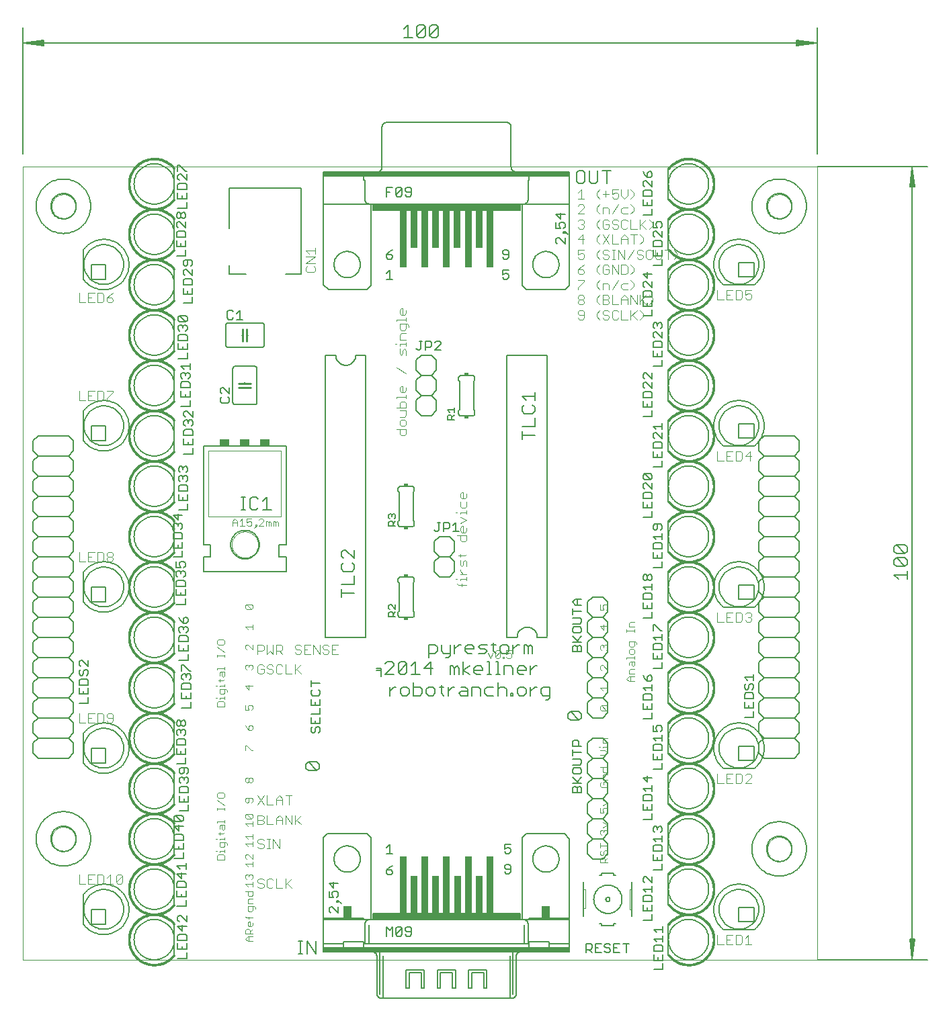
<source format=gto>
G75*
%MOIN*%
%OFA0B0*%
%FSLAX24Y24*%
%IPPOS*%
%LPD*%
%AMOC8*
5,1,8,0,0,1.08239X$1,22.5*
%
%ADD10C,0.0000*%
%ADD11C,0.0060*%
%ADD12C,0.0051*%
%ADD13C,0.0040*%
%ADD14C,0.0030*%
%ADD15C,0.0070*%
%ADD16C,0.0050*%
%ADD17R,0.0100X0.0950*%
%ADD18R,0.0400X0.0650*%
%ADD19R,0.7300X0.0300*%
%ADD20R,1.2200X0.0200*%
%ADD21R,0.0320X0.2850*%
%ADD22R,0.0320X0.1850*%
%ADD23R,0.0200X0.0150*%
%ADD24C,0.0080*%
%ADD25C,0.0010*%
%ADD26C,0.0020*%
%ADD27R,0.0500X0.0350*%
%ADD28C,0.0100*%
D10*
X000180Y010200D02*
X000180Y049570D01*
X039550Y049570D01*
X039550Y010200D01*
X000180Y010200D01*
X001589Y016200D02*
X001591Y016248D01*
X001597Y016296D01*
X001607Y016343D01*
X001620Y016389D01*
X001638Y016434D01*
X001658Y016478D01*
X001683Y016520D01*
X001711Y016559D01*
X001741Y016596D01*
X001775Y016630D01*
X001812Y016662D01*
X001850Y016691D01*
X001891Y016716D01*
X001934Y016738D01*
X001979Y016756D01*
X002025Y016770D01*
X002072Y016781D01*
X002120Y016788D01*
X002168Y016791D01*
X002216Y016790D01*
X002264Y016785D01*
X002312Y016776D01*
X002358Y016764D01*
X002403Y016747D01*
X002447Y016727D01*
X002489Y016704D01*
X002529Y016677D01*
X002567Y016647D01*
X002602Y016614D01*
X002634Y016578D01*
X002664Y016540D01*
X002690Y016499D01*
X002712Y016456D01*
X002732Y016412D01*
X002747Y016367D01*
X002759Y016320D01*
X002767Y016272D01*
X002771Y016224D01*
X002771Y016176D01*
X002767Y016128D01*
X002759Y016080D01*
X002747Y016033D01*
X002732Y015988D01*
X002712Y015944D01*
X002690Y015901D01*
X002664Y015860D01*
X002634Y015822D01*
X002602Y015786D01*
X002567Y015753D01*
X002529Y015723D01*
X002489Y015696D01*
X002447Y015673D01*
X002403Y015653D01*
X002358Y015636D01*
X002312Y015624D01*
X002264Y015615D01*
X002216Y015610D01*
X002168Y015609D01*
X002120Y015612D01*
X002072Y015619D01*
X002025Y015630D01*
X001979Y015644D01*
X001934Y015662D01*
X001891Y015684D01*
X001850Y015709D01*
X001812Y015738D01*
X001775Y015770D01*
X001741Y015804D01*
X001711Y015841D01*
X001683Y015880D01*
X001658Y015922D01*
X001638Y015966D01*
X001620Y016011D01*
X001607Y016057D01*
X001597Y016104D01*
X001591Y016152D01*
X001589Y016200D01*
X010530Y030800D02*
X010532Y030850D01*
X010538Y030900D01*
X010548Y030950D01*
X010561Y030998D01*
X010578Y031046D01*
X010599Y031092D01*
X010623Y031136D01*
X010651Y031178D01*
X010682Y031218D01*
X010716Y031255D01*
X010753Y031290D01*
X010792Y031321D01*
X010833Y031350D01*
X010877Y031375D01*
X010923Y031397D01*
X010970Y031415D01*
X011018Y031429D01*
X011067Y031440D01*
X011117Y031447D01*
X011167Y031450D01*
X011218Y031449D01*
X011268Y031444D01*
X011318Y031435D01*
X011366Y031423D01*
X011414Y031406D01*
X011460Y031386D01*
X011505Y031363D01*
X011548Y031336D01*
X011588Y031306D01*
X011626Y031273D01*
X011661Y031237D01*
X011694Y031198D01*
X011723Y031157D01*
X011749Y031114D01*
X011772Y031069D01*
X011791Y031022D01*
X011806Y030974D01*
X011818Y030925D01*
X011826Y030875D01*
X011830Y030825D01*
X011830Y030775D01*
X011826Y030725D01*
X011818Y030675D01*
X011806Y030626D01*
X011791Y030578D01*
X011772Y030531D01*
X011749Y030486D01*
X011723Y030443D01*
X011694Y030402D01*
X011661Y030363D01*
X011626Y030327D01*
X011588Y030294D01*
X011548Y030264D01*
X011505Y030237D01*
X011460Y030214D01*
X011414Y030194D01*
X011366Y030177D01*
X011318Y030165D01*
X011268Y030156D01*
X011218Y030151D01*
X011167Y030150D01*
X011117Y030153D01*
X011067Y030160D01*
X011018Y030171D01*
X010970Y030185D01*
X010923Y030203D01*
X010877Y030225D01*
X010833Y030250D01*
X010792Y030279D01*
X010753Y030310D01*
X010716Y030345D01*
X010682Y030382D01*
X010651Y030422D01*
X010623Y030464D01*
X010599Y030508D01*
X010578Y030554D01*
X010561Y030602D01*
X010548Y030650D01*
X010538Y030700D01*
X010532Y030750D01*
X010530Y030800D01*
X001589Y047594D02*
X001591Y047642D01*
X001597Y047690D01*
X001607Y047737D01*
X001620Y047783D01*
X001638Y047828D01*
X001658Y047872D01*
X001683Y047914D01*
X001711Y047953D01*
X001741Y047990D01*
X001775Y048024D01*
X001812Y048056D01*
X001850Y048085D01*
X001891Y048110D01*
X001934Y048132D01*
X001979Y048150D01*
X002025Y048164D01*
X002072Y048175D01*
X002120Y048182D01*
X002168Y048185D01*
X002216Y048184D01*
X002264Y048179D01*
X002312Y048170D01*
X002358Y048158D01*
X002403Y048141D01*
X002447Y048121D01*
X002489Y048098D01*
X002529Y048071D01*
X002567Y048041D01*
X002602Y048008D01*
X002634Y047972D01*
X002664Y047934D01*
X002690Y047893D01*
X002712Y047850D01*
X002732Y047806D01*
X002747Y047761D01*
X002759Y047714D01*
X002767Y047666D01*
X002771Y047618D01*
X002771Y047570D01*
X002767Y047522D01*
X002759Y047474D01*
X002747Y047427D01*
X002732Y047382D01*
X002712Y047338D01*
X002690Y047295D01*
X002664Y047254D01*
X002634Y047216D01*
X002602Y047180D01*
X002567Y047147D01*
X002529Y047117D01*
X002489Y047090D01*
X002447Y047067D01*
X002403Y047047D01*
X002358Y047030D01*
X002312Y047018D01*
X002264Y047009D01*
X002216Y047004D01*
X002168Y047003D01*
X002120Y047006D01*
X002072Y047013D01*
X002025Y047024D01*
X001979Y047038D01*
X001934Y047056D01*
X001891Y047078D01*
X001850Y047103D01*
X001812Y047132D01*
X001775Y047164D01*
X001741Y047198D01*
X001711Y047235D01*
X001683Y047274D01*
X001658Y047316D01*
X001638Y047360D01*
X001620Y047405D01*
X001607Y047451D01*
X001597Y047498D01*
X001591Y047546D01*
X001589Y047594D01*
X037089Y047594D02*
X037091Y047642D01*
X037097Y047690D01*
X037107Y047737D01*
X037120Y047783D01*
X037138Y047828D01*
X037158Y047872D01*
X037183Y047914D01*
X037211Y047953D01*
X037241Y047990D01*
X037275Y048024D01*
X037312Y048056D01*
X037350Y048085D01*
X037391Y048110D01*
X037434Y048132D01*
X037479Y048150D01*
X037525Y048164D01*
X037572Y048175D01*
X037620Y048182D01*
X037668Y048185D01*
X037716Y048184D01*
X037764Y048179D01*
X037812Y048170D01*
X037858Y048158D01*
X037903Y048141D01*
X037947Y048121D01*
X037989Y048098D01*
X038029Y048071D01*
X038067Y048041D01*
X038102Y048008D01*
X038134Y047972D01*
X038164Y047934D01*
X038190Y047893D01*
X038212Y047850D01*
X038232Y047806D01*
X038247Y047761D01*
X038259Y047714D01*
X038267Y047666D01*
X038271Y047618D01*
X038271Y047570D01*
X038267Y047522D01*
X038259Y047474D01*
X038247Y047427D01*
X038232Y047382D01*
X038212Y047338D01*
X038190Y047295D01*
X038164Y047254D01*
X038134Y047216D01*
X038102Y047180D01*
X038067Y047147D01*
X038029Y047117D01*
X037989Y047090D01*
X037947Y047067D01*
X037903Y047047D01*
X037858Y047030D01*
X037812Y047018D01*
X037764Y047009D01*
X037716Y047004D01*
X037668Y047003D01*
X037620Y047006D01*
X037572Y047013D01*
X037525Y047024D01*
X037479Y047038D01*
X037434Y047056D01*
X037391Y047078D01*
X037350Y047103D01*
X037312Y047132D01*
X037275Y047164D01*
X037241Y047198D01*
X037211Y047235D01*
X037183Y047274D01*
X037158Y047316D01*
X037138Y047360D01*
X037120Y047405D01*
X037107Y047451D01*
X037097Y047498D01*
X037091Y047546D01*
X037089Y047594D01*
X037089Y015700D02*
X037091Y015748D01*
X037097Y015796D01*
X037107Y015843D01*
X037120Y015889D01*
X037138Y015934D01*
X037158Y015978D01*
X037183Y016020D01*
X037211Y016059D01*
X037241Y016096D01*
X037275Y016130D01*
X037312Y016162D01*
X037350Y016191D01*
X037391Y016216D01*
X037434Y016238D01*
X037479Y016256D01*
X037525Y016270D01*
X037572Y016281D01*
X037620Y016288D01*
X037668Y016291D01*
X037716Y016290D01*
X037764Y016285D01*
X037812Y016276D01*
X037858Y016264D01*
X037903Y016247D01*
X037947Y016227D01*
X037989Y016204D01*
X038029Y016177D01*
X038067Y016147D01*
X038102Y016114D01*
X038134Y016078D01*
X038164Y016040D01*
X038190Y015999D01*
X038212Y015956D01*
X038232Y015912D01*
X038247Y015867D01*
X038259Y015820D01*
X038267Y015772D01*
X038271Y015724D01*
X038271Y015676D01*
X038267Y015628D01*
X038259Y015580D01*
X038247Y015533D01*
X038232Y015488D01*
X038212Y015444D01*
X038190Y015401D01*
X038164Y015360D01*
X038134Y015322D01*
X038102Y015286D01*
X038067Y015253D01*
X038029Y015223D01*
X037989Y015196D01*
X037947Y015173D01*
X037903Y015153D01*
X037858Y015136D01*
X037812Y015124D01*
X037764Y015115D01*
X037716Y015110D01*
X037668Y015109D01*
X037620Y015112D01*
X037572Y015119D01*
X037525Y015130D01*
X037479Y015144D01*
X037434Y015162D01*
X037391Y015184D01*
X037350Y015209D01*
X037312Y015238D01*
X037275Y015270D01*
X037241Y015304D01*
X037211Y015341D01*
X037183Y015380D01*
X037158Y015422D01*
X037138Y015466D01*
X037120Y015511D01*
X037107Y015557D01*
X037097Y015604D01*
X037091Y015652D01*
X037089Y015700D01*
D11*
X036330Y015700D02*
X036332Y015773D01*
X036338Y015846D01*
X036348Y015918D01*
X036362Y015990D01*
X036379Y016061D01*
X036401Y016131D01*
X036426Y016200D01*
X036455Y016267D01*
X036487Y016332D01*
X036523Y016396D01*
X036563Y016458D01*
X036605Y016517D01*
X036651Y016574D01*
X036700Y016628D01*
X036752Y016680D01*
X036806Y016729D01*
X036863Y016775D01*
X036922Y016817D01*
X036984Y016857D01*
X037048Y016893D01*
X037113Y016925D01*
X037180Y016954D01*
X037249Y016979D01*
X037319Y017001D01*
X037390Y017018D01*
X037462Y017032D01*
X037534Y017042D01*
X037607Y017048D01*
X037680Y017050D01*
X037753Y017048D01*
X037826Y017042D01*
X037898Y017032D01*
X037970Y017018D01*
X038041Y017001D01*
X038111Y016979D01*
X038180Y016954D01*
X038247Y016925D01*
X038312Y016893D01*
X038376Y016857D01*
X038438Y016817D01*
X038497Y016775D01*
X038554Y016729D01*
X038608Y016680D01*
X038660Y016628D01*
X038709Y016574D01*
X038755Y016517D01*
X038797Y016458D01*
X038837Y016396D01*
X038873Y016332D01*
X038905Y016267D01*
X038934Y016200D01*
X038959Y016131D01*
X038981Y016061D01*
X038998Y015990D01*
X039012Y015918D01*
X039022Y015846D01*
X039028Y015773D01*
X039030Y015700D01*
X039028Y015627D01*
X039022Y015554D01*
X039012Y015482D01*
X038998Y015410D01*
X038981Y015339D01*
X038959Y015269D01*
X038934Y015200D01*
X038905Y015133D01*
X038873Y015068D01*
X038837Y015004D01*
X038797Y014942D01*
X038755Y014883D01*
X038709Y014826D01*
X038660Y014772D01*
X038608Y014720D01*
X038554Y014671D01*
X038497Y014625D01*
X038438Y014583D01*
X038376Y014543D01*
X038312Y014507D01*
X038247Y014475D01*
X038180Y014446D01*
X038111Y014421D01*
X038041Y014399D01*
X037970Y014382D01*
X037898Y014368D01*
X037826Y014358D01*
X037753Y014352D01*
X037680Y014350D01*
X037607Y014352D01*
X037534Y014358D01*
X037462Y014368D01*
X037390Y014382D01*
X037319Y014399D01*
X037249Y014421D01*
X037180Y014446D01*
X037113Y014475D01*
X037048Y014507D01*
X036984Y014543D01*
X036922Y014583D01*
X036863Y014625D01*
X036806Y014671D01*
X036752Y014720D01*
X036700Y014772D01*
X036651Y014826D01*
X036605Y014883D01*
X036563Y014942D01*
X036523Y015004D01*
X036487Y015068D01*
X036455Y015133D01*
X036426Y015200D01*
X036401Y015269D01*
X036379Y015339D01*
X036362Y015410D01*
X036348Y015482D01*
X036338Y015554D01*
X036332Y015627D01*
X036330Y015700D01*
X032180Y016200D02*
X032182Y016263D01*
X032188Y016325D01*
X032198Y016387D01*
X032211Y016449D01*
X032229Y016509D01*
X032250Y016568D01*
X032275Y016626D01*
X032304Y016682D01*
X032336Y016736D01*
X032371Y016788D01*
X032409Y016837D01*
X032451Y016885D01*
X032495Y016929D01*
X032543Y016971D01*
X032592Y017009D01*
X032644Y017044D01*
X032698Y017076D01*
X032754Y017105D01*
X032812Y017130D01*
X032871Y017151D01*
X032931Y017169D01*
X032993Y017182D01*
X033055Y017192D01*
X033117Y017198D01*
X033180Y017200D01*
X033243Y017198D01*
X033305Y017192D01*
X033367Y017182D01*
X033429Y017169D01*
X033489Y017151D01*
X033548Y017130D01*
X033606Y017105D01*
X033662Y017076D01*
X033716Y017044D01*
X033768Y017009D01*
X033817Y016971D01*
X033865Y016929D01*
X033909Y016885D01*
X033951Y016837D01*
X033989Y016788D01*
X034024Y016736D01*
X034056Y016682D01*
X034085Y016626D01*
X034110Y016568D01*
X034131Y016509D01*
X034149Y016449D01*
X034162Y016387D01*
X034172Y016325D01*
X034178Y016263D01*
X034180Y016200D01*
X034178Y016137D01*
X034172Y016075D01*
X034162Y016013D01*
X034149Y015951D01*
X034131Y015891D01*
X034110Y015832D01*
X034085Y015774D01*
X034056Y015718D01*
X034024Y015664D01*
X033989Y015612D01*
X033951Y015563D01*
X033909Y015515D01*
X033865Y015471D01*
X033817Y015429D01*
X033768Y015391D01*
X033716Y015356D01*
X033662Y015324D01*
X033606Y015295D01*
X033548Y015270D01*
X033489Y015249D01*
X033429Y015231D01*
X033367Y015218D01*
X033305Y015208D01*
X033243Y015202D01*
X033180Y015200D01*
X033117Y015202D01*
X033055Y015208D01*
X032993Y015218D01*
X032931Y015231D01*
X032871Y015249D01*
X032812Y015270D01*
X032754Y015295D01*
X032698Y015324D01*
X032644Y015356D01*
X032592Y015391D01*
X032543Y015429D01*
X032495Y015471D01*
X032451Y015515D01*
X032409Y015563D01*
X032371Y015612D01*
X032336Y015664D01*
X032304Y015718D01*
X032275Y015774D01*
X032250Y015832D01*
X032229Y015891D01*
X032211Y015951D01*
X032198Y016013D01*
X032188Y016075D01*
X032182Y016137D01*
X032180Y016200D01*
X032180Y013700D02*
X032182Y013763D01*
X032188Y013825D01*
X032198Y013887D01*
X032211Y013949D01*
X032229Y014009D01*
X032250Y014068D01*
X032275Y014126D01*
X032304Y014182D01*
X032336Y014236D01*
X032371Y014288D01*
X032409Y014337D01*
X032451Y014385D01*
X032495Y014429D01*
X032543Y014471D01*
X032592Y014509D01*
X032644Y014544D01*
X032698Y014576D01*
X032754Y014605D01*
X032812Y014630D01*
X032871Y014651D01*
X032931Y014669D01*
X032993Y014682D01*
X033055Y014692D01*
X033117Y014698D01*
X033180Y014700D01*
X033243Y014698D01*
X033305Y014692D01*
X033367Y014682D01*
X033429Y014669D01*
X033489Y014651D01*
X033548Y014630D01*
X033606Y014605D01*
X033662Y014576D01*
X033716Y014544D01*
X033768Y014509D01*
X033817Y014471D01*
X033865Y014429D01*
X033909Y014385D01*
X033951Y014337D01*
X033989Y014288D01*
X034024Y014236D01*
X034056Y014182D01*
X034085Y014126D01*
X034110Y014068D01*
X034131Y014009D01*
X034149Y013949D01*
X034162Y013887D01*
X034172Y013825D01*
X034178Y013763D01*
X034180Y013700D01*
X034178Y013637D01*
X034172Y013575D01*
X034162Y013513D01*
X034149Y013451D01*
X034131Y013391D01*
X034110Y013332D01*
X034085Y013274D01*
X034056Y013218D01*
X034024Y013164D01*
X033989Y013112D01*
X033951Y013063D01*
X033909Y013015D01*
X033865Y012971D01*
X033817Y012929D01*
X033768Y012891D01*
X033716Y012856D01*
X033662Y012824D01*
X033606Y012795D01*
X033548Y012770D01*
X033489Y012749D01*
X033429Y012731D01*
X033367Y012718D01*
X033305Y012708D01*
X033243Y012702D01*
X033180Y012700D01*
X033117Y012702D01*
X033055Y012708D01*
X032993Y012718D01*
X032931Y012731D01*
X032871Y012749D01*
X032812Y012770D01*
X032754Y012795D01*
X032698Y012824D01*
X032644Y012856D01*
X032592Y012891D01*
X032543Y012929D01*
X032495Y012971D01*
X032451Y013015D01*
X032409Y013063D01*
X032371Y013112D01*
X032336Y013164D01*
X032304Y013218D01*
X032275Y013274D01*
X032250Y013332D01*
X032229Y013391D01*
X032211Y013451D01*
X032198Y013513D01*
X032188Y013575D01*
X032182Y013637D01*
X032180Y013700D01*
X030380Y013700D02*
X030380Y012700D01*
X030380Y012350D01*
X029580Y012000D02*
X029480Y012000D01*
X029480Y011900D01*
X028880Y011900D01*
X028880Y012000D01*
X028780Y012000D01*
X027980Y012350D02*
X027980Y012750D01*
X027980Y013700D01*
X027980Y014050D01*
X028780Y014400D02*
X028880Y014400D01*
X028880Y014500D01*
X029480Y014500D01*
X029480Y014400D01*
X029580Y014400D01*
X028930Y015200D02*
X028430Y015200D01*
X028180Y015450D01*
X028180Y015950D01*
X028430Y016200D01*
X028180Y016450D01*
X028180Y016950D01*
X028430Y017200D01*
X028180Y017450D01*
X028180Y017950D01*
X028430Y018200D01*
X028180Y018450D01*
X028180Y018950D01*
X028430Y019200D01*
X028180Y019450D01*
X028180Y019950D01*
X028430Y020200D01*
X028180Y020450D01*
X028180Y020950D01*
X028430Y021200D01*
X028930Y021200D01*
X029180Y020950D01*
X029180Y020450D01*
X028930Y020200D01*
X029180Y019950D01*
X029180Y019450D01*
X028930Y019200D01*
X028430Y019200D01*
X028930Y019200D02*
X029180Y018950D01*
X029180Y018450D01*
X028930Y018200D01*
X029180Y017950D01*
X029180Y017450D01*
X028930Y017200D01*
X029180Y016950D01*
X029180Y016450D01*
X028930Y016200D01*
X029180Y015950D01*
X029180Y015450D01*
X028930Y015200D01*
X028930Y016200D02*
X028430Y016200D01*
X028430Y017200D02*
X028930Y017200D01*
X028930Y018200D02*
X028430Y018200D01*
X027030Y016450D02*
X025130Y016450D01*
X024930Y016250D01*
X024930Y012200D01*
X024830Y012200D01*
X017530Y012200D01*
X017430Y012200D01*
X017430Y016250D01*
X017230Y016450D01*
X015280Y016450D01*
X015080Y016250D01*
X015080Y012250D01*
X017080Y012250D01*
X017080Y012200D01*
X015080Y012200D01*
X015080Y012250D01*
X015080Y012200D02*
X015080Y011000D01*
X016080Y011000D01*
X016080Y011100D01*
X017080Y011100D01*
X017080Y011000D01*
X017130Y011000D01*
X017130Y011950D01*
X017132Y011980D01*
X017137Y012010D01*
X017146Y012039D01*
X017159Y012066D01*
X017174Y012092D01*
X017193Y012116D01*
X017214Y012137D01*
X017238Y012156D01*
X017264Y012171D01*
X017291Y012184D01*
X017320Y012193D01*
X017350Y012198D01*
X017380Y012200D01*
X017430Y012200D02*
X017080Y012200D01*
X017530Y012200D02*
X017530Y012500D01*
X024830Y012500D01*
X024830Y012200D01*
X024930Y012200D02*
X025280Y012200D01*
X025280Y012250D01*
X027280Y012250D01*
X027280Y016200D01*
X027030Y016450D01*
X025460Y015200D02*
X025462Y015250D01*
X025468Y015300D01*
X025478Y015350D01*
X025491Y015398D01*
X025508Y015446D01*
X025529Y015492D01*
X025553Y015536D01*
X025581Y015578D01*
X025612Y015618D01*
X025646Y015655D01*
X025683Y015690D01*
X025722Y015721D01*
X025763Y015750D01*
X025807Y015775D01*
X025853Y015797D01*
X025900Y015815D01*
X025948Y015829D01*
X025997Y015840D01*
X026047Y015847D01*
X026097Y015850D01*
X026148Y015849D01*
X026198Y015844D01*
X026248Y015835D01*
X026296Y015823D01*
X026344Y015806D01*
X026390Y015786D01*
X026435Y015763D01*
X026478Y015736D01*
X026518Y015706D01*
X026556Y015673D01*
X026591Y015637D01*
X026624Y015598D01*
X026653Y015557D01*
X026679Y015514D01*
X026702Y015469D01*
X026721Y015422D01*
X026736Y015374D01*
X026748Y015325D01*
X026756Y015275D01*
X026760Y015225D01*
X026760Y015175D01*
X026756Y015125D01*
X026748Y015075D01*
X026736Y015026D01*
X026721Y014978D01*
X026702Y014931D01*
X026679Y014886D01*
X026653Y014843D01*
X026624Y014802D01*
X026591Y014763D01*
X026556Y014727D01*
X026518Y014694D01*
X026478Y014664D01*
X026435Y014637D01*
X026390Y014614D01*
X026344Y014594D01*
X026296Y014577D01*
X026248Y014565D01*
X026198Y014556D01*
X026148Y014551D01*
X026097Y014550D01*
X026047Y014553D01*
X025997Y014560D01*
X025948Y014571D01*
X025900Y014585D01*
X025853Y014603D01*
X025807Y014625D01*
X025763Y014650D01*
X025722Y014679D01*
X025683Y014710D01*
X025646Y014745D01*
X025612Y014782D01*
X025581Y014822D01*
X025553Y014864D01*
X025529Y014908D01*
X025508Y014954D01*
X025491Y015002D01*
X025478Y015050D01*
X025468Y015100D01*
X025462Y015150D01*
X025460Y015200D01*
X025280Y012200D02*
X027280Y012200D01*
X027280Y012250D01*
X027280Y012200D02*
X027280Y011000D01*
X027280Y010800D01*
X026280Y010800D01*
X026280Y011000D01*
X026280Y011100D01*
X025280Y011100D01*
X025280Y011000D01*
X025230Y011000D01*
X025230Y011950D01*
X025228Y011980D01*
X025223Y012010D01*
X025214Y012039D01*
X025201Y012066D01*
X025186Y012092D01*
X025167Y012116D01*
X025146Y012137D01*
X025122Y012156D01*
X025096Y012171D01*
X025069Y012184D01*
X025040Y012193D01*
X025010Y012198D01*
X024980Y012200D01*
X025230Y011000D02*
X017130Y011000D01*
X017080Y011000D02*
X017080Y010800D01*
X016080Y010800D01*
X015080Y010800D01*
X015080Y011000D01*
X015080Y010800D02*
X015080Y010600D01*
X017880Y010600D01*
X017880Y008500D01*
X017730Y008500D02*
X017732Y008474D01*
X017737Y008448D01*
X017745Y008423D01*
X017757Y008400D01*
X017771Y008378D01*
X017789Y008359D01*
X017808Y008341D01*
X017830Y008327D01*
X017853Y008315D01*
X017878Y008307D01*
X017904Y008302D01*
X017930Y008300D01*
X018030Y008300D01*
X024330Y008300D01*
X024330Y010400D01*
X024480Y010600D02*
X027280Y010600D01*
X027280Y010800D01*
X027280Y011000D02*
X026280Y011000D01*
X026280Y010800D02*
X025280Y010800D01*
X017080Y010800D01*
X017480Y010600D02*
X017510Y010598D01*
X017540Y010593D01*
X017569Y010584D01*
X017596Y010571D01*
X017622Y010556D01*
X017646Y010537D01*
X017667Y010516D01*
X017686Y010492D01*
X017701Y010466D01*
X017714Y010439D01*
X017723Y010410D01*
X017728Y010380D01*
X017730Y010350D01*
X017730Y008500D01*
X018030Y008300D02*
X018030Y010400D01*
X017880Y010600D02*
X024480Y010600D01*
X024480Y008500D01*
X024630Y008500D02*
X024628Y008474D01*
X024623Y008448D01*
X024615Y008423D01*
X024603Y008400D01*
X024589Y008378D01*
X024571Y008359D01*
X024552Y008341D01*
X024530Y008327D01*
X024507Y008315D01*
X024482Y008307D01*
X024456Y008302D01*
X024430Y008300D01*
X024330Y008300D01*
X024630Y008500D02*
X024630Y010350D01*
X024632Y010380D01*
X024637Y010410D01*
X024646Y010439D01*
X024659Y010466D01*
X024674Y010492D01*
X024693Y010516D01*
X024714Y010537D01*
X024738Y010556D01*
X024764Y010571D01*
X024791Y010584D01*
X024820Y010593D01*
X024850Y010598D01*
X024880Y010600D01*
X025280Y010800D02*
X025280Y011000D01*
X023180Y009700D02*
X023180Y008800D01*
X023030Y008800D01*
X023030Y009550D01*
X022430Y009550D01*
X022430Y008800D01*
X022280Y008800D01*
X022280Y009700D01*
X023180Y009700D01*
X021630Y009700D02*
X021630Y008800D01*
X021480Y008800D01*
X021480Y009550D01*
X020880Y009550D01*
X020880Y008800D01*
X020730Y008800D01*
X020730Y009700D01*
X021630Y009700D01*
X020080Y009700D02*
X020080Y008800D01*
X019930Y008800D01*
X019930Y009550D01*
X019330Y009550D01*
X019330Y008800D01*
X019180Y008800D01*
X019180Y009700D01*
X020080Y009700D01*
X016080Y010800D02*
X016080Y011000D01*
X015600Y015200D02*
X015602Y015250D01*
X015608Y015300D01*
X015618Y015350D01*
X015631Y015398D01*
X015648Y015446D01*
X015669Y015492D01*
X015693Y015536D01*
X015721Y015578D01*
X015752Y015618D01*
X015786Y015655D01*
X015823Y015690D01*
X015862Y015721D01*
X015903Y015750D01*
X015947Y015775D01*
X015993Y015797D01*
X016040Y015815D01*
X016088Y015829D01*
X016137Y015840D01*
X016187Y015847D01*
X016237Y015850D01*
X016288Y015849D01*
X016338Y015844D01*
X016388Y015835D01*
X016436Y015823D01*
X016484Y015806D01*
X016530Y015786D01*
X016575Y015763D01*
X016618Y015736D01*
X016658Y015706D01*
X016696Y015673D01*
X016731Y015637D01*
X016764Y015598D01*
X016793Y015557D01*
X016819Y015514D01*
X016842Y015469D01*
X016861Y015422D01*
X016876Y015374D01*
X016888Y015325D01*
X016896Y015275D01*
X016900Y015225D01*
X016900Y015175D01*
X016896Y015125D01*
X016888Y015075D01*
X016876Y015026D01*
X016861Y014978D01*
X016842Y014931D01*
X016819Y014886D01*
X016793Y014843D01*
X016764Y014802D01*
X016731Y014763D01*
X016696Y014727D01*
X016658Y014694D01*
X016618Y014664D01*
X016575Y014637D01*
X016530Y014614D01*
X016484Y014594D01*
X016436Y014577D01*
X016388Y014565D01*
X016338Y014556D01*
X016288Y014551D01*
X016237Y014550D01*
X016187Y014553D01*
X016137Y014560D01*
X016088Y014571D01*
X016040Y014585D01*
X015993Y014603D01*
X015947Y014625D01*
X015903Y014650D01*
X015862Y014679D01*
X015823Y014710D01*
X015786Y014745D01*
X015752Y014782D01*
X015721Y014822D01*
X015693Y014864D01*
X015669Y014908D01*
X015648Y014954D01*
X015631Y015002D01*
X015618Y015050D01*
X015608Y015100D01*
X015602Y015150D01*
X015600Y015200D01*
X014743Y019585D02*
X014316Y019585D01*
X014209Y019692D01*
X014209Y019906D01*
X014316Y020012D01*
X014743Y019585D01*
X014850Y019692D01*
X014850Y019906D01*
X014743Y020012D01*
X014316Y020012D01*
X017924Y024248D02*
X017924Y024675D01*
X017710Y024675D01*
X017710Y024568D02*
X017924Y024568D01*
X018140Y024355D02*
X018567Y024782D01*
X018567Y024889D01*
X018460Y024995D01*
X018246Y024995D01*
X018140Y024889D01*
X018140Y024355D02*
X018567Y024355D01*
X018784Y024462D02*
X019211Y024889D01*
X019211Y024462D01*
X019105Y024355D01*
X018891Y024355D01*
X018784Y024462D01*
X018784Y024889D01*
X018891Y024995D01*
X019105Y024995D01*
X019211Y024889D01*
X019429Y024782D02*
X019642Y024995D01*
X019642Y024355D01*
X019429Y024355D02*
X019856Y024355D01*
X020073Y024675D02*
X020500Y024675D01*
X020394Y024355D02*
X020394Y024995D01*
X020073Y024675D01*
X020288Y025191D02*
X020288Y025832D01*
X020608Y025832D01*
X020715Y025725D01*
X020715Y025512D01*
X020608Y025405D01*
X020288Y025405D01*
X020933Y025512D02*
X021040Y025405D01*
X021360Y025405D01*
X021360Y025298D02*
X021253Y025191D01*
X021146Y025191D01*
X021360Y025298D02*
X021360Y025832D01*
X021577Y025832D02*
X021577Y025405D01*
X021577Y025618D02*
X021791Y025832D01*
X021898Y025832D01*
X022114Y025725D02*
X022221Y025832D01*
X022435Y025832D01*
X022541Y025725D01*
X022541Y025618D01*
X022114Y025618D01*
X022114Y025512D02*
X022114Y025725D01*
X022114Y025512D02*
X022221Y025405D01*
X022435Y025405D01*
X022759Y025405D02*
X023079Y025405D01*
X023186Y025512D01*
X023079Y025618D01*
X022866Y025618D01*
X022759Y025725D01*
X022866Y025832D01*
X023186Y025832D01*
X023404Y025832D02*
X023617Y025832D01*
X023510Y025939D02*
X023510Y025512D01*
X023617Y025405D01*
X023833Y025512D02*
X023940Y025405D01*
X024153Y025405D01*
X024260Y025512D01*
X024260Y025725D01*
X024153Y025832D01*
X023940Y025832D01*
X023833Y025725D01*
X023833Y025512D01*
X023725Y024995D02*
X023725Y024355D01*
X023618Y024355D02*
X023832Y024355D01*
X024048Y024355D02*
X024048Y024782D01*
X024368Y024782D01*
X024475Y024675D01*
X024475Y024355D01*
X024693Y024462D02*
X024693Y024675D01*
X024799Y024782D01*
X025013Y024782D01*
X025120Y024675D01*
X025120Y024568D01*
X024693Y024568D01*
X024693Y024462D02*
X024799Y024355D01*
X025013Y024355D01*
X025337Y024355D02*
X025337Y024782D01*
X025337Y024568D02*
X025551Y024782D01*
X025657Y024782D01*
X025442Y025405D02*
X025442Y025725D01*
X025335Y025832D01*
X025228Y025725D01*
X025228Y025405D01*
X025015Y025405D02*
X025015Y025832D01*
X025122Y025832D01*
X025228Y025725D01*
X024798Y025832D02*
X024691Y025832D01*
X024478Y025618D01*
X024478Y025405D02*
X024478Y025832D01*
X024680Y026200D02*
X024180Y026200D01*
X024180Y040200D01*
X026180Y040200D01*
X026180Y026250D01*
X026180Y026200D02*
X025680Y026200D01*
X025678Y026244D01*
X025672Y026287D01*
X025663Y026329D01*
X025650Y026371D01*
X025633Y026411D01*
X025613Y026450D01*
X025590Y026487D01*
X025563Y026521D01*
X025534Y026554D01*
X025501Y026583D01*
X025467Y026610D01*
X025430Y026633D01*
X025391Y026653D01*
X025351Y026670D01*
X025309Y026683D01*
X025267Y026692D01*
X025224Y026698D01*
X025180Y026700D01*
X025136Y026698D01*
X025093Y026692D01*
X025051Y026683D01*
X025009Y026670D01*
X024969Y026653D01*
X024930Y026633D01*
X024893Y026610D01*
X024859Y026583D01*
X024826Y026554D01*
X024797Y026521D01*
X024770Y026487D01*
X024747Y026450D01*
X024727Y026411D01*
X024710Y026371D01*
X024697Y026329D01*
X024688Y026287D01*
X024682Y026244D01*
X024680Y026200D01*
X023725Y024995D02*
X023618Y024995D01*
X023295Y024995D02*
X023295Y024355D01*
X023189Y024355D02*
X023402Y024355D01*
X022971Y024568D02*
X022544Y024568D01*
X022544Y024462D02*
X022544Y024675D01*
X022651Y024782D01*
X022864Y024782D01*
X022971Y024675D01*
X022971Y024568D01*
X022864Y024355D02*
X022651Y024355D01*
X022544Y024462D01*
X022327Y024355D02*
X022007Y024568D01*
X022327Y024782D01*
X022007Y024995D02*
X022007Y024355D01*
X021789Y024355D02*
X021789Y024675D01*
X021683Y024782D01*
X021576Y024675D01*
X021576Y024355D01*
X021362Y024355D02*
X021362Y024782D01*
X021469Y024782D01*
X021576Y024675D01*
X020933Y025512D02*
X020933Y025832D01*
X019480Y027200D02*
X018880Y027200D01*
X018863Y027202D01*
X018846Y027206D01*
X018830Y027213D01*
X018816Y027223D01*
X018803Y027236D01*
X018793Y027250D01*
X018786Y027266D01*
X018782Y027283D01*
X018780Y027300D01*
X018780Y027450D01*
X018830Y027500D01*
X018830Y028900D01*
X018780Y028950D01*
X018780Y029100D01*
X018782Y029117D01*
X018786Y029134D01*
X018793Y029150D01*
X018803Y029164D01*
X018816Y029177D01*
X018830Y029187D01*
X018846Y029194D01*
X018863Y029198D01*
X018880Y029200D01*
X019480Y029200D01*
X019497Y029198D01*
X019514Y029194D01*
X019530Y029187D01*
X019544Y029177D01*
X019557Y029164D01*
X019567Y029150D01*
X019574Y029134D01*
X019578Y029117D01*
X019580Y029100D01*
X019580Y028950D01*
X019530Y028900D01*
X019530Y027500D01*
X019580Y027450D01*
X019580Y027300D01*
X019578Y027283D01*
X019574Y027266D01*
X019567Y027250D01*
X019557Y027236D01*
X019544Y027223D01*
X019530Y027213D01*
X019514Y027206D01*
X019497Y027202D01*
X019480Y027200D01*
X020824Y029200D02*
X020574Y029450D01*
X020574Y029950D01*
X020824Y030200D01*
X020574Y030450D01*
X020574Y030950D01*
X020824Y031200D01*
X021324Y031200D01*
X021574Y030950D01*
X021574Y030450D01*
X021324Y030200D01*
X021574Y029950D01*
X021574Y029450D01*
X021324Y029200D01*
X020824Y029200D01*
X020824Y030200D02*
X021324Y030200D01*
X019580Y031800D02*
X019580Y031950D01*
X019530Y032000D01*
X019530Y033400D01*
X019580Y033450D01*
X019580Y033600D01*
X019578Y033617D01*
X019574Y033634D01*
X019567Y033650D01*
X019557Y033664D01*
X019544Y033677D01*
X019530Y033687D01*
X019514Y033694D01*
X019497Y033698D01*
X019480Y033700D01*
X018880Y033700D01*
X018863Y033698D01*
X018846Y033694D01*
X018830Y033687D01*
X018816Y033677D01*
X018803Y033664D01*
X018793Y033650D01*
X018786Y033634D01*
X018782Y033617D01*
X018780Y033600D01*
X018780Y033450D01*
X018830Y033400D01*
X018830Y032000D01*
X018780Y031950D01*
X018780Y031800D01*
X018782Y031783D01*
X018786Y031766D01*
X018793Y031750D01*
X018803Y031736D01*
X018816Y031723D01*
X018830Y031713D01*
X018846Y031706D01*
X018863Y031702D01*
X018880Y031700D01*
X019480Y031700D01*
X019497Y031702D01*
X019514Y031706D01*
X019530Y031713D01*
X019544Y031723D01*
X019557Y031736D01*
X019567Y031750D01*
X019574Y031766D01*
X019578Y031783D01*
X019580Y031800D01*
X019930Y037200D02*
X019680Y037450D01*
X019680Y037950D01*
X019930Y038200D01*
X019680Y038450D01*
X019680Y038950D01*
X019930Y039200D01*
X019680Y039450D01*
X019680Y039950D01*
X019930Y040200D01*
X020430Y040200D01*
X020680Y039950D01*
X020680Y039450D01*
X020430Y039200D01*
X020680Y038950D01*
X020680Y038450D01*
X020430Y038200D01*
X020680Y037950D01*
X020680Y037450D01*
X020430Y037200D01*
X019930Y037200D01*
X019930Y038200D02*
X020430Y038200D01*
X020430Y039200D02*
X019930Y039200D01*
X021780Y039100D02*
X021780Y038950D01*
X021830Y038900D01*
X021830Y037500D01*
X021780Y037450D01*
X021780Y037300D01*
X021782Y037283D01*
X021786Y037266D01*
X021793Y037250D01*
X021803Y037236D01*
X021816Y037223D01*
X021830Y037213D01*
X021846Y037206D01*
X021863Y037202D01*
X021880Y037200D01*
X022480Y037200D01*
X022497Y037202D01*
X022514Y037206D01*
X022530Y037213D01*
X022544Y037223D01*
X022557Y037236D01*
X022567Y037250D01*
X022574Y037266D01*
X022578Y037283D01*
X022580Y037300D01*
X022580Y037450D01*
X022530Y037500D01*
X022530Y038900D01*
X022580Y038950D01*
X022580Y039100D01*
X022578Y039117D01*
X022574Y039134D01*
X022567Y039150D01*
X022557Y039164D01*
X022544Y039177D01*
X022530Y039187D01*
X022514Y039194D01*
X022497Y039198D01*
X022480Y039200D01*
X021880Y039200D01*
X021863Y039198D01*
X021846Y039194D01*
X021830Y039187D01*
X021816Y039177D01*
X021803Y039164D01*
X021793Y039150D01*
X021786Y039134D01*
X021782Y039117D01*
X021780Y039100D01*
X025130Y043450D02*
X027080Y043450D01*
X027280Y043650D01*
X027280Y047650D01*
X027280Y047700D01*
X025280Y047700D01*
X024930Y047700D01*
X024930Y043650D01*
X025130Y043450D01*
X025460Y044700D02*
X025462Y044750D01*
X025468Y044800D01*
X025478Y044850D01*
X025491Y044898D01*
X025508Y044946D01*
X025529Y044992D01*
X025553Y045036D01*
X025581Y045078D01*
X025612Y045118D01*
X025646Y045155D01*
X025683Y045190D01*
X025722Y045221D01*
X025763Y045250D01*
X025807Y045275D01*
X025853Y045297D01*
X025900Y045315D01*
X025948Y045329D01*
X025997Y045340D01*
X026047Y045347D01*
X026097Y045350D01*
X026148Y045349D01*
X026198Y045344D01*
X026248Y045335D01*
X026296Y045323D01*
X026344Y045306D01*
X026390Y045286D01*
X026435Y045263D01*
X026478Y045236D01*
X026518Y045206D01*
X026556Y045173D01*
X026591Y045137D01*
X026624Y045098D01*
X026653Y045057D01*
X026679Y045014D01*
X026702Y044969D01*
X026721Y044922D01*
X026736Y044874D01*
X026748Y044825D01*
X026756Y044775D01*
X026760Y044725D01*
X026760Y044675D01*
X026756Y044625D01*
X026748Y044575D01*
X026736Y044526D01*
X026721Y044478D01*
X026702Y044431D01*
X026679Y044386D01*
X026653Y044343D01*
X026624Y044302D01*
X026591Y044263D01*
X026556Y044227D01*
X026518Y044194D01*
X026478Y044164D01*
X026435Y044137D01*
X026390Y044114D01*
X026344Y044094D01*
X026296Y044077D01*
X026248Y044065D01*
X026198Y044056D01*
X026148Y044051D01*
X026097Y044050D01*
X026047Y044053D01*
X025997Y044060D01*
X025948Y044071D01*
X025900Y044085D01*
X025853Y044103D01*
X025807Y044125D01*
X025763Y044150D01*
X025722Y044179D01*
X025683Y044210D01*
X025646Y044245D01*
X025612Y044282D01*
X025581Y044322D01*
X025553Y044364D01*
X025529Y044408D01*
X025508Y044454D01*
X025491Y044502D01*
X025478Y044550D01*
X025468Y044600D01*
X025462Y044650D01*
X025460Y044700D01*
X024830Y047400D02*
X024830Y047700D01*
X024930Y047700D01*
X024830Y047700D02*
X017530Y047700D01*
X017530Y047400D01*
X024830Y047400D01*
X024980Y047700D02*
X025010Y047702D01*
X025040Y047707D01*
X025069Y047716D01*
X025096Y047729D01*
X025122Y047744D01*
X025146Y047763D01*
X025167Y047784D01*
X025186Y047808D01*
X025201Y047834D01*
X025214Y047861D01*
X025223Y047890D01*
X025228Y047920D01*
X025230Y047950D01*
X025230Y048900D01*
X025280Y048900D01*
X025280Y049100D01*
X026280Y049100D01*
X027280Y049100D01*
X027280Y048900D01*
X027280Y047700D01*
X027280Y049100D02*
X027280Y049300D01*
X024230Y049300D01*
X018130Y049300D01*
X015080Y049300D01*
X015080Y049100D01*
X016080Y049100D01*
X017080Y049100D01*
X025280Y049100D01*
X024630Y049300D02*
X024600Y049302D01*
X024570Y049307D01*
X024541Y049316D01*
X024514Y049329D01*
X024488Y049344D01*
X024464Y049363D01*
X024443Y049384D01*
X024424Y049408D01*
X024409Y049434D01*
X024396Y049461D01*
X024387Y049490D01*
X024382Y049520D01*
X024380Y049550D01*
X024380Y051550D01*
X024378Y051576D01*
X024373Y051602D01*
X024365Y051627D01*
X024353Y051650D01*
X024339Y051672D01*
X024321Y051691D01*
X024302Y051709D01*
X024280Y051723D01*
X024257Y051735D01*
X024232Y051743D01*
X024206Y051748D01*
X024180Y051750D01*
X024080Y051750D01*
X018280Y051750D01*
X018180Y051750D01*
X018154Y051748D01*
X018128Y051743D01*
X018103Y051735D01*
X018080Y051723D01*
X018058Y051709D01*
X018039Y051691D01*
X018021Y051672D01*
X018007Y051650D01*
X017995Y051627D01*
X017987Y051602D01*
X017982Y051576D01*
X017980Y051550D01*
X017980Y049550D01*
X017978Y049520D01*
X017973Y049490D01*
X017964Y049461D01*
X017951Y049434D01*
X017936Y049408D01*
X017917Y049384D01*
X017896Y049363D01*
X017872Y049344D01*
X017846Y049329D01*
X017819Y049316D01*
X017790Y049307D01*
X017760Y049302D01*
X017730Y049300D01*
X017080Y049100D02*
X017080Y048900D01*
X017130Y048900D01*
X017130Y047950D01*
X017132Y047920D01*
X017137Y047890D01*
X017146Y047861D01*
X017159Y047834D01*
X017174Y047808D01*
X017193Y047784D01*
X017214Y047763D01*
X017238Y047744D01*
X017264Y047729D01*
X017291Y047716D01*
X017320Y047707D01*
X017350Y047702D01*
X017380Y047700D01*
X017430Y047700D02*
X017430Y043650D01*
X017230Y043450D01*
X015330Y043450D01*
X015080Y043700D01*
X015080Y047650D01*
X015080Y047700D01*
X015080Y048900D01*
X015080Y049100D01*
X015080Y047700D02*
X017080Y047700D01*
X017430Y047700D01*
X017530Y047700D01*
X015600Y044700D02*
X015602Y044750D01*
X015608Y044800D01*
X015618Y044850D01*
X015631Y044898D01*
X015648Y044946D01*
X015669Y044992D01*
X015693Y045036D01*
X015721Y045078D01*
X015752Y045118D01*
X015786Y045155D01*
X015823Y045190D01*
X015862Y045221D01*
X015903Y045250D01*
X015947Y045275D01*
X015993Y045297D01*
X016040Y045315D01*
X016088Y045329D01*
X016137Y045340D01*
X016187Y045347D01*
X016237Y045350D01*
X016288Y045349D01*
X016338Y045344D01*
X016388Y045335D01*
X016436Y045323D01*
X016484Y045306D01*
X016530Y045286D01*
X016575Y045263D01*
X016618Y045236D01*
X016658Y045206D01*
X016696Y045173D01*
X016731Y045137D01*
X016764Y045098D01*
X016793Y045057D01*
X016819Y045014D01*
X016842Y044969D01*
X016861Y044922D01*
X016876Y044874D01*
X016888Y044825D01*
X016896Y044775D01*
X016900Y044725D01*
X016900Y044675D01*
X016896Y044625D01*
X016888Y044575D01*
X016876Y044526D01*
X016861Y044478D01*
X016842Y044431D01*
X016819Y044386D01*
X016793Y044343D01*
X016764Y044302D01*
X016731Y044263D01*
X016696Y044227D01*
X016658Y044194D01*
X016618Y044164D01*
X016575Y044137D01*
X016530Y044114D01*
X016484Y044094D01*
X016436Y044077D01*
X016388Y044065D01*
X016338Y044056D01*
X016288Y044051D01*
X016237Y044050D01*
X016187Y044053D01*
X016137Y044060D01*
X016088Y044071D01*
X016040Y044085D01*
X015993Y044103D01*
X015947Y044125D01*
X015903Y044150D01*
X015862Y044179D01*
X015823Y044210D01*
X015786Y044245D01*
X015752Y044282D01*
X015721Y044322D01*
X015693Y044364D01*
X015669Y044408D01*
X015648Y044454D01*
X015631Y044502D01*
X015618Y044550D01*
X015608Y044600D01*
X015602Y044650D01*
X015600Y044700D01*
X015680Y040200D02*
X015180Y040200D01*
X015180Y040150D02*
X015180Y026200D01*
X017180Y026200D01*
X017180Y040200D01*
X016680Y040200D01*
X016678Y040156D01*
X016672Y040113D01*
X016663Y040071D01*
X016650Y040029D01*
X016633Y039989D01*
X016613Y039950D01*
X016590Y039913D01*
X016563Y039879D01*
X016534Y039846D01*
X016501Y039817D01*
X016467Y039790D01*
X016430Y039767D01*
X016391Y039747D01*
X016351Y039730D01*
X016309Y039717D01*
X016267Y039708D01*
X016224Y039702D01*
X016180Y039700D01*
X016136Y039702D01*
X016093Y039708D01*
X016051Y039717D01*
X016009Y039730D01*
X015969Y039747D01*
X015930Y039767D01*
X015893Y039790D01*
X015859Y039817D01*
X015826Y039846D01*
X015797Y039879D01*
X015770Y039913D01*
X015747Y039950D01*
X015727Y039989D01*
X015710Y040029D01*
X015697Y040071D01*
X015688Y040113D01*
X015682Y040156D01*
X015680Y040200D01*
X012130Y040700D02*
X012130Y041700D01*
X012128Y041717D01*
X012124Y041734D01*
X012117Y041750D01*
X012107Y041764D01*
X012094Y041777D01*
X012080Y041787D01*
X012064Y041794D01*
X012047Y041798D01*
X012030Y041800D01*
X010330Y041800D01*
X010313Y041798D01*
X010296Y041794D01*
X010280Y041787D01*
X010266Y041777D01*
X010253Y041764D01*
X010243Y041750D01*
X010236Y041734D01*
X010232Y041717D01*
X010230Y041700D01*
X010230Y040700D01*
X010232Y040683D01*
X010236Y040666D01*
X010243Y040650D01*
X010253Y040636D01*
X010266Y040623D01*
X010280Y040613D01*
X010296Y040606D01*
X010313Y040602D01*
X010330Y040600D01*
X012030Y040600D01*
X012047Y040602D01*
X012064Y040606D01*
X012080Y040613D01*
X012094Y040623D01*
X012107Y040636D01*
X012117Y040650D01*
X012124Y040666D01*
X012128Y040683D01*
X012130Y040700D01*
X011330Y041200D02*
X011280Y041200D01*
X011080Y041200D02*
X011030Y041200D01*
X010680Y039650D02*
X011680Y039650D01*
X011697Y039648D01*
X011714Y039644D01*
X011730Y039637D01*
X011744Y039627D01*
X011757Y039614D01*
X011767Y039600D01*
X011774Y039584D01*
X011778Y039567D01*
X011780Y039550D01*
X011780Y037850D01*
X011778Y037833D01*
X011774Y037816D01*
X011767Y037800D01*
X011757Y037786D01*
X011744Y037773D01*
X011730Y037763D01*
X011714Y037756D01*
X011697Y037752D01*
X011680Y037750D01*
X010680Y037750D01*
X010663Y037752D01*
X010646Y037756D01*
X010630Y037763D01*
X010616Y037773D01*
X010603Y037786D01*
X010593Y037800D01*
X010586Y037816D01*
X010582Y037833D01*
X010580Y037850D01*
X010580Y039550D01*
X010582Y039567D01*
X010586Y039584D01*
X010593Y039600D01*
X010603Y039614D01*
X010616Y039627D01*
X010630Y039637D01*
X010646Y039644D01*
X010663Y039648D01*
X010680Y039650D01*
X011180Y038850D02*
X011180Y038800D01*
X011180Y038600D02*
X011180Y038550D01*
X009130Y035700D02*
X009130Y030800D01*
X009480Y030800D01*
X009480Y030200D01*
X009130Y030200D01*
X009130Y029450D01*
X013230Y029450D01*
X013230Y030200D01*
X012880Y030200D01*
X012880Y030800D01*
X013230Y030800D01*
X013230Y035700D01*
X009130Y035700D01*
X005680Y036200D02*
X005682Y036263D01*
X005688Y036325D01*
X005698Y036387D01*
X005711Y036449D01*
X005729Y036509D01*
X005750Y036568D01*
X005775Y036626D01*
X005804Y036682D01*
X005836Y036736D01*
X005871Y036788D01*
X005909Y036837D01*
X005951Y036885D01*
X005995Y036929D01*
X006043Y036971D01*
X006092Y037009D01*
X006144Y037044D01*
X006198Y037076D01*
X006254Y037105D01*
X006312Y037130D01*
X006371Y037151D01*
X006431Y037169D01*
X006493Y037182D01*
X006555Y037192D01*
X006617Y037198D01*
X006680Y037200D01*
X006743Y037198D01*
X006805Y037192D01*
X006867Y037182D01*
X006929Y037169D01*
X006989Y037151D01*
X007048Y037130D01*
X007106Y037105D01*
X007162Y037076D01*
X007216Y037044D01*
X007268Y037009D01*
X007317Y036971D01*
X007365Y036929D01*
X007409Y036885D01*
X007451Y036837D01*
X007489Y036788D01*
X007524Y036736D01*
X007556Y036682D01*
X007585Y036626D01*
X007610Y036568D01*
X007631Y036509D01*
X007649Y036449D01*
X007662Y036387D01*
X007672Y036325D01*
X007678Y036263D01*
X007680Y036200D01*
X007678Y036137D01*
X007672Y036075D01*
X007662Y036013D01*
X007649Y035951D01*
X007631Y035891D01*
X007610Y035832D01*
X007585Y035774D01*
X007556Y035718D01*
X007524Y035664D01*
X007489Y035612D01*
X007451Y035563D01*
X007409Y035515D01*
X007365Y035471D01*
X007317Y035429D01*
X007268Y035391D01*
X007216Y035356D01*
X007162Y035324D01*
X007106Y035295D01*
X007048Y035270D01*
X006989Y035249D01*
X006929Y035231D01*
X006867Y035218D01*
X006805Y035208D01*
X006743Y035202D01*
X006680Y035200D01*
X006617Y035202D01*
X006555Y035208D01*
X006493Y035218D01*
X006431Y035231D01*
X006371Y035249D01*
X006312Y035270D01*
X006254Y035295D01*
X006198Y035324D01*
X006144Y035356D01*
X006092Y035391D01*
X006043Y035429D01*
X005995Y035471D01*
X005951Y035515D01*
X005909Y035563D01*
X005871Y035612D01*
X005836Y035664D01*
X005804Y035718D01*
X005775Y035774D01*
X005750Y035832D01*
X005729Y035891D01*
X005711Y035951D01*
X005698Y036013D01*
X005688Y036075D01*
X005682Y036137D01*
X005680Y036200D01*
X005680Y033700D02*
X005682Y033763D01*
X005688Y033825D01*
X005698Y033887D01*
X005711Y033949D01*
X005729Y034009D01*
X005750Y034068D01*
X005775Y034126D01*
X005804Y034182D01*
X005836Y034236D01*
X005871Y034288D01*
X005909Y034337D01*
X005951Y034385D01*
X005995Y034429D01*
X006043Y034471D01*
X006092Y034509D01*
X006144Y034544D01*
X006198Y034576D01*
X006254Y034605D01*
X006312Y034630D01*
X006371Y034651D01*
X006431Y034669D01*
X006493Y034682D01*
X006555Y034692D01*
X006617Y034698D01*
X006680Y034700D01*
X006743Y034698D01*
X006805Y034692D01*
X006867Y034682D01*
X006929Y034669D01*
X006989Y034651D01*
X007048Y034630D01*
X007106Y034605D01*
X007162Y034576D01*
X007216Y034544D01*
X007268Y034509D01*
X007317Y034471D01*
X007365Y034429D01*
X007409Y034385D01*
X007451Y034337D01*
X007489Y034288D01*
X007524Y034236D01*
X007556Y034182D01*
X007585Y034126D01*
X007610Y034068D01*
X007631Y034009D01*
X007649Y033949D01*
X007662Y033887D01*
X007672Y033825D01*
X007678Y033763D01*
X007680Y033700D01*
X007678Y033637D01*
X007672Y033575D01*
X007662Y033513D01*
X007649Y033451D01*
X007631Y033391D01*
X007610Y033332D01*
X007585Y033274D01*
X007556Y033218D01*
X007524Y033164D01*
X007489Y033112D01*
X007451Y033063D01*
X007409Y033015D01*
X007365Y032971D01*
X007317Y032929D01*
X007268Y032891D01*
X007216Y032856D01*
X007162Y032824D01*
X007106Y032795D01*
X007048Y032770D01*
X006989Y032749D01*
X006929Y032731D01*
X006867Y032718D01*
X006805Y032708D01*
X006743Y032702D01*
X006680Y032700D01*
X006617Y032702D01*
X006555Y032708D01*
X006493Y032718D01*
X006431Y032731D01*
X006371Y032749D01*
X006312Y032770D01*
X006254Y032795D01*
X006198Y032824D01*
X006144Y032856D01*
X006092Y032891D01*
X006043Y032929D01*
X005995Y032971D01*
X005951Y033015D01*
X005909Y033063D01*
X005871Y033112D01*
X005836Y033164D01*
X005804Y033218D01*
X005775Y033274D01*
X005750Y033332D01*
X005729Y033391D01*
X005711Y033451D01*
X005698Y033513D01*
X005688Y033575D01*
X005682Y033637D01*
X005680Y033700D01*
X005680Y031200D02*
X005682Y031263D01*
X005688Y031325D01*
X005698Y031387D01*
X005711Y031449D01*
X005729Y031509D01*
X005750Y031568D01*
X005775Y031626D01*
X005804Y031682D01*
X005836Y031736D01*
X005871Y031788D01*
X005909Y031837D01*
X005951Y031885D01*
X005995Y031929D01*
X006043Y031971D01*
X006092Y032009D01*
X006144Y032044D01*
X006198Y032076D01*
X006254Y032105D01*
X006312Y032130D01*
X006371Y032151D01*
X006431Y032169D01*
X006493Y032182D01*
X006555Y032192D01*
X006617Y032198D01*
X006680Y032200D01*
X006743Y032198D01*
X006805Y032192D01*
X006867Y032182D01*
X006929Y032169D01*
X006989Y032151D01*
X007048Y032130D01*
X007106Y032105D01*
X007162Y032076D01*
X007216Y032044D01*
X007268Y032009D01*
X007317Y031971D01*
X007365Y031929D01*
X007409Y031885D01*
X007451Y031837D01*
X007489Y031788D01*
X007524Y031736D01*
X007556Y031682D01*
X007585Y031626D01*
X007610Y031568D01*
X007631Y031509D01*
X007649Y031449D01*
X007662Y031387D01*
X007672Y031325D01*
X007678Y031263D01*
X007680Y031200D01*
X007678Y031137D01*
X007672Y031075D01*
X007662Y031013D01*
X007649Y030951D01*
X007631Y030891D01*
X007610Y030832D01*
X007585Y030774D01*
X007556Y030718D01*
X007524Y030664D01*
X007489Y030612D01*
X007451Y030563D01*
X007409Y030515D01*
X007365Y030471D01*
X007317Y030429D01*
X007268Y030391D01*
X007216Y030356D01*
X007162Y030324D01*
X007106Y030295D01*
X007048Y030270D01*
X006989Y030249D01*
X006929Y030231D01*
X006867Y030218D01*
X006805Y030208D01*
X006743Y030202D01*
X006680Y030200D01*
X006617Y030202D01*
X006555Y030208D01*
X006493Y030218D01*
X006431Y030231D01*
X006371Y030249D01*
X006312Y030270D01*
X006254Y030295D01*
X006198Y030324D01*
X006144Y030356D01*
X006092Y030391D01*
X006043Y030429D01*
X005995Y030471D01*
X005951Y030515D01*
X005909Y030563D01*
X005871Y030612D01*
X005836Y030664D01*
X005804Y030718D01*
X005775Y030774D01*
X005750Y030832D01*
X005729Y030891D01*
X005711Y030951D01*
X005698Y031013D01*
X005688Y031075D01*
X005682Y031137D01*
X005680Y031200D01*
X005680Y028700D02*
X005682Y028763D01*
X005688Y028825D01*
X005698Y028887D01*
X005711Y028949D01*
X005729Y029009D01*
X005750Y029068D01*
X005775Y029126D01*
X005804Y029182D01*
X005836Y029236D01*
X005871Y029288D01*
X005909Y029337D01*
X005951Y029385D01*
X005995Y029429D01*
X006043Y029471D01*
X006092Y029509D01*
X006144Y029544D01*
X006198Y029576D01*
X006254Y029605D01*
X006312Y029630D01*
X006371Y029651D01*
X006431Y029669D01*
X006493Y029682D01*
X006555Y029692D01*
X006617Y029698D01*
X006680Y029700D01*
X006743Y029698D01*
X006805Y029692D01*
X006867Y029682D01*
X006929Y029669D01*
X006989Y029651D01*
X007048Y029630D01*
X007106Y029605D01*
X007162Y029576D01*
X007216Y029544D01*
X007268Y029509D01*
X007317Y029471D01*
X007365Y029429D01*
X007409Y029385D01*
X007451Y029337D01*
X007489Y029288D01*
X007524Y029236D01*
X007556Y029182D01*
X007585Y029126D01*
X007610Y029068D01*
X007631Y029009D01*
X007649Y028949D01*
X007662Y028887D01*
X007672Y028825D01*
X007678Y028763D01*
X007680Y028700D01*
X007678Y028637D01*
X007672Y028575D01*
X007662Y028513D01*
X007649Y028451D01*
X007631Y028391D01*
X007610Y028332D01*
X007585Y028274D01*
X007556Y028218D01*
X007524Y028164D01*
X007489Y028112D01*
X007451Y028063D01*
X007409Y028015D01*
X007365Y027971D01*
X007317Y027929D01*
X007268Y027891D01*
X007216Y027856D01*
X007162Y027824D01*
X007106Y027795D01*
X007048Y027770D01*
X006989Y027749D01*
X006929Y027731D01*
X006867Y027718D01*
X006805Y027708D01*
X006743Y027702D01*
X006680Y027700D01*
X006617Y027702D01*
X006555Y027708D01*
X006493Y027718D01*
X006431Y027731D01*
X006371Y027749D01*
X006312Y027770D01*
X006254Y027795D01*
X006198Y027824D01*
X006144Y027856D01*
X006092Y027891D01*
X006043Y027929D01*
X005995Y027971D01*
X005951Y028015D01*
X005909Y028063D01*
X005871Y028112D01*
X005836Y028164D01*
X005804Y028218D01*
X005775Y028274D01*
X005750Y028332D01*
X005729Y028391D01*
X005711Y028451D01*
X005698Y028513D01*
X005688Y028575D01*
X005682Y028637D01*
X005680Y028700D01*
X005680Y026200D02*
X005682Y026263D01*
X005688Y026325D01*
X005698Y026387D01*
X005711Y026449D01*
X005729Y026509D01*
X005750Y026568D01*
X005775Y026626D01*
X005804Y026682D01*
X005836Y026736D01*
X005871Y026788D01*
X005909Y026837D01*
X005951Y026885D01*
X005995Y026929D01*
X006043Y026971D01*
X006092Y027009D01*
X006144Y027044D01*
X006198Y027076D01*
X006254Y027105D01*
X006312Y027130D01*
X006371Y027151D01*
X006431Y027169D01*
X006493Y027182D01*
X006555Y027192D01*
X006617Y027198D01*
X006680Y027200D01*
X006743Y027198D01*
X006805Y027192D01*
X006867Y027182D01*
X006929Y027169D01*
X006989Y027151D01*
X007048Y027130D01*
X007106Y027105D01*
X007162Y027076D01*
X007216Y027044D01*
X007268Y027009D01*
X007317Y026971D01*
X007365Y026929D01*
X007409Y026885D01*
X007451Y026837D01*
X007489Y026788D01*
X007524Y026736D01*
X007556Y026682D01*
X007585Y026626D01*
X007610Y026568D01*
X007631Y026509D01*
X007649Y026449D01*
X007662Y026387D01*
X007672Y026325D01*
X007678Y026263D01*
X007680Y026200D01*
X007678Y026137D01*
X007672Y026075D01*
X007662Y026013D01*
X007649Y025951D01*
X007631Y025891D01*
X007610Y025832D01*
X007585Y025774D01*
X007556Y025718D01*
X007524Y025664D01*
X007489Y025612D01*
X007451Y025563D01*
X007409Y025515D01*
X007365Y025471D01*
X007317Y025429D01*
X007268Y025391D01*
X007216Y025356D01*
X007162Y025324D01*
X007106Y025295D01*
X007048Y025270D01*
X006989Y025249D01*
X006929Y025231D01*
X006867Y025218D01*
X006805Y025208D01*
X006743Y025202D01*
X006680Y025200D01*
X006617Y025202D01*
X006555Y025208D01*
X006493Y025218D01*
X006431Y025231D01*
X006371Y025249D01*
X006312Y025270D01*
X006254Y025295D01*
X006198Y025324D01*
X006144Y025356D01*
X006092Y025391D01*
X006043Y025429D01*
X005995Y025471D01*
X005951Y025515D01*
X005909Y025563D01*
X005871Y025612D01*
X005836Y025664D01*
X005804Y025718D01*
X005775Y025774D01*
X005750Y025832D01*
X005729Y025891D01*
X005711Y025951D01*
X005698Y026013D01*
X005688Y026075D01*
X005682Y026137D01*
X005680Y026200D01*
X005680Y023700D02*
X005682Y023763D01*
X005688Y023825D01*
X005698Y023887D01*
X005711Y023949D01*
X005729Y024009D01*
X005750Y024068D01*
X005775Y024126D01*
X005804Y024182D01*
X005836Y024236D01*
X005871Y024288D01*
X005909Y024337D01*
X005951Y024385D01*
X005995Y024429D01*
X006043Y024471D01*
X006092Y024509D01*
X006144Y024544D01*
X006198Y024576D01*
X006254Y024605D01*
X006312Y024630D01*
X006371Y024651D01*
X006431Y024669D01*
X006493Y024682D01*
X006555Y024692D01*
X006617Y024698D01*
X006680Y024700D01*
X006743Y024698D01*
X006805Y024692D01*
X006867Y024682D01*
X006929Y024669D01*
X006989Y024651D01*
X007048Y024630D01*
X007106Y024605D01*
X007162Y024576D01*
X007216Y024544D01*
X007268Y024509D01*
X007317Y024471D01*
X007365Y024429D01*
X007409Y024385D01*
X007451Y024337D01*
X007489Y024288D01*
X007524Y024236D01*
X007556Y024182D01*
X007585Y024126D01*
X007610Y024068D01*
X007631Y024009D01*
X007649Y023949D01*
X007662Y023887D01*
X007672Y023825D01*
X007678Y023763D01*
X007680Y023700D01*
X007678Y023637D01*
X007672Y023575D01*
X007662Y023513D01*
X007649Y023451D01*
X007631Y023391D01*
X007610Y023332D01*
X007585Y023274D01*
X007556Y023218D01*
X007524Y023164D01*
X007489Y023112D01*
X007451Y023063D01*
X007409Y023015D01*
X007365Y022971D01*
X007317Y022929D01*
X007268Y022891D01*
X007216Y022856D01*
X007162Y022824D01*
X007106Y022795D01*
X007048Y022770D01*
X006989Y022749D01*
X006929Y022731D01*
X006867Y022718D01*
X006805Y022708D01*
X006743Y022702D01*
X006680Y022700D01*
X006617Y022702D01*
X006555Y022708D01*
X006493Y022718D01*
X006431Y022731D01*
X006371Y022749D01*
X006312Y022770D01*
X006254Y022795D01*
X006198Y022824D01*
X006144Y022856D01*
X006092Y022891D01*
X006043Y022929D01*
X005995Y022971D01*
X005951Y023015D01*
X005909Y023063D01*
X005871Y023112D01*
X005836Y023164D01*
X005804Y023218D01*
X005775Y023274D01*
X005750Y023332D01*
X005729Y023391D01*
X005711Y023451D01*
X005698Y023513D01*
X005688Y023575D01*
X005682Y023637D01*
X005680Y023700D01*
X005680Y021200D02*
X005682Y021263D01*
X005688Y021325D01*
X005698Y021387D01*
X005711Y021449D01*
X005729Y021509D01*
X005750Y021568D01*
X005775Y021626D01*
X005804Y021682D01*
X005836Y021736D01*
X005871Y021788D01*
X005909Y021837D01*
X005951Y021885D01*
X005995Y021929D01*
X006043Y021971D01*
X006092Y022009D01*
X006144Y022044D01*
X006198Y022076D01*
X006254Y022105D01*
X006312Y022130D01*
X006371Y022151D01*
X006431Y022169D01*
X006493Y022182D01*
X006555Y022192D01*
X006617Y022198D01*
X006680Y022200D01*
X006743Y022198D01*
X006805Y022192D01*
X006867Y022182D01*
X006929Y022169D01*
X006989Y022151D01*
X007048Y022130D01*
X007106Y022105D01*
X007162Y022076D01*
X007216Y022044D01*
X007268Y022009D01*
X007317Y021971D01*
X007365Y021929D01*
X007409Y021885D01*
X007451Y021837D01*
X007489Y021788D01*
X007524Y021736D01*
X007556Y021682D01*
X007585Y021626D01*
X007610Y021568D01*
X007631Y021509D01*
X007649Y021449D01*
X007662Y021387D01*
X007672Y021325D01*
X007678Y021263D01*
X007680Y021200D01*
X007678Y021137D01*
X007672Y021075D01*
X007662Y021013D01*
X007649Y020951D01*
X007631Y020891D01*
X007610Y020832D01*
X007585Y020774D01*
X007556Y020718D01*
X007524Y020664D01*
X007489Y020612D01*
X007451Y020563D01*
X007409Y020515D01*
X007365Y020471D01*
X007317Y020429D01*
X007268Y020391D01*
X007216Y020356D01*
X007162Y020324D01*
X007106Y020295D01*
X007048Y020270D01*
X006989Y020249D01*
X006929Y020231D01*
X006867Y020218D01*
X006805Y020208D01*
X006743Y020202D01*
X006680Y020200D01*
X006617Y020202D01*
X006555Y020208D01*
X006493Y020218D01*
X006431Y020231D01*
X006371Y020249D01*
X006312Y020270D01*
X006254Y020295D01*
X006198Y020324D01*
X006144Y020356D01*
X006092Y020391D01*
X006043Y020429D01*
X005995Y020471D01*
X005951Y020515D01*
X005909Y020563D01*
X005871Y020612D01*
X005836Y020664D01*
X005804Y020718D01*
X005775Y020774D01*
X005750Y020832D01*
X005729Y020891D01*
X005711Y020951D01*
X005698Y021013D01*
X005688Y021075D01*
X005682Y021137D01*
X005680Y021200D01*
X005680Y018700D02*
X005682Y018763D01*
X005688Y018825D01*
X005698Y018887D01*
X005711Y018949D01*
X005729Y019009D01*
X005750Y019068D01*
X005775Y019126D01*
X005804Y019182D01*
X005836Y019236D01*
X005871Y019288D01*
X005909Y019337D01*
X005951Y019385D01*
X005995Y019429D01*
X006043Y019471D01*
X006092Y019509D01*
X006144Y019544D01*
X006198Y019576D01*
X006254Y019605D01*
X006312Y019630D01*
X006371Y019651D01*
X006431Y019669D01*
X006493Y019682D01*
X006555Y019692D01*
X006617Y019698D01*
X006680Y019700D01*
X006743Y019698D01*
X006805Y019692D01*
X006867Y019682D01*
X006929Y019669D01*
X006989Y019651D01*
X007048Y019630D01*
X007106Y019605D01*
X007162Y019576D01*
X007216Y019544D01*
X007268Y019509D01*
X007317Y019471D01*
X007365Y019429D01*
X007409Y019385D01*
X007451Y019337D01*
X007489Y019288D01*
X007524Y019236D01*
X007556Y019182D01*
X007585Y019126D01*
X007610Y019068D01*
X007631Y019009D01*
X007649Y018949D01*
X007662Y018887D01*
X007672Y018825D01*
X007678Y018763D01*
X007680Y018700D01*
X007678Y018637D01*
X007672Y018575D01*
X007662Y018513D01*
X007649Y018451D01*
X007631Y018391D01*
X007610Y018332D01*
X007585Y018274D01*
X007556Y018218D01*
X007524Y018164D01*
X007489Y018112D01*
X007451Y018063D01*
X007409Y018015D01*
X007365Y017971D01*
X007317Y017929D01*
X007268Y017891D01*
X007216Y017856D01*
X007162Y017824D01*
X007106Y017795D01*
X007048Y017770D01*
X006989Y017749D01*
X006929Y017731D01*
X006867Y017718D01*
X006805Y017708D01*
X006743Y017702D01*
X006680Y017700D01*
X006617Y017702D01*
X006555Y017708D01*
X006493Y017718D01*
X006431Y017731D01*
X006371Y017749D01*
X006312Y017770D01*
X006254Y017795D01*
X006198Y017824D01*
X006144Y017856D01*
X006092Y017891D01*
X006043Y017929D01*
X005995Y017971D01*
X005951Y018015D01*
X005909Y018063D01*
X005871Y018112D01*
X005836Y018164D01*
X005804Y018218D01*
X005775Y018274D01*
X005750Y018332D01*
X005729Y018391D01*
X005711Y018451D01*
X005698Y018513D01*
X005688Y018575D01*
X005682Y018637D01*
X005680Y018700D01*
X005680Y016200D02*
X005682Y016263D01*
X005688Y016325D01*
X005698Y016387D01*
X005711Y016449D01*
X005729Y016509D01*
X005750Y016568D01*
X005775Y016626D01*
X005804Y016682D01*
X005836Y016736D01*
X005871Y016788D01*
X005909Y016837D01*
X005951Y016885D01*
X005995Y016929D01*
X006043Y016971D01*
X006092Y017009D01*
X006144Y017044D01*
X006198Y017076D01*
X006254Y017105D01*
X006312Y017130D01*
X006371Y017151D01*
X006431Y017169D01*
X006493Y017182D01*
X006555Y017192D01*
X006617Y017198D01*
X006680Y017200D01*
X006743Y017198D01*
X006805Y017192D01*
X006867Y017182D01*
X006929Y017169D01*
X006989Y017151D01*
X007048Y017130D01*
X007106Y017105D01*
X007162Y017076D01*
X007216Y017044D01*
X007268Y017009D01*
X007317Y016971D01*
X007365Y016929D01*
X007409Y016885D01*
X007451Y016837D01*
X007489Y016788D01*
X007524Y016736D01*
X007556Y016682D01*
X007585Y016626D01*
X007610Y016568D01*
X007631Y016509D01*
X007649Y016449D01*
X007662Y016387D01*
X007672Y016325D01*
X007678Y016263D01*
X007680Y016200D01*
X007678Y016137D01*
X007672Y016075D01*
X007662Y016013D01*
X007649Y015951D01*
X007631Y015891D01*
X007610Y015832D01*
X007585Y015774D01*
X007556Y015718D01*
X007524Y015664D01*
X007489Y015612D01*
X007451Y015563D01*
X007409Y015515D01*
X007365Y015471D01*
X007317Y015429D01*
X007268Y015391D01*
X007216Y015356D01*
X007162Y015324D01*
X007106Y015295D01*
X007048Y015270D01*
X006989Y015249D01*
X006929Y015231D01*
X006867Y015218D01*
X006805Y015208D01*
X006743Y015202D01*
X006680Y015200D01*
X006617Y015202D01*
X006555Y015208D01*
X006493Y015218D01*
X006431Y015231D01*
X006371Y015249D01*
X006312Y015270D01*
X006254Y015295D01*
X006198Y015324D01*
X006144Y015356D01*
X006092Y015391D01*
X006043Y015429D01*
X005995Y015471D01*
X005951Y015515D01*
X005909Y015563D01*
X005871Y015612D01*
X005836Y015664D01*
X005804Y015718D01*
X005775Y015774D01*
X005750Y015832D01*
X005729Y015891D01*
X005711Y015951D01*
X005698Y016013D01*
X005688Y016075D01*
X005682Y016137D01*
X005680Y016200D01*
X005680Y013700D02*
X005682Y013763D01*
X005688Y013825D01*
X005698Y013887D01*
X005711Y013949D01*
X005729Y014009D01*
X005750Y014068D01*
X005775Y014126D01*
X005804Y014182D01*
X005836Y014236D01*
X005871Y014288D01*
X005909Y014337D01*
X005951Y014385D01*
X005995Y014429D01*
X006043Y014471D01*
X006092Y014509D01*
X006144Y014544D01*
X006198Y014576D01*
X006254Y014605D01*
X006312Y014630D01*
X006371Y014651D01*
X006431Y014669D01*
X006493Y014682D01*
X006555Y014692D01*
X006617Y014698D01*
X006680Y014700D01*
X006743Y014698D01*
X006805Y014692D01*
X006867Y014682D01*
X006929Y014669D01*
X006989Y014651D01*
X007048Y014630D01*
X007106Y014605D01*
X007162Y014576D01*
X007216Y014544D01*
X007268Y014509D01*
X007317Y014471D01*
X007365Y014429D01*
X007409Y014385D01*
X007451Y014337D01*
X007489Y014288D01*
X007524Y014236D01*
X007556Y014182D01*
X007585Y014126D01*
X007610Y014068D01*
X007631Y014009D01*
X007649Y013949D01*
X007662Y013887D01*
X007672Y013825D01*
X007678Y013763D01*
X007680Y013700D01*
X007678Y013637D01*
X007672Y013575D01*
X007662Y013513D01*
X007649Y013451D01*
X007631Y013391D01*
X007610Y013332D01*
X007585Y013274D01*
X007556Y013218D01*
X007524Y013164D01*
X007489Y013112D01*
X007451Y013063D01*
X007409Y013015D01*
X007365Y012971D01*
X007317Y012929D01*
X007268Y012891D01*
X007216Y012856D01*
X007162Y012824D01*
X007106Y012795D01*
X007048Y012770D01*
X006989Y012749D01*
X006929Y012731D01*
X006867Y012718D01*
X006805Y012708D01*
X006743Y012702D01*
X006680Y012700D01*
X006617Y012702D01*
X006555Y012708D01*
X006493Y012718D01*
X006431Y012731D01*
X006371Y012749D01*
X006312Y012770D01*
X006254Y012795D01*
X006198Y012824D01*
X006144Y012856D01*
X006092Y012891D01*
X006043Y012929D01*
X005995Y012971D01*
X005951Y013015D01*
X005909Y013063D01*
X005871Y013112D01*
X005836Y013164D01*
X005804Y013218D01*
X005775Y013274D01*
X005750Y013332D01*
X005729Y013391D01*
X005711Y013451D01*
X005698Y013513D01*
X005688Y013575D01*
X005682Y013637D01*
X005680Y013700D01*
X005680Y011200D02*
X005682Y011263D01*
X005688Y011325D01*
X005698Y011387D01*
X005711Y011449D01*
X005729Y011509D01*
X005750Y011568D01*
X005775Y011626D01*
X005804Y011682D01*
X005836Y011736D01*
X005871Y011788D01*
X005909Y011837D01*
X005951Y011885D01*
X005995Y011929D01*
X006043Y011971D01*
X006092Y012009D01*
X006144Y012044D01*
X006198Y012076D01*
X006254Y012105D01*
X006312Y012130D01*
X006371Y012151D01*
X006431Y012169D01*
X006493Y012182D01*
X006555Y012192D01*
X006617Y012198D01*
X006680Y012200D01*
X006743Y012198D01*
X006805Y012192D01*
X006867Y012182D01*
X006929Y012169D01*
X006989Y012151D01*
X007048Y012130D01*
X007106Y012105D01*
X007162Y012076D01*
X007216Y012044D01*
X007268Y012009D01*
X007317Y011971D01*
X007365Y011929D01*
X007409Y011885D01*
X007451Y011837D01*
X007489Y011788D01*
X007524Y011736D01*
X007556Y011682D01*
X007585Y011626D01*
X007610Y011568D01*
X007631Y011509D01*
X007649Y011449D01*
X007662Y011387D01*
X007672Y011325D01*
X007678Y011263D01*
X007680Y011200D01*
X007678Y011137D01*
X007672Y011075D01*
X007662Y011013D01*
X007649Y010951D01*
X007631Y010891D01*
X007610Y010832D01*
X007585Y010774D01*
X007556Y010718D01*
X007524Y010664D01*
X007489Y010612D01*
X007451Y010563D01*
X007409Y010515D01*
X007365Y010471D01*
X007317Y010429D01*
X007268Y010391D01*
X007216Y010356D01*
X007162Y010324D01*
X007106Y010295D01*
X007048Y010270D01*
X006989Y010249D01*
X006929Y010231D01*
X006867Y010218D01*
X006805Y010208D01*
X006743Y010202D01*
X006680Y010200D01*
X006617Y010202D01*
X006555Y010208D01*
X006493Y010218D01*
X006431Y010231D01*
X006371Y010249D01*
X006312Y010270D01*
X006254Y010295D01*
X006198Y010324D01*
X006144Y010356D01*
X006092Y010391D01*
X006043Y010429D01*
X005995Y010471D01*
X005951Y010515D01*
X005909Y010563D01*
X005871Y010612D01*
X005836Y010664D01*
X005804Y010718D01*
X005775Y010774D01*
X005750Y010832D01*
X005729Y010891D01*
X005711Y010951D01*
X005698Y011013D01*
X005688Y011075D01*
X005682Y011137D01*
X005680Y011200D01*
X000830Y016200D02*
X000832Y016273D01*
X000838Y016346D01*
X000848Y016418D01*
X000862Y016490D01*
X000879Y016561D01*
X000901Y016631D01*
X000926Y016700D01*
X000955Y016767D01*
X000987Y016832D01*
X001023Y016896D01*
X001063Y016958D01*
X001105Y017017D01*
X001151Y017074D01*
X001200Y017128D01*
X001252Y017180D01*
X001306Y017229D01*
X001363Y017275D01*
X001422Y017317D01*
X001484Y017357D01*
X001548Y017393D01*
X001613Y017425D01*
X001680Y017454D01*
X001749Y017479D01*
X001819Y017501D01*
X001890Y017518D01*
X001962Y017532D01*
X002034Y017542D01*
X002107Y017548D01*
X002180Y017550D01*
X002253Y017548D01*
X002326Y017542D01*
X002398Y017532D01*
X002470Y017518D01*
X002541Y017501D01*
X002611Y017479D01*
X002680Y017454D01*
X002747Y017425D01*
X002812Y017393D01*
X002876Y017357D01*
X002938Y017317D01*
X002997Y017275D01*
X003054Y017229D01*
X003108Y017180D01*
X003160Y017128D01*
X003209Y017074D01*
X003255Y017017D01*
X003297Y016958D01*
X003337Y016896D01*
X003373Y016832D01*
X003405Y016767D01*
X003434Y016700D01*
X003459Y016631D01*
X003481Y016561D01*
X003498Y016490D01*
X003512Y016418D01*
X003522Y016346D01*
X003528Y016273D01*
X003530Y016200D01*
X003528Y016127D01*
X003522Y016054D01*
X003512Y015982D01*
X003498Y015910D01*
X003481Y015839D01*
X003459Y015769D01*
X003434Y015700D01*
X003405Y015633D01*
X003373Y015568D01*
X003337Y015504D01*
X003297Y015442D01*
X003255Y015383D01*
X003209Y015326D01*
X003160Y015272D01*
X003108Y015220D01*
X003054Y015171D01*
X002997Y015125D01*
X002938Y015083D01*
X002876Y015043D01*
X002812Y015007D01*
X002747Y014975D01*
X002680Y014946D01*
X002611Y014921D01*
X002541Y014899D01*
X002470Y014882D01*
X002398Y014868D01*
X002326Y014858D01*
X002253Y014852D01*
X002180Y014850D01*
X002107Y014852D01*
X002034Y014858D01*
X001962Y014868D01*
X001890Y014882D01*
X001819Y014899D01*
X001749Y014921D01*
X001680Y014946D01*
X001613Y014975D01*
X001548Y015007D01*
X001484Y015043D01*
X001422Y015083D01*
X001363Y015125D01*
X001306Y015171D01*
X001252Y015220D01*
X001200Y015272D01*
X001151Y015326D01*
X001105Y015383D01*
X001063Y015442D01*
X001023Y015504D01*
X000987Y015568D01*
X000955Y015633D01*
X000926Y015700D01*
X000901Y015769D01*
X000879Y015839D01*
X000862Y015910D01*
X000848Y015982D01*
X000838Y016054D01*
X000832Y016127D01*
X000830Y016200D01*
X000930Y020200D02*
X000680Y020450D01*
X000680Y020950D01*
X000930Y021200D01*
X002430Y021200D01*
X002680Y020950D01*
X002680Y020450D01*
X002430Y020200D01*
X000930Y020200D01*
X000930Y021200D02*
X000680Y021450D01*
X000680Y021950D01*
X000930Y022200D01*
X002430Y022200D01*
X002680Y021950D01*
X002680Y021450D01*
X002430Y021200D01*
X002430Y022200D02*
X002680Y022450D01*
X002680Y022950D01*
X002430Y023200D01*
X000930Y023200D01*
X000680Y023450D01*
X000680Y023950D01*
X000930Y024200D01*
X002430Y024200D01*
X002680Y023950D01*
X002680Y023450D01*
X002430Y023200D01*
X002430Y024200D02*
X002680Y024450D01*
X002680Y024950D01*
X002430Y025200D01*
X000930Y025200D01*
X000680Y025450D01*
X000680Y025950D01*
X000930Y026200D01*
X002430Y026200D01*
X002680Y025950D01*
X002680Y025450D01*
X002430Y025200D01*
X002430Y026200D02*
X002680Y026450D01*
X002680Y026950D01*
X002430Y027200D01*
X000930Y027200D01*
X000680Y027450D01*
X000680Y027950D01*
X000930Y028200D01*
X002430Y028200D01*
X002680Y027950D01*
X002680Y027450D01*
X002430Y027200D01*
X002430Y028200D02*
X002680Y028450D01*
X002680Y028950D01*
X002430Y029200D01*
X000930Y029200D01*
X000680Y029450D01*
X000680Y029950D01*
X000930Y030200D01*
X002430Y030200D01*
X002680Y029950D01*
X002680Y029450D01*
X002430Y029200D01*
X002430Y030200D02*
X002680Y030450D01*
X002680Y030950D01*
X002430Y031200D01*
X000930Y031200D01*
X000680Y030950D01*
X000680Y030450D01*
X000930Y030200D01*
X000930Y031200D02*
X000680Y031450D01*
X000680Y031950D01*
X000930Y032200D01*
X002430Y032200D01*
X002680Y031950D01*
X002680Y031450D01*
X002430Y031200D01*
X002430Y032200D02*
X002680Y032450D01*
X002680Y032950D01*
X002430Y033200D01*
X000930Y033200D01*
X000680Y032950D01*
X000680Y032450D01*
X000930Y032200D01*
X000930Y033200D02*
X000680Y033450D01*
X000680Y033950D01*
X000930Y034200D01*
X002430Y034200D01*
X002680Y033950D01*
X002680Y033450D01*
X002430Y033200D01*
X002430Y034200D02*
X002680Y034450D01*
X002680Y034950D01*
X002430Y035200D01*
X000930Y035200D01*
X000680Y034950D01*
X000680Y034450D01*
X000930Y034200D01*
X000930Y035200D02*
X000680Y035450D01*
X000680Y035950D01*
X000930Y036200D01*
X002430Y036200D01*
X002680Y035950D01*
X002680Y035450D01*
X002430Y035200D01*
X005680Y038700D02*
X005682Y038763D01*
X005688Y038825D01*
X005698Y038887D01*
X005711Y038949D01*
X005729Y039009D01*
X005750Y039068D01*
X005775Y039126D01*
X005804Y039182D01*
X005836Y039236D01*
X005871Y039288D01*
X005909Y039337D01*
X005951Y039385D01*
X005995Y039429D01*
X006043Y039471D01*
X006092Y039509D01*
X006144Y039544D01*
X006198Y039576D01*
X006254Y039605D01*
X006312Y039630D01*
X006371Y039651D01*
X006431Y039669D01*
X006493Y039682D01*
X006555Y039692D01*
X006617Y039698D01*
X006680Y039700D01*
X006743Y039698D01*
X006805Y039692D01*
X006867Y039682D01*
X006929Y039669D01*
X006989Y039651D01*
X007048Y039630D01*
X007106Y039605D01*
X007162Y039576D01*
X007216Y039544D01*
X007268Y039509D01*
X007317Y039471D01*
X007365Y039429D01*
X007409Y039385D01*
X007451Y039337D01*
X007489Y039288D01*
X007524Y039236D01*
X007556Y039182D01*
X007585Y039126D01*
X007610Y039068D01*
X007631Y039009D01*
X007649Y038949D01*
X007662Y038887D01*
X007672Y038825D01*
X007678Y038763D01*
X007680Y038700D01*
X007678Y038637D01*
X007672Y038575D01*
X007662Y038513D01*
X007649Y038451D01*
X007631Y038391D01*
X007610Y038332D01*
X007585Y038274D01*
X007556Y038218D01*
X007524Y038164D01*
X007489Y038112D01*
X007451Y038063D01*
X007409Y038015D01*
X007365Y037971D01*
X007317Y037929D01*
X007268Y037891D01*
X007216Y037856D01*
X007162Y037824D01*
X007106Y037795D01*
X007048Y037770D01*
X006989Y037749D01*
X006929Y037731D01*
X006867Y037718D01*
X006805Y037708D01*
X006743Y037702D01*
X006680Y037700D01*
X006617Y037702D01*
X006555Y037708D01*
X006493Y037718D01*
X006431Y037731D01*
X006371Y037749D01*
X006312Y037770D01*
X006254Y037795D01*
X006198Y037824D01*
X006144Y037856D01*
X006092Y037891D01*
X006043Y037929D01*
X005995Y037971D01*
X005951Y038015D01*
X005909Y038063D01*
X005871Y038112D01*
X005836Y038164D01*
X005804Y038218D01*
X005775Y038274D01*
X005750Y038332D01*
X005729Y038391D01*
X005711Y038451D01*
X005698Y038513D01*
X005688Y038575D01*
X005682Y038637D01*
X005680Y038700D01*
X005680Y041200D02*
X005682Y041263D01*
X005688Y041325D01*
X005698Y041387D01*
X005711Y041449D01*
X005729Y041509D01*
X005750Y041568D01*
X005775Y041626D01*
X005804Y041682D01*
X005836Y041736D01*
X005871Y041788D01*
X005909Y041837D01*
X005951Y041885D01*
X005995Y041929D01*
X006043Y041971D01*
X006092Y042009D01*
X006144Y042044D01*
X006198Y042076D01*
X006254Y042105D01*
X006312Y042130D01*
X006371Y042151D01*
X006431Y042169D01*
X006493Y042182D01*
X006555Y042192D01*
X006617Y042198D01*
X006680Y042200D01*
X006743Y042198D01*
X006805Y042192D01*
X006867Y042182D01*
X006929Y042169D01*
X006989Y042151D01*
X007048Y042130D01*
X007106Y042105D01*
X007162Y042076D01*
X007216Y042044D01*
X007268Y042009D01*
X007317Y041971D01*
X007365Y041929D01*
X007409Y041885D01*
X007451Y041837D01*
X007489Y041788D01*
X007524Y041736D01*
X007556Y041682D01*
X007585Y041626D01*
X007610Y041568D01*
X007631Y041509D01*
X007649Y041449D01*
X007662Y041387D01*
X007672Y041325D01*
X007678Y041263D01*
X007680Y041200D01*
X007678Y041137D01*
X007672Y041075D01*
X007662Y041013D01*
X007649Y040951D01*
X007631Y040891D01*
X007610Y040832D01*
X007585Y040774D01*
X007556Y040718D01*
X007524Y040664D01*
X007489Y040612D01*
X007451Y040563D01*
X007409Y040515D01*
X007365Y040471D01*
X007317Y040429D01*
X007268Y040391D01*
X007216Y040356D01*
X007162Y040324D01*
X007106Y040295D01*
X007048Y040270D01*
X006989Y040249D01*
X006929Y040231D01*
X006867Y040218D01*
X006805Y040208D01*
X006743Y040202D01*
X006680Y040200D01*
X006617Y040202D01*
X006555Y040208D01*
X006493Y040218D01*
X006431Y040231D01*
X006371Y040249D01*
X006312Y040270D01*
X006254Y040295D01*
X006198Y040324D01*
X006144Y040356D01*
X006092Y040391D01*
X006043Y040429D01*
X005995Y040471D01*
X005951Y040515D01*
X005909Y040563D01*
X005871Y040612D01*
X005836Y040664D01*
X005804Y040718D01*
X005775Y040774D01*
X005750Y040832D01*
X005729Y040891D01*
X005711Y040951D01*
X005698Y041013D01*
X005688Y041075D01*
X005682Y041137D01*
X005680Y041200D01*
X005680Y043700D02*
X005682Y043763D01*
X005688Y043825D01*
X005698Y043887D01*
X005711Y043949D01*
X005729Y044009D01*
X005750Y044068D01*
X005775Y044126D01*
X005804Y044182D01*
X005836Y044236D01*
X005871Y044288D01*
X005909Y044337D01*
X005951Y044385D01*
X005995Y044429D01*
X006043Y044471D01*
X006092Y044509D01*
X006144Y044544D01*
X006198Y044576D01*
X006254Y044605D01*
X006312Y044630D01*
X006371Y044651D01*
X006431Y044669D01*
X006493Y044682D01*
X006555Y044692D01*
X006617Y044698D01*
X006680Y044700D01*
X006743Y044698D01*
X006805Y044692D01*
X006867Y044682D01*
X006929Y044669D01*
X006989Y044651D01*
X007048Y044630D01*
X007106Y044605D01*
X007162Y044576D01*
X007216Y044544D01*
X007268Y044509D01*
X007317Y044471D01*
X007365Y044429D01*
X007409Y044385D01*
X007451Y044337D01*
X007489Y044288D01*
X007524Y044236D01*
X007556Y044182D01*
X007585Y044126D01*
X007610Y044068D01*
X007631Y044009D01*
X007649Y043949D01*
X007662Y043887D01*
X007672Y043825D01*
X007678Y043763D01*
X007680Y043700D01*
X007678Y043637D01*
X007672Y043575D01*
X007662Y043513D01*
X007649Y043451D01*
X007631Y043391D01*
X007610Y043332D01*
X007585Y043274D01*
X007556Y043218D01*
X007524Y043164D01*
X007489Y043112D01*
X007451Y043063D01*
X007409Y043015D01*
X007365Y042971D01*
X007317Y042929D01*
X007268Y042891D01*
X007216Y042856D01*
X007162Y042824D01*
X007106Y042795D01*
X007048Y042770D01*
X006989Y042749D01*
X006929Y042731D01*
X006867Y042718D01*
X006805Y042708D01*
X006743Y042702D01*
X006680Y042700D01*
X006617Y042702D01*
X006555Y042708D01*
X006493Y042718D01*
X006431Y042731D01*
X006371Y042749D01*
X006312Y042770D01*
X006254Y042795D01*
X006198Y042824D01*
X006144Y042856D01*
X006092Y042891D01*
X006043Y042929D01*
X005995Y042971D01*
X005951Y043015D01*
X005909Y043063D01*
X005871Y043112D01*
X005836Y043164D01*
X005804Y043218D01*
X005775Y043274D01*
X005750Y043332D01*
X005729Y043391D01*
X005711Y043451D01*
X005698Y043513D01*
X005688Y043575D01*
X005682Y043637D01*
X005680Y043700D01*
X005680Y046200D02*
X005682Y046263D01*
X005688Y046325D01*
X005698Y046387D01*
X005711Y046449D01*
X005729Y046509D01*
X005750Y046568D01*
X005775Y046626D01*
X005804Y046682D01*
X005836Y046736D01*
X005871Y046788D01*
X005909Y046837D01*
X005951Y046885D01*
X005995Y046929D01*
X006043Y046971D01*
X006092Y047009D01*
X006144Y047044D01*
X006198Y047076D01*
X006254Y047105D01*
X006312Y047130D01*
X006371Y047151D01*
X006431Y047169D01*
X006493Y047182D01*
X006555Y047192D01*
X006617Y047198D01*
X006680Y047200D01*
X006743Y047198D01*
X006805Y047192D01*
X006867Y047182D01*
X006929Y047169D01*
X006989Y047151D01*
X007048Y047130D01*
X007106Y047105D01*
X007162Y047076D01*
X007216Y047044D01*
X007268Y047009D01*
X007317Y046971D01*
X007365Y046929D01*
X007409Y046885D01*
X007451Y046837D01*
X007489Y046788D01*
X007524Y046736D01*
X007556Y046682D01*
X007585Y046626D01*
X007610Y046568D01*
X007631Y046509D01*
X007649Y046449D01*
X007662Y046387D01*
X007672Y046325D01*
X007678Y046263D01*
X007680Y046200D01*
X007678Y046137D01*
X007672Y046075D01*
X007662Y046013D01*
X007649Y045951D01*
X007631Y045891D01*
X007610Y045832D01*
X007585Y045774D01*
X007556Y045718D01*
X007524Y045664D01*
X007489Y045612D01*
X007451Y045563D01*
X007409Y045515D01*
X007365Y045471D01*
X007317Y045429D01*
X007268Y045391D01*
X007216Y045356D01*
X007162Y045324D01*
X007106Y045295D01*
X007048Y045270D01*
X006989Y045249D01*
X006929Y045231D01*
X006867Y045218D01*
X006805Y045208D01*
X006743Y045202D01*
X006680Y045200D01*
X006617Y045202D01*
X006555Y045208D01*
X006493Y045218D01*
X006431Y045231D01*
X006371Y045249D01*
X006312Y045270D01*
X006254Y045295D01*
X006198Y045324D01*
X006144Y045356D01*
X006092Y045391D01*
X006043Y045429D01*
X005995Y045471D01*
X005951Y045515D01*
X005909Y045563D01*
X005871Y045612D01*
X005836Y045664D01*
X005804Y045718D01*
X005775Y045774D01*
X005750Y045832D01*
X005729Y045891D01*
X005711Y045951D01*
X005698Y046013D01*
X005688Y046075D01*
X005682Y046137D01*
X005680Y046200D01*
X005680Y048700D02*
X005682Y048763D01*
X005688Y048825D01*
X005698Y048887D01*
X005711Y048949D01*
X005729Y049009D01*
X005750Y049068D01*
X005775Y049126D01*
X005804Y049182D01*
X005836Y049236D01*
X005871Y049288D01*
X005909Y049337D01*
X005951Y049385D01*
X005995Y049429D01*
X006043Y049471D01*
X006092Y049509D01*
X006144Y049544D01*
X006198Y049576D01*
X006254Y049605D01*
X006312Y049630D01*
X006371Y049651D01*
X006431Y049669D01*
X006493Y049682D01*
X006555Y049692D01*
X006617Y049698D01*
X006680Y049700D01*
X006743Y049698D01*
X006805Y049692D01*
X006867Y049682D01*
X006929Y049669D01*
X006989Y049651D01*
X007048Y049630D01*
X007106Y049605D01*
X007162Y049576D01*
X007216Y049544D01*
X007268Y049509D01*
X007317Y049471D01*
X007365Y049429D01*
X007409Y049385D01*
X007451Y049337D01*
X007489Y049288D01*
X007524Y049236D01*
X007556Y049182D01*
X007585Y049126D01*
X007610Y049068D01*
X007631Y049009D01*
X007649Y048949D01*
X007662Y048887D01*
X007672Y048825D01*
X007678Y048763D01*
X007680Y048700D01*
X007678Y048637D01*
X007672Y048575D01*
X007662Y048513D01*
X007649Y048451D01*
X007631Y048391D01*
X007610Y048332D01*
X007585Y048274D01*
X007556Y048218D01*
X007524Y048164D01*
X007489Y048112D01*
X007451Y048063D01*
X007409Y048015D01*
X007365Y047971D01*
X007317Y047929D01*
X007268Y047891D01*
X007216Y047856D01*
X007162Y047824D01*
X007106Y047795D01*
X007048Y047770D01*
X006989Y047749D01*
X006929Y047731D01*
X006867Y047718D01*
X006805Y047708D01*
X006743Y047702D01*
X006680Y047700D01*
X006617Y047702D01*
X006555Y047708D01*
X006493Y047718D01*
X006431Y047731D01*
X006371Y047749D01*
X006312Y047770D01*
X006254Y047795D01*
X006198Y047824D01*
X006144Y047856D01*
X006092Y047891D01*
X006043Y047929D01*
X005995Y047971D01*
X005951Y048015D01*
X005909Y048063D01*
X005871Y048112D01*
X005836Y048164D01*
X005804Y048218D01*
X005775Y048274D01*
X005750Y048332D01*
X005729Y048391D01*
X005711Y048451D01*
X005698Y048513D01*
X005688Y048575D01*
X005682Y048637D01*
X005680Y048700D01*
X000830Y047594D02*
X000832Y047667D01*
X000838Y047740D01*
X000848Y047812D01*
X000862Y047884D01*
X000879Y047955D01*
X000901Y048025D01*
X000926Y048094D01*
X000955Y048161D01*
X000987Y048226D01*
X001023Y048290D01*
X001063Y048352D01*
X001105Y048411D01*
X001151Y048468D01*
X001200Y048522D01*
X001252Y048574D01*
X001306Y048623D01*
X001363Y048669D01*
X001422Y048711D01*
X001484Y048751D01*
X001548Y048787D01*
X001613Y048819D01*
X001680Y048848D01*
X001749Y048873D01*
X001819Y048895D01*
X001890Y048912D01*
X001962Y048926D01*
X002034Y048936D01*
X002107Y048942D01*
X002180Y048944D01*
X002253Y048942D01*
X002326Y048936D01*
X002398Y048926D01*
X002470Y048912D01*
X002541Y048895D01*
X002611Y048873D01*
X002680Y048848D01*
X002747Y048819D01*
X002812Y048787D01*
X002876Y048751D01*
X002938Y048711D01*
X002997Y048669D01*
X003054Y048623D01*
X003108Y048574D01*
X003160Y048522D01*
X003209Y048468D01*
X003255Y048411D01*
X003297Y048352D01*
X003337Y048290D01*
X003373Y048226D01*
X003405Y048161D01*
X003434Y048094D01*
X003459Y048025D01*
X003481Y047955D01*
X003498Y047884D01*
X003512Y047812D01*
X003522Y047740D01*
X003528Y047667D01*
X003530Y047594D01*
X003528Y047521D01*
X003522Y047448D01*
X003512Y047376D01*
X003498Y047304D01*
X003481Y047233D01*
X003459Y047163D01*
X003434Y047094D01*
X003405Y047027D01*
X003373Y046962D01*
X003337Y046898D01*
X003297Y046836D01*
X003255Y046777D01*
X003209Y046720D01*
X003160Y046666D01*
X003108Y046614D01*
X003054Y046565D01*
X002997Y046519D01*
X002938Y046477D01*
X002876Y046437D01*
X002812Y046401D01*
X002747Y046369D01*
X002680Y046340D01*
X002611Y046315D01*
X002541Y046293D01*
X002470Y046276D01*
X002398Y046262D01*
X002326Y046252D01*
X002253Y046246D01*
X002180Y046244D01*
X002107Y046246D01*
X002034Y046252D01*
X001962Y046262D01*
X001890Y046276D01*
X001819Y046293D01*
X001749Y046315D01*
X001680Y046340D01*
X001613Y046369D01*
X001548Y046401D01*
X001484Y046437D01*
X001422Y046477D01*
X001363Y046519D01*
X001306Y046565D01*
X001252Y046614D01*
X001200Y046666D01*
X001151Y046720D01*
X001105Y046777D01*
X001063Y046836D01*
X001023Y046898D01*
X000987Y046962D01*
X000955Y047027D01*
X000926Y047094D01*
X000901Y047163D01*
X000879Y047233D01*
X000862Y047304D01*
X000848Y047376D01*
X000838Y047448D01*
X000832Y047521D01*
X000830Y047594D01*
X010470Y030800D02*
X010472Y030853D01*
X010478Y030906D01*
X010488Y030958D01*
X010502Y031009D01*
X010519Y031059D01*
X010540Y031108D01*
X010565Y031155D01*
X010593Y031200D01*
X010625Y031243D01*
X010660Y031283D01*
X010697Y031320D01*
X010737Y031355D01*
X010780Y031387D01*
X010825Y031415D01*
X010872Y031440D01*
X010921Y031461D01*
X010971Y031478D01*
X011022Y031492D01*
X011074Y031502D01*
X011127Y031508D01*
X011180Y031510D01*
X011233Y031508D01*
X011286Y031502D01*
X011338Y031492D01*
X011389Y031478D01*
X011439Y031461D01*
X011488Y031440D01*
X011535Y031415D01*
X011580Y031387D01*
X011623Y031355D01*
X011663Y031320D01*
X011700Y031283D01*
X011735Y031243D01*
X011767Y031200D01*
X011795Y031155D01*
X011820Y031108D01*
X011841Y031059D01*
X011858Y031009D01*
X011872Y030958D01*
X011882Y030906D01*
X011888Y030853D01*
X011890Y030800D01*
X011888Y030747D01*
X011882Y030694D01*
X011872Y030642D01*
X011858Y030591D01*
X011841Y030541D01*
X011820Y030492D01*
X011795Y030445D01*
X011767Y030400D01*
X011735Y030357D01*
X011700Y030317D01*
X011663Y030280D01*
X011623Y030245D01*
X011580Y030213D01*
X011535Y030185D01*
X011488Y030160D01*
X011439Y030139D01*
X011389Y030122D01*
X011338Y030108D01*
X011286Y030098D01*
X011233Y030092D01*
X011180Y030090D01*
X011127Y030092D01*
X011074Y030098D01*
X011022Y030108D01*
X010971Y030122D01*
X010921Y030139D01*
X010872Y030160D01*
X010825Y030185D01*
X010780Y030213D01*
X010737Y030245D01*
X010697Y030280D01*
X010660Y030317D01*
X010625Y030357D01*
X010593Y030400D01*
X010565Y030445D01*
X010540Y030492D01*
X010519Y030541D01*
X010502Y030591D01*
X010488Y030642D01*
X010478Y030694D01*
X010472Y030747D01*
X010470Y030800D01*
X018355Y023732D02*
X018355Y023305D01*
X018355Y023518D02*
X018568Y023732D01*
X018675Y023732D01*
X018892Y023625D02*
X018892Y023412D01*
X018998Y023305D01*
X019212Y023305D01*
X019319Y023412D01*
X019319Y023625D01*
X019212Y023732D01*
X018998Y023732D01*
X018892Y023625D01*
X019536Y023732D02*
X019856Y023732D01*
X019963Y023625D01*
X019963Y023412D01*
X019856Y023305D01*
X019536Y023305D01*
X019536Y023945D01*
X020181Y023625D02*
X020181Y023412D01*
X020288Y023305D01*
X020501Y023305D01*
X020608Y023412D01*
X020608Y023625D01*
X020501Y023732D01*
X020288Y023732D01*
X020181Y023625D01*
X020825Y023732D02*
X021039Y023732D01*
X020932Y023839D02*
X020932Y023412D01*
X021039Y023305D01*
X021255Y023305D02*
X021255Y023732D01*
X021469Y023732D02*
X021575Y023732D01*
X021469Y023732D02*
X021255Y023518D01*
X021792Y023412D02*
X021899Y023305D01*
X022219Y023305D01*
X022219Y023625D01*
X022112Y023732D01*
X021899Y023732D01*
X021899Y023518D02*
X022219Y023518D01*
X022437Y023305D02*
X022437Y023732D01*
X022757Y023732D01*
X022864Y023625D01*
X022864Y023305D01*
X023081Y023412D02*
X023188Y023305D01*
X023508Y023305D01*
X023726Y023305D02*
X023726Y023945D01*
X023833Y023732D02*
X024046Y023732D01*
X024153Y023625D01*
X024153Y023305D01*
X024370Y023305D02*
X024477Y023305D01*
X024477Y023412D01*
X024370Y023412D01*
X024370Y023305D01*
X024693Y023412D02*
X024799Y023305D01*
X025013Y023305D01*
X025120Y023412D01*
X025120Y023625D01*
X025013Y023732D01*
X024799Y023732D01*
X024693Y023625D01*
X024693Y023412D01*
X025337Y023518D02*
X025551Y023732D01*
X025657Y023732D01*
X025874Y023625D02*
X025874Y023412D01*
X025981Y023305D01*
X026301Y023305D01*
X026301Y023198D02*
X026301Y023732D01*
X025981Y023732D01*
X025874Y023625D01*
X025337Y023732D02*
X025337Y023305D01*
X026088Y023091D02*
X026195Y023091D01*
X026301Y023198D01*
X027209Y022406D02*
X027209Y022192D01*
X027316Y022085D01*
X027743Y022085D01*
X027316Y022512D01*
X027743Y022512D01*
X027850Y022406D01*
X027850Y022192D01*
X027743Y022085D01*
X028180Y022450D02*
X028180Y022950D01*
X028430Y023200D01*
X028180Y023450D01*
X028180Y023950D01*
X028430Y024200D01*
X028180Y024450D01*
X028180Y024950D01*
X028430Y025200D01*
X028180Y025450D01*
X028180Y025950D01*
X028430Y026200D01*
X028180Y026450D01*
X028180Y026950D01*
X028430Y027200D01*
X028180Y027450D01*
X028180Y027950D01*
X028430Y028200D01*
X028930Y028200D01*
X029180Y027950D01*
X029180Y027450D01*
X028930Y027200D01*
X029180Y026950D01*
X029180Y026450D01*
X028930Y026200D01*
X028430Y026200D01*
X028430Y025200D02*
X028930Y025200D01*
X029180Y024950D01*
X029180Y024450D01*
X028930Y024200D01*
X029180Y023950D01*
X029180Y023450D01*
X028930Y023200D01*
X029180Y022950D01*
X029180Y022450D01*
X028930Y022200D01*
X028430Y022200D01*
X028180Y022450D01*
X028430Y023200D02*
X028930Y023200D01*
X028930Y024200D02*
X028430Y024200D01*
X028930Y025200D02*
X029180Y025450D01*
X029180Y025950D01*
X028930Y026200D01*
X028930Y027200D02*
X028430Y027200D01*
X027316Y022512D02*
X027209Y022406D01*
X028430Y020200D02*
X028930Y020200D01*
X032180Y021200D02*
X032182Y021263D01*
X032188Y021325D01*
X032198Y021387D01*
X032211Y021449D01*
X032229Y021509D01*
X032250Y021568D01*
X032275Y021626D01*
X032304Y021682D01*
X032336Y021736D01*
X032371Y021788D01*
X032409Y021837D01*
X032451Y021885D01*
X032495Y021929D01*
X032543Y021971D01*
X032592Y022009D01*
X032644Y022044D01*
X032698Y022076D01*
X032754Y022105D01*
X032812Y022130D01*
X032871Y022151D01*
X032931Y022169D01*
X032993Y022182D01*
X033055Y022192D01*
X033117Y022198D01*
X033180Y022200D01*
X033243Y022198D01*
X033305Y022192D01*
X033367Y022182D01*
X033429Y022169D01*
X033489Y022151D01*
X033548Y022130D01*
X033606Y022105D01*
X033662Y022076D01*
X033716Y022044D01*
X033768Y022009D01*
X033817Y021971D01*
X033865Y021929D01*
X033909Y021885D01*
X033951Y021837D01*
X033989Y021788D01*
X034024Y021736D01*
X034056Y021682D01*
X034085Y021626D01*
X034110Y021568D01*
X034131Y021509D01*
X034149Y021449D01*
X034162Y021387D01*
X034172Y021325D01*
X034178Y021263D01*
X034180Y021200D01*
X034178Y021137D01*
X034172Y021075D01*
X034162Y021013D01*
X034149Y020951D01*
X034131Y020891D01*
X034110Y020832D01*
X034085Y020774D01*
X034056Y020718D01*
X034024Y020664D01*
X033989Y020612D01*
X033951Y020563D01*
X033909Y020515D01*
X033865Y020471D01*
X033817Y020429D01*
X033768Y020391D01*
X033716Y020356D01*
X033662Y020324D01*
X033606Y020295D01*
X033548Y020270D01*
X033489Y020249D01*
X033429Y020231D01*
X033367Y020218D01*
X033305Y020208D01*
X033243Y020202D01*
X033180Y020200D01*
X033117Y020202D01*
X033055Y020208D01*
X032993Y020218D01*
X032931Y020231D01*
X032871Y020249D01*
X032812Y020270D01*
X032754Y020295D01*
X032698Y020324D01*
X032644Y020356D01*
X032592Y020391D01*
X032543Y020429D01*
X032495Y020471D01*
X032451Y020515D01*
X032409Y020563D01*
X032371Y020612D01*
X032336Y020664D01*
X032304Y020718D01*
X032275Y020774D01*
X032250Y020832D01*
X032229Y020891D01*
X032211Y020951D01*
X032198Y021013D01*
X032188Y021075D01*
X032182Y021137D01*
X032180Y021200D01*
X032180Y023700D02*
X032182Y023763D01*
X032188Y023825D01*
X032198Y023887D01*
X032211Y023949D01*
X032229Y024009D01*
X032250Y024068D01*
X032275Y024126D01*
X032304Y024182D01*
X032336Y024236D01*
X032371Y024288D01*
X032409Y024337D01*
X032451Y024385D01*
X032495Y024429D01*
X032543Y024471D01*
X032592Y024509D01*
X032644Y024544D01*
X032698Y024576D01*
X032754Y024605D01*
X032812Y024630D01*
X032871Y024651D01*
X032931Y024669D01*
X032993Y024682D01*
X033055Y024692D01*
X033117Y024698D01*
X033180Y024700D01*
X033243Y024698D01*
X033305Y024692D01*
X033367Y024682D01*
X033429Y024669D01*
X033489Y024651D01*
X033548Y024630D01*
X033606Y024605D01*
X033662Y024576D01*
X033716Y024544D01*
X033768Y024509D01*
X033817Y024471D01*
X033865Y024429D01*
X033909Y024385D01*
X033951Y024337D01*
X033989Y024288D01*
X034024Y024236D01*
X034056Y024182D01*
X034085Y024126D01*
X034110Y024068D01*
X034131Y024009D01*
X034149Y023949D01*
X034162Y023887D01*
X034172Y023825D01*
X034178Y023763D01*
X034180Y023700D01*
X034178Y023637D01*
X034172Y023575D01*
X034162Y023513D01*
X034149Y023451D01*
X034131Y023391D01*
X034110Y023332D01*
X034085Y023274D01*
X034056Y023218D01*
X034024Y023164D01*
X033989Y023112D01*
X033951Y023063D01*
X033909Y023015D01*
X033865Y022971D01*
X033817Y022929D01*
X033768Y022891D01*
X033716Y022856D01*
X033662Y022824D01*
X033606Y022795D01*
X033548Y022770D01*
X033489Y022749D01*
X033429Y022731D01*
X033367Y022718D01*
X033305Y022708D01*
X033243Y022702D01*
X033180Y022700D01*
X033117Y022702D01*
X033055Y022708D01*
X032993Y022718D01*
X032931Y022731D01*
X032871Y022749D01*
X032812Y022770D01*
X032754Y022795D01*
X032698Y022824D01*
X032644Y022856D01*
X032592Y022891D01*
X032543Y022929D01*
X032495Y022971D01*
X032451Y023015D01*
X032409Y023063D01*
X032371Y023112D01*
X032336Y023164D01*
X032304Y023218D01*
X032275Y023274D01*
X032250Y023332D01*
X032229Y023391D01*
X032211Y023451D01*
X032198Y023513D01*
X032188Y023575D01*
X032182Y023637D01*
X032180Y023700D01*
X032180Y026200D02*
X032182Y026263D01*
X032188Y026325D01*
X032198Y026387D01*
X032211Y026449D01*
X032229Y026509D01*
X032250Y026568D01*
X032275Y026626D01*
X032304Y026682D01*
X032336Y026736D01*
X032371Y026788D01*
X032409Y026837D01*
X032451Y026885D01*
X032495Y026929D01*
X032543Y026971D01*
X032592Y027009D01*
X032644Y027044D01*
X032698Y027076D01*
X032754Y027105D01*
X032812Y027130D01*
X032871Y027151D01*
X032931Y027169D01*
X032993Y027182D01*
X033055Y027192D01*
X033117Y027198D01*
X033180Y027200D01*
X033243Y027198D01*
X033305Y027192D01*
X033367Y027182D01*
X033429Y027169D01*
X033489Y027151D01*
X033548Y027130D01*
X033606Y027105D01*
X033662Y027076D01*
X033716Y027044D01*
X033768Y027009D01*
X033817Y026971D01*
X033865Y026929D01*
X033909Y026885D01*
X033951Y026837D01*
X033989Y026788D01*
X034024Y026736D01*
X034056Y026682D01*
X034085Y026626D01*
X034110Y026568D01*
X034131Y026509D01*
X034149Y026449D01*
X034162Y026387D01*
X034172Y026325D01*
X034178Y026263D01*
X034180Y026200D01*
X034178Y026137D01*
X034172Y026075D01*
X034162Y026013D01*
X034149Y025951D01*
X034131Y025891D01*
X034110Y025832D01*
X034085Y025774D01*
X034056Y025718D01*
X034024Y025664D01*
X033989Y025612D01*
X033951Y025563D01*
X033909Y025515D01*
X033865Y025471D01*
X033817Y025429D01*
X033768Y025391D01*
X033716Y025356D01*
X033662Y025324D01*
X033606Y025295D01*
X033548Y025270D01*
X033489Y025249D01*
X033429Y025231D01*
X033367Y025218D01*
X033305Y025208D01*
X033243Y025202D01*
X033180Y025200D01*
X033117Y025202D01*
X033055Y025208D01*
X032993Y025218D01*
X032931Y025231D01*
X032871Y025249D01*
X032812Y025270D01*
X032754Y025295D01*
X032698Y025324D01*
X032644Y025356D01*
X032592Y025391D01*
X032543Y025429D01*
X032495Y025471D01*
X032451Y025515D01*
X032409Y025563D01*
X032371Y025612D01*
X032336Y025664D01*
X032304Y025718D01*
X032275Y025774D01*
X032250Y025832D01*
X032229Y025891D01*
X032211Y025951D01*
X032198Y026013D01*
X032188Y026075D01*
X032182Y026137D01*
X032180Y026200D01*
X032180Y028700D02*
X032182Y028763D01*
X032188Y028825D01*
X032198Y028887D01*
X032211Y028949D01*
X032229Y029009D01*
X032250Y029068D01*
X032275Y029126D01*
X032304Y029182D01*
X032336Y029236D01*
X032371Y029288D01*
X032409Y029337D01*
X032451Y029385D01*
X032495Y029429D01*
X032543Y029471D01*
X032592Y029509D01*
X032644Y029544D01*
X032698Y029576D01*
X032754Y029605D01*
X032812Y029630D01*
X032871Y029651D01*
X032931Y029669D01*
X032993Y029682D01*
X033055Y029692D01*
X033117Y029698D01*
X033180Y029700D01*
X033243Y029698D01*
X033305Y029692D01*
X033367Y029682D01*
X033429Y029669D01*
X033489Y029651D01*
X033548Y029630D01*
X033606Y029605D01*
X033662Y029576D01*
X033716Y029544D01*
X033768Y029509D01*
X033817Y029471D01*
X033865Y029429D01*
X033909Y029385D01*
X033951Y029337D01*
X033989Y029288D01*
X034024Y029236D01*
X034056Y029182D01*
X034085Y029126D01*
X034110Y029068D01*
X034131Y029009D01*
X034149Y028949D01*
X034162Y028887D01*
X034172Y028825D01*
X034178Y028763D01*
X034180Y028700D01*
X034178Y028637D01*
X034172Y028575D01*
X034162Y028513D01*
X034149Y028451D01*
X034131Y028391D01*
X034110Y028332D01*
X034085Y028274D01*
X034056Y028218D01*
X034024Y028164D01*
X033989Y028112D01*
X033951Y028063D01*
X033909Y028015D01*
X033865Y027971D01*
X033817Y027929D01*
X033768Y027891D01*
X033716Y027856D01*
X033662Y027824D01*
X033606Y027795D01*
X033548Y027770D01*
X033489Y027749D01*
X033429Y027731D01*
X033367Y027718D01*
X033305Y027708D01*
X033243Y027702D01*
X033180Y027700D01*
X033117Y027702D01*
X033055Y027708D01*
X032993Y027718D01*
X032931Y027731D01*
X032871Y027749D01*
X032812Y027770D01*
X032754Y027795D01*
X032698Y027824D01*
X032644Y027856D01*
X032592Y027891D01*
X032543Y027929D01*
X032495Y027971D01*
X032451Y028015D01*
X032409Y028063D01*
X032371Y028112D01*
X032336Y028164D01*
X032304Y028218D01*
X032275Y028274D01*
X032250Y028332D01*
X032229Y028391D01*
X032211Y028451D01*
X032198Y028513D01*
X032188Y028575D01*
X032182Y028637D01*
X032180Y028700D01*
X032180Y031200D02*
X032182Y031263D01*
X032188Y031325D01*
X032198Y031387D01*
X032211Y031449D01*
X032229Y031509D01*
X032250Y031568D01*
X032275Y031626D01*
X032304Y031682D01*
X032336Y031736D01*
X032371Y031788D01*
X032409Y031837D01*
X032451Y031885D01*
X032495Y031929D01*
X032543Y031971D01*
X032592Y032009D01*
X032644Y032044D01*
X032698Y032076D01*
X032754Y032105D01*
X032812Y032130D01*
X032871Y032151D01*
X032931Y032169D01*
X032993Y032182D01*
X033055Y032192D01*
X033117Y032198D01*
X033180Y032200D01*
X033243Y032198D01*
X033305Y032192D01*
X033367Y032182D01*
X033429Y032169D01*
X033489Y032151D01*
X033548Y032130D01*
X033606Y032105D01*
X033662Y032076D01*
X033716Y032044D01*
X033768Y032009D01*
X033817Y031971D01*
X033865Y031929D01*
X033909Y031885D01*
X033951Y031837D01*
X033989Y031788D01*
X034024Y031736D01*
X034056Y031682D01*
X034085Y031626D01*
X034110Y031568D01*
X034131Y031509D01*
X034149Y031449D01*
X034162Y031387D01*
X034172Y031325D01*
X034178Y031263D01*
X034180Y031200D01*
X034178Y031137D01*
X034172Y031075D01*
X034162Y031013D01*
X034149Y030951D01*
X034131Y030891D01*
X034110Y030832D01*
X034085Y030774D01*
X034056Y030718D01*
X034024Y030664D01*
X033989Y030612D01*
X033951Y030563D01*
X033909Y030515D01*
X033865Y030471D01*
X033817Y030429D01*
X033768Y030391D01*
X033716Y030356D01*
X033662Y030324D01*
X033606Y030295D01*
X033548Y030270D01*
X033489Y030249D01*
X033429Y030231D01*
X033367Y030218D01*
X033305Y030208D01*
X033243Y030202D01*
X033180Y030200D01*
X033117Y030202D01*
X033055Y030208D01*
X032993Y030218D01*
X032931Y030231D01*
X032871Y030249D01*
X032812Y030270D01*
X032754Y030295D01*
X032698Y030324D01*
X032644Y030356D01*
X032592Y030391D01*
X032543Y030429D01*
X032495Y030471D01*
X032451Y030515D01*
X032409Y030563D01*
X032371Y030612D01*
X032336Y030664D01*
X032304Y030718D01*
X032275Y030774D01*
X032250Y030832D01*
X032229Y030891D01*
X032211Y030951D01*
X032198Y031013D01*
X032188Y031075D01*
X032182Y031137D01*
X032180Y031200D01*
X032180Y033700D02*
X032182Y033763D01*
X032188Y033825D01*
X032198Y033887D01*
X032211Y033949D01*
X032229Y034009D01*
X032250Y034068D01*
X032275Y034126D01*
X032304Y034182D01*
X032336Y034236D01*
X032371Y034288D01*
X032409Y034337D01*
X032451Y034385D01*
X032495Y034429D01*
X032543Y034471D01*
X032592Y034509D01*
X032644Y034544D01*
X032698Y034576D01*
X032754Y034605D01*
X032812Y034630D01*
X032871Y034651D01*
X032931Y034669D01*
X032993Y034682D01*
X033055Y034692D01*
X033117Y034698D01*
X033180Y034700D01*
X033243Y034698D01*
X033305Y034692D01*
X033367Y034682D01*
X033429Y034669D01*
X033489Y034651D01*
X033548Y034630D01*
X033606Y034605D01*
X033662Y034576D01*
X033716Y034544D01*
X033768Y034509D01*
X033817Y034471D01*
X033865Y034429D01*
X033909Y034385D01*
X033951Y034337D01*
X033989Y034288D01*
X034024Y034236D01*
X034056Y034182D01*
X034085Y034126D01*
X034110Y034068D01*
X034131Y034009D01*
X034149Y033949D01*
X034162Y033887D01*
X034172Y033825D01*
X034178Y033763D01*
X034180Y033700D01*
X034178Y033637D01*
X034172Y033575D01*
X034162Y033513D01*
X034149Y033451D01*
X034131Y033391D01*
X034110Y033332D01*
X034085Y033274D01*
X034056Y033218D01*
X034024Y033164D01*
X033989Y033112D01*
X033951Y033063D01*
X033909Y033015D01*
X033865Y032971D01*
X033817Y032929D01*
X033768Y032891D01*
X033716Y032856D01*
X033662Y032824D01*
X033606Y032795D01*
X033548Y032770D01*
X033489Y032749D01*
X033429Y032731D01*
X033367Y032718D01*
X033305Y032708D01*
X033243Y032702D01*
X033180Y032700D01*
X033117Y032702D01*
X033055Y032708D01*
X032993Y032718D01*
X032931Y032731D01*
X032871Y032749D01*
X032812Y032770D01*
X032754Y032795D01*
X032698Y032824D01*
X032644Y032856D01*
X032592Y032891D01*
X032543Y032929D01*
X032495Y032971D01*
X032451Y033015D01*
X032409Y033063D01*
X032371Y033112D01*
X032336Y033164D01*
X032304Y033218D01*
X032275Y033274D01*
X032250Y033332D01*
X032229Y033391D01*
X032211Y033451D01*
X032198Y033513D01*
X032188Y033575D01*
X032182Y033637D01*
X032180Y033700D01*
X032180Y036200D02*
X032182Y036263D01*
X032188Y036325D01*
X032198Y036387D01*
X032211Y036449D01*
X032229Y036509D01*
X032250Y036568D01*
X032275Y036626D01*
X032304Y036682D01*
X032336Y036736D01*
X032371Y036788D01*
X032409Y036837D01*
X032451Y036885D01*
X032495Y036929D01*
X032543Y036971D01*
X032592Y037009D01*
X032644Y037044D01*
X032698Y037076D01*
X032754Y037105D01*
X032812Y037130D01*
X032871Y037151D01*
X032931Y037169D01*
X032993Y037182D01*
X033055Y037192D01*
X033117Y037198D01*
X033180Y037200D01*
X033243Y037198D01*
X033305Y037192D01*
X033367Y037182D01*
X033429Y037169D01*
X033489Y037151D01*
X033548Y037130D01*
X033606Y037105D01*
X033662Y037076D01*
X033716Y037044D01*
X033768Y037009D01*
X033817Y036971D01*
X033865Y036929D01*
X033909Y036885D01*
X033951Y036837D01*
X033989Y036788D01*
X034024Y036736D01*
X034056Y036682D01*
X034085Y036626D01*
X034110Y036568D01*
X034131Y036509D01*
X034149Y036449D01*
X034162Y036387D01*
X034172Y036325D01*
X034178Y036263D01*
X034180Y036200D01*
X034178Y036137D01*
X034172Y036075D01*
X034162Y036013D01*
X034149Y035951D01*
X034131Y035891D01*
X034110Y035832D01*
X034085Y035774D01*
X034056Y035718D01*
X034024Y035664D01*
X033989Y035612D01*
X033951Y035563D01*
X033909Y035515D01*
X033865Y035471D01*
X033817Y035429D01*
X033768Y035391D01*
X033716Y035356D01*
X033662Y035324D01*
X033606Y035295D01*
X033548Y035270D01*
X033489Y035249D01*
X033429Y035231D01*
X033367Y035218D01*
X033305Y035208D01*
X033243Y035202D01*
X033180Y035200D01*
X033117Y035202D01*
X033055Y035208D01*
X032993Y035218D01*
X032931Y035231D01*
X032871Y035249D01*
X032812Y035270D01*
X032754Y035295D01*
X032698Y035324D01*
X032644Y035356D01*
X032592Y035391D01*
X032543Y035429D01*
X032495Y035471D01*
X032451Y035515D01*
X032409Y035563D01*
X032371Y035612D01*
X032336Y035664D01*
X032304Y035718D01*
X032275Y035774D01*
X032250Y035832D01*
X032229Y035891D01*
X032211Y035951D01*
X032198Y036013D01*
X032188Y036075D01*
X032182Y036137D01*
X032180Y036200D01*
X032180Y038700D02*
X032182Y038763D01*
X032188Y038825D01*
X032198Y038887D01*
X032211Y038949D01*
X032229Y039009D01*
X032250Y039068D01*
X032275Y039126D01*
X032304Y039182D01*
X032336Y039236D01*
X032371Y039288D01*
X032409Y039337D01*
X032451Y039385D01*
X032495Y039429D01*
X032543Y039471D01*
X032592Y039509D01*
X032644Y039544D01*
X032698Y039576D01*
X032754Y039605D01*
X032812Y039630D01*
X032871Y039651D01*
X032931Y039669D01*
X032993Y039682D01*
X033055Y039692D01*
X033117Y039698D01*
X033180Y039700D01*
X033243Y039698D01*
X033305Y039692D01*
X033367Y039682D01*
X033429Y039669D01*
X033489Y039651D01*
X033548Y039630D01*
X033606Y039605D01*
X033662Y039576D01*
X033716Y039544D01*
X033768Y039509D01*
X033817Y039471D01*
X033865Y039429D01*
X033909Y039385D01*
X033951Y039337D01*
X033989Y039288D01*
X034024Y039236D01*
X034056Y039182D01*
X034085Y039126D01*
X034110Y039068D01*
X034131Y039009D01*
X034149Y038949D01*
X034162Y038887D01*
X034172Y038825D01*
X034178Y038763D01*
X034180Y038700D01*
X034178Y038637D01*
X034172Y038575D01*
X034162Y038513D01*
X034149Y038451D01*
X034131Y038391D01*
X034110Y038332D01*
X034085Y038274D01*
X034056Y038218D01*
X034024Y038164D01*
X033989Y038112D01*
X033951Y038063D01*
X033909Y038015D01*
X033865Y037971D01*
X033817Y037929D01*
X033768Y037891D01*
X033716Y037856D01*
X033662Y037824D01*
X033606Y037795D01*
X033548Y037770D01*
X033489Y037749D01*
X033429Y037731D01*
X033367Y037718D01*
X033305Y037708D01*
X033243Y037702D01*
X033180Y037700D01*
X033117Y037702D01*
X033055Y037708D01*
X032993Y037718D01*
X032931Y037731D01*
X032871Y037749D01*
X032812Y037770D01*
X032754Y037795D01*
X032698Y037824D01*
X032644Y037856D01*
X032592Y037891D01*
X032543Y037929D01*
X032495Y037971D01*
X032451Y038015D01*
X032409Y038063D01*
X032371Y038112D01*
X032336Y038164D01*
X032304Y038218D01*
X032275Y038274D01*
X032250Y038332D01*
X032229Y038391D01*
X032211Y038451D01*
X032198Y038513D01*
X032188Y038575D01*
X032182Y038637D01*
X032180Y038700D01*
X032180Y041200D02*
X032182Y041263D01*
X032188Y041325D01*
X032198Y041387D01*
X032211Y041449D01*
X032229Y041509D01*
X032250Y041568D01*
X032275Y041626D01*
X032304Y041682D01*
X032336Y041736D01*
X032371Y041788D01*
X032409Y041837D01*
X032451Y041885D01*
X032495Y041929D01*
X032543Y041971D01*
X032592Y042009D01*
X032644Y042044D01*
X032698Y042076D01*
X032754Y042105D01*
X032812Y042130D01*
X032871Y042151D01*
X032931Y042169D01*
X032993Y042182D01*
X033055Y042192D01*
X033117Y042198D01*
X033180Y042200D01*
X033243Y042198D01*
X033305Y042192D01*
X033367Y042182D01*
X033429Y042169D01*
X033489Y042151D01*
X033548Y042130D01*
X033606Y042105D01*
X033662Y042076D01*
X033716Y042044D01*
X033768Y042009D01*
X033817Y041971D01*
X033865Y041929D01*
X033909Y041885D01*
X033951Y041837D01*
X033989Y041788D01*
X034024Y041736D01*
X034056Y041682D01*
X034085Y041626D01*
X034110Y041568D01*
X034131Y041509D01*
X034149Y041449D01*
X034162Y041387D01*
X034172Y041325D01*
X034178Y041263D01*
X034180Y041200D01*
X034178Y041137D01*
X034172Y041075D01*
X034162Y041013D01*
X034149Y040951D01*
X034131Y040891D01*
X034110Y040832D01*
X034085Y040774D01*
X034056Y040718D01*
X034024Y040664D01*
X033989Y040612D01*
X033951Y040563D01*
X033909Y040515D01*
X033865Y040471D01*
X033817Y040429D01*
X033768Y040391D01*
X033716Y040356D01*
X033662Y040324D01*
X033606Y040295D01*
X033548Y040270D01*
X033489Y040249D01*
X033429Y040231D01*
X033367Y040218D01*
X033305Y040208D01*
X033243Y040202D01*
X033180Y040200D01*
X033117Y040202D01*
X033055Y040208D01*
X032993Y040218D01*
X032931Y040231D01*
X032871Y040249D01*
X032812Y040270D01*
X032754Y040295D01*
X032698Y040324D01*
X032644Y040356D01*
X032592Y040391D01*
X032543Y040429D01*
X032495Y040471D01*
X032451Y040515D01*
X032409Y040563D01*
X032371Y040612D01*
X032336Y040664D01*
X032304Y040718D01*
X032275Y040774D01*
X032250Y040832D01*
X032229Y040891D01*
X032211Y040951D01*
X032198Y041013D01*
X032188Y041075D01*
X032182Y041137D01*
X032180Y041200D01*
X032180Y043700D02*
X032182Y043763D01*
X032188Y043825D01*
X032198Y043887D01*
X032211Y043949D01*
X032229Y044009D01*
X032250Y044068D01*
X032275Y044126D01*
X032304Y044182D01*
X032336Y044236D01*
X032371Y044288D01*
X032409Y044337D01*
X032451Y044385D01*
X032495Y044429D01*
X032543Y044471D01*
X032592Y044509D01*
X032644Y044544D01*
X032698Y044576D01*
X032754Y044605D01*
X032812Y044630D01*
X032871Y044651D01*
X032931Y044669D01*
X032993Y044682D01*
X033055Y044692D01*
X033117Y044698D01*
X033180Y044700D01*
X033243Y044698D01*
X033305Y044692D01*
X033367Y044682D01*
X033429Y044669D01*
X033489Y044651D01*
X033548Y044630D01*
X033606Y044605D01*
X033662Y044576D01*
X033716Y044544D01*
X033768Y044509D01*
X033817Y044471D01*
X033865Y044429D01*
X033909Y044385D01*
X033951Y044337D01*
X033989Y044288D01*
X034024Y044236D01*
X034056Y044182D01*
X034085Y044126D01*
X034110Y044068D01*
X034131Y044009D01*
X034149Y043949D01*
X034162Y043887D01*
X034172Y043825D01*
X034178Y043763D01*
X034180Y043700D01*
X034178Y043637D01*
X034172Y043575D01*
X034162Y043513D01*
X034149Y043451D01*
X034131Y043391D01*
X034110Y043332D01*
X034085Y043274D01*
X034056Y043218D01*
X034024Y043164D01*
X033989Y043112D01*
X033951Y043063D01*
X033909Y043015D01*
X033865Y042971D01*
X033817Y042929D01*
X033768Y042891D01*
X033716Y042856D01*
X033662Y042824D01*
X033606Y042795D01*
X033548Y042770D01*
X033489Y042749D01*
X033429Y042731D01*
X033367Y042718D01*
X033305Y042708D01*
X033243Y042702D01*
X033180Y042700D01*
X033117Y042702D01*
X033055Y042708D01*
X032993Y042718D01*
X032931Y042731D01*
X032871Y042749D01*
X032812Y042770D01*
X032754Y042795D01*
X032698Y042824D01*
X032644Y042856D01*
X032592Y042891D01*
X032543Y042929D01*
X032495Y042971D01*
X032451Y043015D01*
X032409Y043063D01*
X032371Y043112D01*
X032336Y043164D01*
X032304Y043218D01*
X032275Y043274D01*
X032250Y043332D01*
X032229Y043391D01*
X032211Y043451D01*
X032198Y043513D01*
X032188Y043575D01*
X032182Y043637D01*
X032180Y043700D01*
X032180Y046200D02*
X032182Y046263D01*
X032188Y046325D01*
X032198Y046387D01*
X032211Y046449D01*
X032229Y046509D01*
X032250Y046568D01*
X032275Y046626D01*
X032304Y046682D01*
X032336Y046736D01*
X032371Y046788D01*
X032409Y046837D01*
X032451Y046885D01*
X032495Y046929D01*
X032543Y046971D01*
X032592Y047009D01*
X032644Y047044D01*
X032698Y047076D01*
X032754Y047105D01*
X032812Y047130D01*
X032871Y047151D01*
X032931Y047169D01*
X032993Y047182D01*
X033055Y047192D01*
X033117Y047198D01*
X033180Y047200D01*
X033243Y047198D01*
X033305Y047192D01*
X033367Y047182D01*
X033429Y047169D01*
X033489Y047151D01*
X033548Y047130D01*
X033606Y047105D01*
X033662Y047076D01*
X033716Y047044D01*
X033768Y047009D01*
X033817Y046971D01*
X033865Y046929D01*
X033909Y046885D01*
X033951Y046837D01*
X033989Y046788D01*
X034024Y046736D01*
X034056Y046682D01*
X034085Y046626D01*
X034110Y046568D01*
X034131Y046509D01*
X034149Y046449D01*
X034162Y046387D01*
X034172Y046325D01*
X034178Y046263D01*
X034180Y046200D01*
X034178Y046137D01*
X034172Y046075D01*
X034162Y046013D01*
X034149Y045951D01*
X034131Y045891D01*
X034110Y045832D01*
X034085Y045774D01*
X034056Y045718D01*
X034024Y045664D01*
X033989Y045612D01*
X033951Y045563D01*
X033909Y045515D01*
X033865Y045471D01*
X033817Y045429D01*
X033768Y045391D01*
X033716Y045356D01*
X033662Y045324D01*
X033606Y045295D01*
X033548Y045270D01*
X033489Y045249D01*
X033429Y045231D01*
X033367Y045218D01*
X033305Y045208D01*
X033243Y045202D01*
X033180Y045200D01*
X033117Y045202D01*
X033055Y045208D01*
X032993Y045218D01*
X032931Y045231D01*
X032871Y045249D01*
X032812Y045270D01*
X032754Y045295D01*
X032698Y045324D01*
X032644Y045356D01*
X032592Y045391D01*
X032543Y045429D01*
X032495Y045471D01*
X032451Y045515D01*
X032409Y045563D01*
X032371Y045612D01*
X032336Y045664D01*
X032304Y045718D01*
X032275Y045774D01*
X032250Y045832D01*
X032229Y045891D01*
X032211Y045951D01*
X032198Y046013D01*
X032188Y046075D01*
X032182Y046137D01*
X032180Y046200D01*
X032180Y048700D02*
X032182Y048763D01*
X032188Y048825D01*
X032198Y048887D01*
X032211Y048949D01*
X032229Y049009D01*
X032250Y049068D01*
X032275Y049126D01*
X032304Y049182D01*
X032336Y049236D01*
X032371Y049288D01*
X032409Y049337D01*
X032451Y049385D01*
X032495Y049429D01*
X032543Y049471D01*
X032592Y049509D01*
X032644Y049544D01*
X032698Y049576D01*
X032754Y049605D01*
X032812Y049630D01*
X032871Y049651D01*
X032931Y049669D01*
X032993Y049682D01*
X033055Y049692D01*
X033117Y049698D01*
X033180Y049700D01*
X033243Y049698D01*
X033305Y049692D01*
X033367Y049682D01*
X033429Y049669D01*
X033489Y049651D01*
X033548Y049630D01*
X033606Y049605D01*
X033662Y049576D01*
X033716Y049544D01*
X033768Y049509D01*
X033817Y049471D01*
X033865Y049429D01*
X033909Y049385D01*
X033951Y049337D01*
X033989Y049288D01*
X034024Y049236D01*
X034056Y049182D01*
X034085Y049126D01*
X034110Y049068D01*
X034131Y049009D01*
X034149Y048949D01*
X034162Y048887D01*
X034172Y048825D01*
X034178Y048763D01*
X034180Y048700D01*
X034178Y048637D01*
X034172Y048575D01*
X034162Y048513D01*
X034149Y048451D01*
X034131Y048391D01*
X034110Y048332D01*
X034085Y048274D01*
X034056Y048218D01*
X034024Y048164D01*
X033989Y048112D01*
X033951Y048063D01*
X033909Y048015D01*
X033865Y047971D01*
X033817Y047929D01*
X033768Y047891D01*
X033716Y047856D01*
X033662Y047824D01*
X033606Y047795D01*
X033548Y047770D01*
X033489Y047749D01*
X033429Y047731D01*
X033367Y047718D01*
X033305Y047708D01*
X033243Y047702D01*
X033180Y047700D01*
X033117Y047702D01*
X033055Y047708D01*
X032993Y047718D01*
X032931Y047731D01*
X032871Y047749D01*
X032812Y047770D01*
X032754Y047795D01*
X032698Y047824D01*
X032644Y047856D01*
X032592Y047891D01*
X032543Y047929D01*
X032495Y047971D01*
X032451Y048015D01*
X032409Y048063D01*
X032371Y048112D01*
X032336Y048164D01*
X032304Y048218D01*
X032275Y048274D01*
X032250Y048332D01*
X032229Y048391D01*
X032211Y048451D01*
X032198Y048513D01*
X032188Y048575D01*
X032182Y048637D01*
X032180Y048700D01*
X036330Y047594D02*
X036332Y047667D01*
X036338Y047740D01*
X036348Y047812D01*
X036362Y047884D01*
X036379Y047955D01*
X036401Y048025D01*
X036426Y048094D01*
X036455Y048161D01*
X036487Y048226D01*
X036523Y048290D01*
X036563Y048352D01*
X036605Y048411D01*
X036651Y048468D01*
X036700Y048522D01*
X036752Y048574D01*
X036806Y048623D01*
X036863Y048669D01*
X036922Y048711D01*
X036984Y048751D01*
X037048Y048787D01*
X037113Y048819D01*
X037180Y048848D01*
X037249Y048873D01*
X037319Y048895D01*
X037390Y048912D01*
X037462Y048926D01*
X037534Y048936D01*
X037607Y048942D01*
X037680Y048944D01*
X037753Y048942D01*
X037826Y048936D01*
X037898Y048926D01*
X037970Y048912D01*
X038041Y048895D01*
X038111Y048873D01*
X038180Y048848D01*
X038247Y048819D01*
X038312Y048787D01*
X038376Y048751D01*
X038438Y048711D01*
X038497Y048669D01*
X038554Y048623D01*
X038608Y048574D01*
X038660Y048522D01*
X038709Y048468D01*
X038755Y048411D01*
X038797Y048352D01*
X038837Y048290D01*
X038873Y048226D01*
X038905Y048161D01*
X038934Y048094D01*
X038959Y048025D01*
X038981Y047955D01*
X038998Y047884D01*
X039012Y047812D01*
X039022Y047740D01*
X039028Y047667D01*
X039030Y047594D01*
X039028Y047521D01*
X039022Y047448D01*
X039012Y047376D01*
X038998Y047304D01*
X038981Y047233D01*
X038959Y047163D01*
X038934Y047094D01*
X038905Y047027D01*
X038873Y046962D01*
X038837Y046898D01*
X038797Y046836D01*
X038755Y046777D01*
X038709Y046720D01*
X038660Y046666D01*
X038608Y046614D01*
X038554Y046565D01*
X038497Y046519D01*
X038438Y046477D01*
X038376Y046437D01*
X038312Y046401D01*
X038247Y046369D01*
X038180Y046340D01*
X038111Y046315D01*
X038041Y046293D01*
X037970Y046276D01*
X037898Y046262D01*
X037826Y046252D01*
X037753Y046246D01*
X037680Y046244D01*
X037607Y046246D01*
X037534Y046252D01*
X037462Y046262D01*
X037390Y046276D01*
X037319Y046293D01*
X037249Y046315D01*
X037180Y046340D01*
X037113Y046369D01*
X037048Y046401D01*
X036984Y046437D01*
X036922Y046477D01*
X036863Y046519D01*
X036806Y046565D01*
X036752Y046614D01*
X036700Y046666D01*
X036651Y046720D01*
X036605Y046777D01*
X036563Y046836D01*
X036523Y046898D01*
X036487Y046962D01*
X036455Y047027D01*
X036426Y047094D01*
X036401Y047163D01*
X036379Y047233D01*
X036362Y047304D01*
X036348Y047376D01*
X036338Y047448D01*
X036332Y047521D01*
X036330Y047594D01*
X036930Y036200D02*
X038430Y036200D01*
X038680Y035950D01*
X038680Y035450D01*
X038430Y035200D01*
X036930Y035200D01*
X036680Y035450D01*
X036680Y035950D01*
X036930Y036200D01*
X036930Y035200D02*
X036680Y034950D01*
X036680Y034450D01*
X036930Y034200D01*
X038430Y034200D01*
X038680Y033950D01*
X038680Y033450D01*
X038430Y033200D01*
X036930Y033200D01*
X036680Y033450D01*
X036680Y033950D01*
X036930Y034200D01*
X036930Y033200D02*
X036680Y032950D01*
X036680Y032450D01*
X036930Y032200D01*
X038430Y032200D01*
X038680Y031950D01*
X038680Y031450D01*
X038430Y031200D01*
X036930Y031200D01*
X036680Y031450D01*
X036680Y031950D01*
X036930Y032200D01*
X036930Y031200D02*
X036680Y030950D01*
X036680Y030450D01*
X036930Y030200D01*
X038430Y030200D01*
X038680Y029950D01*
X038680Y029450D01*
X038430Y029200D01*
X036930Y029200D01*
X036680Y029450D01*
X036680Y029950D01*
X036930Y030200D01*
X036930Y029200D02*
X036680Y028950D01*
X036680Y028450D01*
X036930Y028200D01*
X038430Y028200D01*
X038680Y027950D01*
X038680Y027450D01*
X038430Y027200D01*
X036930Y027200D01*
X036680Y027450D01*
X036680Y027950D01*
X036930Y028200D01*
X036930Y027200D02*
X036680Y026950D01*
X036680Y026450D01*
X036930Y026200D01*
X038430Y026200D01*
X038680Y026450D01*
X038680Y026950D01*
X038430Y027200D01*
X038430Y026200D02*
X038680Y025950D01*
X038680Y025450D01*
X038430Y025200D01*
X036930Y025200D01*
X036680Y025450D01*
X036680Y025950D01*
X036930Y026200D01*
X036930Y025200D02*
X036680Y024950D01*
X036680Y024450D01*
X036930Y024200D01*
X038430Y024200D01*
X038680Y024450D01*
X038680Y024950D01*
X038430Y025200D01*
X038430Y024200D02*
X038680Y023950D01*
X038680Y023450D01*
X038430Y023200D01*
X036930Y023200D01*
X036680Y023450D01*
X036680Y023950D01*
X036930Y024200D01*
X036930Y023200D02*
X036680Y022950D01*
X036680Y022450D01*
X036930Y022200D01*
X038430Y022200D01*
X038680Y022450D01*
X038680Y022950D01*
X038430Y023200D01*
X038430Y022200D02*
X038680Y021950D01*
X038680Y021450D01*
X038430Y021200D01*
X036930Y021200D01*
X036680Y021450D01*
X036680Y021950D01*
X036930Y022200D01*
X036930Y021200D02*
X036680Y020950D01*
X036680Y020450D01*
X036930Y020200D01*
X038430Y020200D01*
X038680Y020450D01*
X038680Y020950D01*
X038430Y021200D01*
X032180Y018700D02*
X032182Y018763D01*
X032188Y018825D01*
X032198Y018887D01*
X032211Y018949D01*
X032229Y019009D01*
X032250Y019068D01*
X032275Y019126D01*
X032304Y019182D01*
X032336Y019236D01*
X032371Y019288D01*
X032409Y019337D01*
X032451Y019385D01*
X032495Y019429D01*
X032543Y019471D01*
X032592Y019509D01*
X032644Y019544D01*
X032698Y019576D01*
X032754Y019605D01*
X032812Y019630D01*
X032871Y019651D01*
X032931Y019669D01*
X032993Y019682D01*
X033055Y019692D01*
X033117Y019698D01*
X033180Y019700D01*
X033243Y019698D01*
X033305Y019692D01*
X033367Y019682D01*
X033429Y019669D01*
X033489Y019651D01*
X033548Y019630D01*
X033606Y019605D01*
X033662Y019576D01*
X033716Y019544D01*
X033768Y019509D01*
X033817Y019471D01*
X033865Y019429D01*
X033909Y019385D01*
X033951Y019337D01*
X033989Y019288D01*
X034024Y019236D01*
X034056Y019182D01*
X034085Y019126D01*
X034110Y019068D01*
X034131Y019009D01*
X034149Y018949D01*
X034162Y018887D01*
X034172Y018825D01*
X034178Y018763D01*
X034180Y018700D01*
X034178Y018637D01*
X034172Y018575D01*
X034162Y018513D01*
X034149Y018451D01*
X034131Y018391D01*
X034110Y018332D01*
X034085Y018274D01*
X034056Y018218D01*
X034024Y018164D01*
X033989Y018112D01*
X033951Y018063D01*
X033909Y018015D01*
X033865Y017971D01*
X033817Y017929D01*
X033768Y017891D01*
X033716Y017856D01*
X033662Y017824D01*
X033606Y017795D01*
X033548Y017770D01*
X033489Y017749D01*
X033429Y017731D01*
X033367Y017718D01*
X033305Y017708D01*
X033243Y017702D01*
X033180Y017700D01*
X033117Y017702D01*
X033055Y017708D01*
X032993Y017718D01*
X032931Y017731D01*
X032871Y017749D01*
X032812Y017770D01*
X032754Y017795D01*
X032698Y017824D01*
X032644Y017856D01*
X032592Y017891D01*
X032543Y017929D01*
X032495Y017971D01*
X032451Y018015D01*
X032409Y018063D01*
X032371Y018112D01*
X032336Y018164D01*
X032304Y018218D01*
X032275Y018274D01*
X032250Y018332D01*
X032229Y018391D01*
X032211Y018451D01*
X032198Y018513D01*
X032188Y018575D01*
X032182Y018637D01*
X032180Y018700D01*
X030380Y014050D02*
X030380Y013700D01*
X029080Y013200D02*
X029082Y013220D01*
X029088Y013238D01*
X029097Y013256D01*
X029109Y013271D01*
X029124Y013283D01*
X029142Y013292D01*
X029160Y013298D01*
X029180Y013300D01*
X029200Y013298D01*
X029218Y013292D01*
X029236Y013283D01*
X029251Y013271D01*
X029263Y013256D01*
X029272Y013238D01*
X029278Y013220D01*
X029280Y013200D01*
X029278Y013180D01*
X029272Y013162D01*
X029263Y013144D01*
X029251Y013129D01*
X029236Y013117D01*
X029218Y013108D01*
X029200Y013102D01*
X029180Y013100D01*
X029160Y013102D01*
X029142Y013108D01*
X029124Y013117D01*
X029109Y013129D01*
X029097Y013144D01*
X029088Y013162D01*
X029082Y013180D01*
X029080Y013200D01*
X028480Y013200D02*
X028482Y013252D01*
X028488Y013304D01*
X028498Y013356D01*
X028511Y013406D01*
X028528Y013456D01*
X028549Y013504D01*
X028574Y013550D01*
X028602Y013594D01*
X028633Y013636D01*
X028667Y013676D01*
X028704Y013713D01*
X028744Y013747D01*
X028786Y013778D01*
X028830Y013806D01*
X028876Y013831D01*
X028924Y013852D01*
X028974Y013869D01*
X029024Y013882D01*
X029076Y013892D01*
X029128Y013898D01*
X029180Y013900D01*
X029232Y013898D01*
X029284Y013892D01*
X029336Y013882D01*
X029386Y013869D01*
X029436Y013852D01*
X029484Y013831D01*
X029530Y013806D01*
X029574Y013778D01*
X029616Y013747D01*
X029656Y013713D01*
X029693Y013676D01*
X029727Y013636D01*
X029758Y013594D01*
X029786Y013550D01*
X029811Y013504D01*
X029832Y013456D01*
X029849Y013406D01*
X029862Y013356D01*
X029872Y013304D01*
X029878Y013252D01*
X029880Y013200D01*
X029878Y013148D01*
X029872Y013096D01*
X029862Y013044D01*
X029849Y012994D01*
X029832Y012944D01*
X029811Y012896D01*
X029786Y012850D01*
X029758Y012806D01*
X029727Y012764D01*
X029693Y012724D01*
X029656Y012687D01*
X029616Y012653D01*
X029574Y012622D01*
X029530Y012594D01*
X029484Y012569D01*
X029436Y012548D01*
X029386Y012531D01*
X029336Y012518D01*
X029284Y012508D01*
X029232Y012502D01*
X029180Y012500D01*
X029128Y012502D01*
X029076Y012508D01*
X029024Y012518D01*
X028974Y012531D01*
X028924Y012548D01*
X028876Y012569D01*
X028830Y012594D01*
X028786Y012622D01*
X028744Y012653D01*
X028704Y012687D01*
X028667Y012724D01*
X028633Y012764D01*
X028602Y012806D01*
X028574Y012850D01*
X028549Y012896D01*
X028528Y012944D01*
X028511Y012994D01*
X028498Y013044D01*
X028488Y013096D01*
X028482Y013148D01*
X028480Y013200D01*
X032180Y011200D02*
X032182Y011263D01*
X032188Y011325D01*
X032198Y011387D01*
X032211Y011449D01*
X032229Y011509D01*
X032250Y011568D01*
X032275Y011626D01*
X032304Y011682D01*
X032336Y011736D01*
X032371Y011788D01*
X032409Y011837D01*
X032451Y011885D01*
X032495Y011929D01*
X032543Y011971D01*
X032592Y012009D01*
X032644Y012044D01*
X032698Y012076D01*
X032754Y012105D01*
X032812Y012130D01*
X032871Y012151D01*
X032931Y012169D01*
X032993Y012182D01*
X033055Y012192D01*
X033117Y012198D01*
X033180Y012200D01*
X033243Y012198D01*
X033305Y012192D01*
X033367Y012182D01*
X033429Y012169D01*
X033489Y012151D01*
X033548Y012130D01*
X033606Y012105D01*
X033662Y012076D01*
X033716Y012044D01*
X033768Y012009D01*
X033817Y011971D01*
X033865Y011929D01*
X033909Y011885D01*
X033951Y011837D01*
X033989Y011788D01*
X034024Y011736D01*
X034056Y011682D01*
X034085Y011626D01*
X034110Y011568D01*
X034131Y011509D01*
X034149Y011449D01*
X034162Y011387D01*
X034172Y011325D01*
X034178Y011263D01*
X034180Y011200D01*
X034178Y011137D01*
X034172Y011075D01*
X034162Y011013D01*
X034149Y010951D01*
X034131Y010891D01*
X034110Y010832D01*
X034085Y010774D01*
X034056Y010718D01*
X034024Y010664D01*
X033989Y010612D01*
X033951Y010563D01*
X033909Y010515D01*
X033865Y010471D01*
X033817Y010429D01*
X033768Y010391D01*
X033716Y010356D01*
X033662Y010324D01*
X033606Y010295D01*
X033548Y010270D01*
X033489Y010249D01*
X033429Y010231D01*
X033367Y010218D01*
X033305Y010208D01*
X033243Y010202D01*
X033180Y010200D01*
X033117Y010202D01*
X033055Y010208D01*
X032993Y010218D01*
X032931Y010231D01*
X032871Y010249D01*
X032812Y010270D01*
X032754Y010295D01*
X032698Y010324D01*
X032644Y010356D01*
X032592Y010391D01*
X032543Y010429D01*
X032495Y010471D01*
X032451Y010515D01*
X032409Y010563D01*
X032371Y010612D01*
X032336Y010664D01*
X032304Y010718D01*
X032275Y010774D01*
X032250Y010832D01*
X032229Y010891D01*
X032211Y010951D01*
X032198Y011013D01*
X032188Y011075D01*
X032182Y011137D01*
X032180Y011200D01*
X023726Y023625D02*
X023833Y023732D01*
X023508Y023732D02*
X023188Y023732D01*
X023081Y023625D01*
X023081Y023412D01*
X023189Y024995D02*
X023295Y024995D01*
X021899Y023518D02*
X021792Y023412D01*
X038430Y028200D02*
X038680Y028450D01*
X038680Y028950D01*
X038430Y029200D01*
X038430Y030200D02*
X038680Y030450D01*
X038680Y030950D01*
X038430Y031200D01*
X038430Y032200D02*
X038680Y032450D01*
X038680Y032950D01*
X038430Y033200D01*
X038430Y034200D02*
X038680Y034450D01*
X038680Y034950D01*
X038430Y035200D01*
X043378Y030688D02*
X043485Y030795D01*
X043912Y030368D01*
X044018Y030475D01*
X044018Y030688D01*
X043912Y030795D01*
X043485Y030795D01*
X043378Y030688D02*
X043378Y030475D01*
X043485Y030368D01*
X043912Y030368D01*
X043912Y030150D02*
X043485Y030150D01*
X043912Y029723D01*
X044018Y029830D01*
X044018Y030044D01*
X043912Y030150D01*
X043912Y029723D02*
X043485Y029723D01*
X043378Y029830D01*
X043378Y030044D01*
X043485Y030150D01*
X044018Y029506D02*
X044018Y029079D01*
X044018Y029292D02*
X043378Y029292D01*
X043591Y029079D01*
X020668Y055956D02*
X020455Y055956D01*
X020348Y056063D01*
X020775Y056490D01*
X020775Y056063D01*
X020668Y055956D01*
X020348Y056063D02*
X020348Y056490D01*
X020455Y056597D01*
X020668Y056597D01*
X020775Y056490D01*
X020130Y056490D02*
X020130Y056063D01*
X020024Y055956D01*
X019810Y055956D01*
X019703Y056063D01*
X020130Y056490D01*
X020024Y056597D01*
X019810Y056597D01*
X019703Y056490D01*
X019703Y056063D01*
X019486Y055956D02*
X019059Y055956D01*
X019272Y055956D02*
X019272Y056597D01*
X019059Y056383D01*
X000930Y029200D02*
X000680Y028950D01*
X000680Y028450D01*
X000930Y028200D01*
X000930Y027200D02*
X000680Y026950D01*
X000680Y026450D01*
X000930Y026200D01*
X000930Y025200D02*
X000680Y024950D01*
X000680Y024450D01*
X000930Y024200D01*
X000930Y023200D02*
X000680Y022950D01*
X000680Y022450D01*
X000930Y022200D01*
D12*
X000180Y050196D02*
X000180Y056468D01*
X000206Y055700D02*
X001204Y055598D01*
X001204Y055574D02*
X000206Y055700D01*
X001204Y055802D01*
X001204Y055826D02*
X001204Y055574D01*
X001204Y055649D02*
X000206Y055700D01*
X001204Y055751D01*
X001204Y055826D02*
X000206Y055700D01*
X039524Y055700D01*
X038526Y055598D01*
X038526Y055574D02*
X039524Y055700D01*
X038526Y055802D01*
X038526Y055826D02*
X038526Y055574D01*
X038526Y055649D02*
X039524Y055700D01*
X038526Y055751D01*
X038526Y055826D02*
X039524Y055700D01*
X039550Y056468D02*
X039550Y050196D01*
X039550Y049570D02*
X045042Y049570D01*
X044274Y049544D02*
X044377Y048546D01*
X044400Y048546D02*
X044274Y049544D01*
X044172Y048546D01*
X044149Y048546D02*
X044400Y048546D01*
X044326Y048546D02*
X044274Y049544D01*
X044223Y048546D01*
X044149Y048546D02*
X044274Y049544D01*
X044274Y010226D01*
X044377Y011224D01*
X044400Y011224D02*
X044274Y010226D01*
X044172Y011224D01*
X044149Y011224D02*
X044400Y011224D01*
X044326Y011224D02*
X044274Y010226D01*
X044223Y011224D01*
X044149Y011224D02*
X044274Y010226D01*
X045042Y010200D02*
X039550Y010200D01*
D13*
X036297Y010970D02*
X035990Y010970D01*
X036143Y010970D02*
X036143Y011430D01*
X035990Y011277D01*
X035836Y011354D02*
X035759Y011430D01*
X035529Y011430D01*
X035529Y010970D01*
X035759Y010970D01*
X035836Y011047D01*
X035836Y011354D01*
X035376Y011430D02*
X035069Y011430D01*
X035069Y010970D01*
X035376Y010970D01*
X035222Y011200D02*
X035069Y011200D01*
X034915Y010970D02*
X034608Y010970D01*
X034608Y011430D01*
X034608Y018970D02*
X034915Y018970D01*
X035069Y018970D02*
X035376Y018970D01*
X035529Y018970D02*
X035759Y018970D01*
X035836Y019047D01*
X035836Y019354D01*
X035759Y019430D01*
X035529Y019430D01*
X035529Y018970D01*
X035222Y019200D02*
X035069Y019200D01*
X035069Y019430D02*
X035069Y018970D01*
X035069Y019430D02*
X035376Y019430D01*
X035990Y019354D02*
X036066Y019430D01*
X036220Y019430D01*
X036297Y019354D01*
X036297Y019277D01*
X035990Y018970D01*
X036297Y018970D01*
X034608Y018970D02*
X034608Y019430D01*
X034608Y026970D02*
X034915Y026970D01*
X035069Y026970D02*
X035376Y026970D01*
X035529Y026970D02*
X035759Y026970D01*
X035836Y027047D01*
X035836Y027354D01*
X035759Y027430D01*
X035529Y027430D01*
X035529Y026970D01*
X035222Y027200D02*
X035069Y027200D01*
X035069Y027430D02*
X035069Y026970D01*
X035069Y027430D02*
X035376Y027430D01*
X035990Y027354D02*
X036066Y027430D01*
X036220Y027430D01*
X036297Y027354D01*
X036297Y027277D01*
X036220Y027200D01*
X036297Y027123D01*
X036297Y027047D01*
X036220Y026970D01*
X036066Y026970D01*
X035990Y027047D01*
X036143Y027200D02*
X036220Y027200D01*
X034608Y027430D02*
X034608Y026970D01*
X034608Y034970D02*
X034915Y034970D01*
X035069Y034970D02*
X035376Y034970D01*
X035529Y034970D02*
X035759Y034970D01*
X035836Y035047D01*
X035836Y035354D01*
X035759Y035430D01*
X035529Y035430D01*
X035529Y034970D01*
X035222Y035200D02*
X035069Y035200D01*
X035069Y035430D02*
X035069Y034970D01*
X035069Y035430D02*
X035376Y035430D01*
X035990Y035200D02*
X036297Y035200D01*
X036220Y034970D02*
X036220Y035430D01*
X035990Y035200D01*
X034608Y035430D02*
X034608Y034970D01*
X030769Y041970D02*
X030923Y042123D01*
X030923Y042277D01*
X030769Y042430D01*
X030616Y042430D02*
X030309Y042123D01*
X030386Y042200D02*
X030616Y041970D01*
X030309Y041970D02*
X030309Y042430D01*
X030309Y042720D02*
X030309Y043180D01*
X030616Y042720D01*
X030616Y043180D01*
X030769Y043180D02*
X030769Y042720D01*
X030769Y042873D02*
X031076Y043180D01*
X031230Y043180D02*
X031383Y043027D01*
X031383Y042873D01*
X031230Y042720D01*
X031076Y042720D02*
X030846Y042950D01*
X030309Y043470D02*
X030462Y043623D01*
X030462Y043777D01*
X030309Y043930D01*
X030155Y043777D02*
X029925Y043777D01*
X029848Y043700D01*
X029848Y043547D01*
X029925Y043470D01*
X030155Y043470D01*
X030002Y043180D02*
X030155Y043027D01*
X030155Y042720D01*
X030155Y042950D02*
X029848Y042950D01*
X029848Y043027D02*
X030002Y043180D01*
X029848Y043027D02*
X029848Y042720D01*
X029695Y042720D02*
X029388Y042720D01*
X029388Y043180D01*
X029235Y043104D02*
X029235Y043027D01*
X029158Y042950D01*
X028928Y042950D01*
X029158Y042950D02*
X029235Y042873D01*
X029235Y042797D01*
X029158Y042720D01*
X028928Y042720D01*
X028928Y043180D01*
X029158Y043180D01*
X029235Y043104D01*
X029235Y043470D02*
X029235Y043700D01*
X029158Y043777D01*
X028928Y043777D01*
X028928Y043470D01*
X028774Y043470D02*
X028621Y043623D01*
X028621Y043777D01*
X028774Y043930D01*
X028774Y044220D02*
X028621Y044373D01*
X028621Y044527D01*
X028774Y044680D01*
X028928Y044604D02*
X028928Y044297D01*
X029004Y044220D01*
X029158Y044220D01*
X029235Y044297D01*
X029235Y044450D01*
X029081Y044450D01*
X028928Y044604D02*
X029004Y044680D01*
X029158Y044680D01*
X029235Y044604D01*
X029388Y044680D02*
X029695Y044220D01*
X029695Y044680D01*
X029848Y044680D02*
X029848Y044220D01*
X030079Y044220D01*
X030155Y044297D01*
X030155Y044604D01*
X030079Y044680D01*
X029848Y044680D01*
X029695Y044970D02*
X029695Y045430D01*
X030002Y044970D01*
X030002Y045430D01*
X030155Y045720D02*
X030155Y046027D01*
X030002Y046180D01*
X029848Y046027D01*
X029848Y045720D01*
X029695Y045720D02*
X029388Y045720D01*
X029388Y046180D01*
X029235Y046180D02*
X028928Y045720D01*
X028774Y045720D02*
X028621Y045873D01*
X028621Y046027D01*
X028774Y046180D01*
X028928Y046180D02*
X029235Y045720D01*
X029158Y045430D02*
X029004Y045430D01*
X028928Y045354D01*
X028928Y045277D01*
X029004Y045200D01*
X029158Y045200D01*
X029235Y045123D01*
X029235Y045047D01*
X029158Y044970D01*
X029004Y044970D01*
X028928Y045047D01*
X028774Y044970D02*
X028621Y045123D01*
X028621Y045277D01*
X028774Y045430D01*
X029158Y045430D02*
X029235Y045354D01*
X029388Y045430D02*
X029542Y045430D01*
X029465Y045430D02*
X029465Y044970D01*
X029388Y044970D02*
X029542Y044970D01*
X029388Y044680D02*
X029388Y044220D01*
X029695Y043930D02*
X029388Y043470D01*
X028774Y043180D02*
X028621Y043027D01*
X028621Y042873D01*
X028774Y042720D01*
X028774Y042430D02*
X028621Y042277D01*
X028621Y042123D01*
X028774Y041970D01*
X028928Y042047D02*
X029004Y041970D01*
X029158Y041970D01*
X029235Y042047D01*
X029235Y042123D01*
X029158Y042200D01*
X029004Y042200D01*
X028928Y042277D01*
X028928Y042354D01*
X029004Y042430D01*
X029158Y042430D01*
X029235Y042354D01*
X029388Y042354D02*
X029388Y042047D01*
X029465Y041970D01*
X029618Y041970D01*
X029695Y042047D01*
X029848Y041970D02*
X029848Y042430D01*
X029695Y042354D02*
X029618Y042430D01*
X029465Y042430D01*
X029388Y042354D01*
X029848Y041970D02*
X030155Y041970D01*
X028007Y042047D02*
X028007Y042354D01*
X027930Y042430D01*
X027777Y042430D01*
X027700Y042354D01*
X027700Y042277D01*
X027777Y042200D01*
X028007Y042200D01*
X028007Y042047D02*
X027930Y041970D01*
X027777Y041970D01*
X027700Y042047D01*
X027777Y042720D02*
X027700Y042797D01*
X027700Y042873D01*
X027777Y042950D01*
X027930Y042950D01*
X028007Y042873D01*
X028007Y042797D01*
X027930Y042720D01*
X027777Y042720D01*
X027777Y042950D02*
X027700Y043027D01*
X027700Y043104D01*
X027777Y043180D01*
X027930Y043180D01*
X028007Y043104D01*
X028007Y043027D01*
X027930Y042950D01*
X027700Y043470D02*
X027700Y043547D01*
X028007Y043854D01*
X028007Y043930D01*
X027700Y043930D01*
X027777Y044220D02*
X027930Y044220D01*
X028007Y044297D01*
X028007Y044373D01*
X027930Y044450D01*
X027700Y044450D01*
X027700Y044297D01*
X027777Y044220D01*
X027700Y044450D02*
X027853Y044604D01*
X028007Y044680D01*
X027930Y044970D02*
X028007Y045047D01*
X028007Y045200D01*
X027930Y045277D01*
X027853Y045277D01*
X027700Y045200D01*
X027700Y045430D01*
X028007Y045430D01*
X027930Y045720D02*
X027930Y046180D01*
X027700Y045950D01*
X028007Y045950D01*
X027930Y046470D02*
X027777Y046470D01*
X027700Y046547D01*
X027853Y046700D02*
X027930Y046700D01*
X028007Y046623D01*
X028007Y046547D01*
X027930Y046470D01*
X027930Y046700D02*
X028007Y046777D01*
X028007Y046854D01*
X027930Y046930D01*
X027777Y046930D01*
X027700Y046854D01*
X027700Y047220D02*
X028007Y047527D01*
X028007Y047604D01*
X027930Y047680D01*
X027777Y047680D01*
X027700Y047604D01*
X027700Y047970D02*
X028007Y047970D01*
X027853Y047970D02*
X027853Y048430D01*
X027700Y048277D01*
X028621Y048277D02*
X028774Y048430D01*
X028621Y048277D02*
X028621Y048123D01*
X028774Y047970D01*
X028928Y048200D02*
X029235Y048200D01*
X029388Y048200D02*
X029388Y048430D01*
X029695Y048430D01*
X029848Y048430D02*
X029848Y048123D01*
X030002Y047970D01*
X030155Y048123D01*
X030155Y048430D01*
X030309Y048430D02*
X030462Y048277D01*
X030462Y048123D01*
X030309Y047970D01*
X030309Y047680D02*
X030462Y047527D01*
X030462Y047373D01*
X030309Y047220D01*
X030155Y047220D02*
X029925Y047220D01*
X029848Y047297D01*
X029848Y047450D01*
X029925Y047527D01*
X030155Y047527D01*
X029695Y047680D02*
X029388Y047220D01*
X029235Y047220D02*
X029235Y047450D01*
X029158Y047527D01*
X028928Y047527D01*
X028928Y047220D01*
X028774Y047220D02*
X028621Y047373D01*
X028621Y047527D01*
X028774Y047680D01*
X029081Y048047D02*
X029081Y048354D01*
X029388Y048200D02*
X029542Y048277D01*
X029618Y048277D01*
X029695Y048200D01*
X029695Y048047D01*
X029618Y047970D01*
X029465Y047970D01*
X029388Y048047D01*
X029465Y046930D02*
X029388Y046854D01*
X029388Y046777D01*
X029465Y046700D01*
X029618Y046700D01*
X029695Y046623D01*
X029695Y046547D01*
X029618Y046470D01*
X029465Y046470D01*
X029388Y046547D01*
X029235Y046547D02*
X029235Y046700D01*
X029081Y046700D01*
X028928Y046547D02*
X029004Y046470D01*
X029158Y046470D01*
X029235Y046547D01*
X029235Y046854D02*
X029158Y046930D01*
X029004Y046930D01*
X028928Y046854D01*
X028928Y046547D01*
X028774Y046470D02*
X028621Y046623D01*
X028621Y046777D01*
X028774Y046930D01*
X028007Y047220D02*
X027700Y047220D01*
X027700Y045047D02*
X027777Y044970D01*
X027930Y044970D01*
X029465Y046930D02*
X029618Y046930D01*
X029695Y046854D01*
X029848Y046854D02*
X029848Y046547D01*
X029925Y046470D01*
X030079Y046470D01*
X030155Y046547D01*
X030309Y046470D02*
X030309Y046930D01*
X030155Y046854D02*
X030079Y046930D01*
X029925Y046930D01*
X029848Y046854D01*
X030309Y046470D02*
X030616Y046470D01*
X030769Y046470D02*
X030769Y046930D01*
X030846Y046700D02*
X031076Y046470D01*
X031230Y046470D02*
X031383Y046623D01*
X031383Y046777D01*
X031230Y046930D01*
X031076Y046930D02*
X030769Y046623D01*
X030769Y046180D02*
X030923Y046027D01*
X030923Y045873D01*
X030769Y045720D01*
X030693Y045430D02*
X030616Y045354D01*
X030616Y045277D01*
X030693Y045200D01*
X030846Y045200D01*
X030923Y045123D01*
X030923Y045047D01*
X030846Y044970D01*
X030693Y044970D01*
X030616Y045047D01*
X030693Y045430D02*
X030846Y045430D01*
X030923Y045354D01*
X031076Y045354D02*
X031076Y045047D01*
X031153Y044970D01*
X031306Y044970D01*
X031383Y045047D01*
X031383Y045354D01*
X031306Y045430D01*
X031153Y045430D01*
X031076Y045354D01*
X031537Y045430D02*
X031537Y045047D01*
X031613Y044970D01*
X031767Y044970D01*
X031844Y045047D01*
X031844Y045430D01*
X031997Y045430D02*
X032304Y045430D01*
X032457Y045430D02*
X032611Y045277D01*
X032611Y045123D01*
X032457Y044970D01*
X032150Y044970D02*
X032150Y045430D01*
X030462Y045430D02*
X030155Y044970D01*
X030309Y044680D02*
X030462Y044527D01*
X030462Y044373D01*
X030309Y044220D01*
X030462Y045720D02*
X030462Y046180D01*
X030309Y046180D02*
X030616Y046180D01*
X030155Y045950D02*
X029848Y045950D01*
X034608Y043430D02*
X034608Y042970D01*
X034915Y042970D01*
X035069Y042970D02*
X035376Y042970D01*
X035529Y042970D02*
X035759Y042970D01*
X035836Y043047D01*
X035836Y043354D01*
X035759Y043430D01*
X035529Y043430D01*
X035529Y042970D01*
X035222Y043200D02*
X035069Y043200D01*
X035069Y043430D02*
X035069Y042970D01*
X035069Y043430D02*
X035376Y043430D01*
X035990Y043430D02*
X035990Y043200D01*
X036143Y043277D01*
X036220Y043277D01*
X036297Y043200D01*
X036297Y043047D01*
X036220Y042970D01*
X036066Y042970D01*
X035990Y043047D01*
X035990Y043430D02*
X036297Y043430D01*
X022160Y033324D02*
X022160Y033170D01*
X022083Y033094D01*
X021930Y033094D01*
X021853Y033170D01*
X021853Y033324D01*
X021930Y033401D01*
X022007Y033401D01*
X022007Y033094D01*
X022160Y032940D02*
X022160Y032710D01*
X022083Y032633D01*
X021930Y032633D01*
X021853Y032710D01*
X021853Y032940D01*
X021853Y032403D02*
X022160Y032403D01*
X022160Y032326D02*
X022160Y032480D01*
X021853Y032403D02*
X021853Y032326D01*
X021853Y032173D02*
X022160Y032019D01*
X021853Y031866D01*
X021930Y031713D02*
X022007Y031713D01*
X022007Y031406D01*
X022083Y031406D02*
X021930Y031406D01*
X021853Y031482D01*
X021853Y031636D01*
X021930Y031713D01*
X022160Y031636D02*
X022160Y031482D01*
X022083Y031406D01*
X022160Y031252D02*
X021700Y031252D01*
X021853Y031252D02*
X021853Y031022D01*
X021930Y030945D01*
X022083Y030945D01*
X022160Y031022D01*
X022160Y031252D01*
X022160Y030331D02*
X022083Y030255D01*
X021776Y030255D01*
X021853Y030178D02*
X021853Y030331D01*
X021853Y030024D02*
X021853Y029794D01*
X021930Y029718D01*
X022007Y029794D01*
X022007Y029948D01*
X022083Y030024D01*
X022160Y029948D01*
X022160Y029718D01*
X021853Y029564D02*
X021853Y029487D01*
X022007Y029334D01*
X022160Y029334D02*
X021853Y029334D01*
X021853Y029104D02*
X022160Y029104D01*
X022160Y029180D02*
X022160Y029027D01*
X022160Y028797D02*
X021776Y028797D01*
X021700Y028873D01*
X021853Y029027D02*
X021853Y029104D01*
X021700Y029104D02*
X021623Y029104D01*
X021930Y028873D02*
X021930Y028720D01*
X021700Y032403D02*
X021623Y032403D01*
X019083Y036220D02*
X018930Y036220D01*
X018853Y036297D01*
X018853Y036527D01*
X018700Y036527D02*
X019160Y036527D01*
X019160Y036297D01*
X019083Y036220D01*
X019083Y036680D02*
X018930Y036680D01*
X018853Y036757D01*
X018853Y036911D01*
X018930Y036987D01*
X019083Y036987D01*
X019160Y036911D01*
X019160Y036757D01*
X019083Y036680D01*
X019083Y037141D02*
X018853Y037141D01*
X019083Y037141D02*
X019160Y037218D01*
X019160Y037448D01*
X018853Y037448D01*
X018853Y037601D02*
X018853Y037831D01*
X018930Y037908D01*
X019083Y037908D01*
X019160Y037831D01*
X019160Y037601D01*
X018700Y037601D01*
X018700Y038062D02*
X018700Y038138D01*
X019160Y038138D01*
X019160Y038062D02*
X019160Y038215D01*
X019083Y038368D02*
X018930Y038368D01*
X018853Y038445D01*
X018853Y038599D01*
X018930Y038675D01*
X019007Y038675D01*
X019007Y038368D01*
X019083Y038368D02*
X019160Y038445D01*
X019160Y038599D01*
X019160Y039289D02*
X018700Y039596D01*
X018930Y040210D02*
X018853Y040287D01*
X018853Y040517D01*
X018853Y040670D02*
X018853Y040747D01*
X019160Y040747D01*
X019160Y040670D02*
X019160Y040824D01*
X019160Y040977D02*
X018853Y040977D01*
X018853Y041208D01*
X018930Y041284D01*
X019160Y041284D01*
X019083Y041438D02*
X019160Y041515D01*
X019160Y041745D01*
X019237Y041745D02*
X018853Y041745D01*
X018853Y041515D01*
X018930Y041438D01*
X019083Y041438D01*
X019313Y041591D02*
X019313Y041668D01*
X019237Y041745D01*
X019160Y041898D02*
X019160Y042052D01*
X019160Y041975D02*
X018700Y041975D01*
X018700Y041898D01*
X018930Y042205D02*
X018853Y042282D01*
X018853Y042435D01*
X018930Y042512D01*
X019007Y042512D01*
X019007Y042205D01*
X019083Y042205D02*
X018930Y042205D01*
X019083Y042205D02*
X019160Y042282D01*
X019160Y042435D01*
X018700Y040747D02*
X018623Y040747D01*
X019007Y040440D02*
X019007Y040287D01*
X018930Y040210D01*
X019160Y040210D02*
X019160Y040440D01*
X019083Y040517D01*
X019007Y040440D01*
X014660Y044388D02*
X014660Y044541D01*
X014583Y044618D01*
X014660Y044772D02*
X014200Y044772D01*
X014660Y045079D01*
X014200Y045079D01*
X014353Y045232D02*
X014200Y045386D01*
X014660Y045386D01*
X014660Y045539D02*
X014660Y045232D01*
X014276Y044618D02*
X014200Y044541D01*
X014200Y044388D01*
X014276Y044311D01*
X014583Y044311D01*
X014660Y044388D01*
X012766Y031964D02*
X012824Y031905D01*
X012824Y031730D01*
X012708Y031730D02*
X012708Y031905D01*
X012766Y031964D01*
X012708Y031905D02*
X012649Y031964D01*
X012591Y031964D01*
X012591Y031730D01*
X012465Y031730D02*
X012465Y031905D01*
X012407Y031964D01*
X012349Y031905D01*
X012349Y031730D01*
X012232Y031730D02*
X012232Y031964D01*
X012290Y031964D01*
X012349Y031905D01*
X012106Y031964D02*
X011873Y031730D01*
X012106Y031730D01*
X012106Y031964D02*
X012106Y032022D01*
X012048Y032080D01*
X011931Y032080D01*
X011873Y032022D01*
X011750Y031788D02*
X011692Y031788D01*
X011692Y031730D01*
X011750Y031730D01*
X011750Y031788D01*
X011750Y031730D02*
X011633Y031613D01*
X011508Y031788D02*
X011449Y031730D01*
X011333Y031730D01*
X011274Y031788D01*
X011274Y031905D02*
X011391Y031964D01*
X011449Y031964D01*
X011508Y031905D01*
X011508Y031788D01*
X011274Y031905D02*
X011274Y032080D01*
X011508Y032080D01*
X011032Y032080D02*
X011032Y031730D01*
X010915Y031730D02*
X011149Y031730D01*
X010915Y031964D02*
X011032Y032080D01*
X010789Y031964D02*
X010789Y031730D01*
X010789Y031905D02*
X010556Y031905D01*
X010556Y031964D02*
X010673Y032080D01*
X010789Y031964D01*
X010556Y031964D02*
X010556Y031730D01*
X011814Y025838D02*
X012044Y025838D01*
X012121Y025761D01*
X012121Y025608D01*
X012044Y025531D01*
X011814Y025531D01*
X011814Y025377D02*
X011814Y025838D01*
X012275Y025838D02*
X012275Y025377D01*
X012428Y025531D01*
X012581Y025377D01*
X012581Y025838D01*
X012735Y025838D02*
X012735Y025377D01*
X012735Y025531D02*
X012965Y025531D01*
X013042Y025608D01*
X013042Y025761D01*
X012965Y025838D01*
X012735Y025838D01*
X012888Y025531D02*
X013042Y025377D01*
X012965Y024854D02*
X012812Y024854D01*
X012735Y024777D01*
X012735Y024470D01*
X012812Y024393D01*
X012965Y024393D01*
X013042Y024470D01*
X013195Y024393D02*
X013195Y024854D01*
X013042Y024777D02*
X012965Y024854D01*
X012581Y024777D02*
X012505Y024854D01*
X012351Y024854D01*
X012275Y024777D01*
X012275Y024700D01*
X012351Y024623D01*
X012505Y024623D01*
X012581Y024547D01*
X012581Y024470D01*
X012505Y024393D01*
X012351Y024393D01*
X012275Y024470D01*
X012121Y024470D02*
X012121Y024623D01*
X011968Y024623D01*
X012121Y024470D02*
X012044Y024393D01*
X011891Y024393D01*
X011814Y024470D01*
X011814Y024777D01*
X011891Y024854D01*
X012044Y024854D01*
X012121Y024777D01*
X013195Y024393D02*
X013502Y024393D01*
X013656Y024393D02*
X013656Y024854D01*
X013732Y024623D02*
X013963Y024393D01*
X013656Y024547D02*
X013963Y024854D01*
X013886Y025377D02*
X013732Y025377D01*
X013656Y025454D01*
X013732Y025608D02*
X013886Y025608D01*
X013963Y025531D01*
X013963Y025454D01*
X013886Y025377D01*
X014116Y025377D02*
X014116Y025838D01*
X014423Y025838D01*
X014577Y025838D02*
X014883Y025377D01*
X014883Y025838D01*
X015037Y025761D02*
X015037Y025684D01*
X015114Y025608D01*
X015267Y025608D01*
X015344Y025531D01*
X015344Y025454D01*
X015267Y025377D01*
X015114Y025377D01*
X015037Y025454D01*
X015037Y025761D02*
X015114Y025838D01*
X015267Y025838D01*
X015344Y025761D01*
X015497Y025838D02*
X015497Y025377D01*
X015804Y025377D01*
X015651Y025608D02*
X015497Y025608D01*
X015497Y025838D02*
X015804Y025838D01*
X014577Y025838D02*
X014577Y025377D01*
X014423Y025377D02*
X014116Y025377D01*
X014116Y025608D02*
X014270Y025608D01*
X013963Y025761D02*
X013886Y025838D01*
X013732Y025838D01*
X013656Y025761D01*
X013656Y025684D01*
X013732Y025608D01*
X013502Y018358D02*
X013195Y018358D01*
X013349Y018358D02*
X013349Y017897D01*
X013042Y017897D02*
X013042Y018204D01*
X012888Y018358D01*
X012735Y018204D01*
X012735Y017897D01*
X012581Y017897D02*
X012275Y017897D01*
X012275Y018358D01*
X012121Y018358D02*
X011814Y017897D01*
X012121Y017897D02*
X011814Y018358D01*
X012735Y018127D02*
X013042Y018127D01*
X013195Y017373D02*
X013502Y016913D01*
X013502Y017373D01*
X013656Y017373D02*
X013656Y016913D01*
X013656Y017066D02*
X013963Y017373D01*
X013732Y017143D02*
X013963Y016913D01*
X013195Y016913D02*
X013195Y017373D01*
X013042Y017220D02*
X013042Y016913D01*
X013042Y017143D02*
X012735Y017143D01*
X012735Y017220D02*
X012888Y017373D01*
X013042Y017220D01*
X012735Y017220D02*
X012735Y016913D01*
X012581Y016913D02*
X012275Y016913D01*
X012275Y017373D01*
X012121Y017297D02*
X012121Y017220D01*
X012044Y017143D01*
X011814Y017143D01*
X011814Y016913D02*
X011814Y017373D01*
X012044Y017373D01*
X012121Y017297D01*
X012044Y017143D02*
X012121Y017066D01*
X012121Y016990D01*
X012044Y016913D01*
X011814Y016913D01*
X011891Y016192D02*
X011814Y016115D01*
X011814Y016039D01*
X011891Y015962D01*
X012044Y015962D01*
X012121Y015885D01*
X012121Y015809D01*
X012044Y015732D01*
X011891Y015732D01*
X011814Y015809D01*
X011891Y016192D02*
X012044Y016192D01*
X012121Y016115D01*
X012275Y016192D02*
X012428Y016192D01*
X012351Y016192D02*
X012351Y015732D01*
X012275Y015732D02*
X012428Y015732D01*
X012581Y015732D02*
X012581Y016192D01*
X012888Y015732D01*
X012888Y016192D01*
X012735Y014224D02*
X012735Y013763D01*
X013042Y013763D01*
X013195Y013763D02*
X013195Y014224D01*
X013272Y013994D02*
X013502Y013763D01*
X013195Y013917D02*
X013502Y014224D01*
X012581Y014147D02*
X012505Y014224D01*
X012351Y014224D01*
X012275Y014147D01*
X012275Y013840D01*
X012351Y013763D01*
X012505Y013763D01*
X012581Y013840D01*
X012121Y013840D02*
X012044Y013763D01*
X011891Y013763D01*
X011814Y013840D01*
X011891Y013994D02*
X012044Y013994D01*
X012121Y013917D01*
X012121Y013840D01*
X011891Y013994D02*
X011814Y014070D01*
X011814Y014147D01*
X011891Y014224D01*
X012044Y014224D01*
X012121Y014147D01*
X005098Y014047D02*
X005022Y013970D01*
X004868Y013970D01*
X004792Y014047D01*
X005098Y014354D01*
X005098Y014047D01*
X004792Y014047D02*
X004792Y014354D01*
X004868Y014430D01*
X005022Y014430D01*
X005098Y014354D01*
X004638Y013970D02*
X004331Y013970D01*
X004485Y013970D02*
X004485Y014430D01*
X004331Y014277D01*
X004178Y014354D02*
X004101Y014430D01*
X003871Y014430D01*
X003871Y013970D01*
X004101Y013970D01*
X004178Y014047D01*
X004178Y014354D01*
X003717Y014430D02*
X003410Y014430D01*
X003410Y013970D01*
X003717Y013970D01*
X003564Y014200D02*
X003410Y014200D01*
X003257Y013970D02*
X002950Y013970D01*
X002950Y014430D01*
X002950Y021970D02*
X003257Y021970D01*
X003410Y021970D02*
X003717Y021970D01*
X003871Y021970D02*
X004101Y021970D01*
X004178Y022047D01*
X004178Y022354D01*
X004101Y022430D01*
X003871Y022430D01*
X003871Y021970D01*
X003564Y022200D02*
X003410Y022200D01*
X003410Y022430D02*
X003410Y021970D01*
X002950Y021970D02*
X002950Y022430D01*
X003410Y022430D02*
X003717Y022430D01*
X004331Y022354D02*
X004331Y022277D01*
X004408Y022200D01*
X004638Y022200D01*
X004638Y022047D02*
X004638Y022354D01*
X004561Y022430D01*
X004408Y022430D01*
X004331Y022354D01*
X004331Y022047D02*
X004408Y021970D01*
X004561Y021970D01*
X004638Y022047D01*
X004561Y029970D02*
X004408Y029970D01*
X004331Y030047D01*
X004331Y030123D01*
X004408Y030200D01*
X004561Y030200D01*
X004638Y030123D01*
X004638Y030047D01*
X004561Y029970D01*
X004561Y030200D02*
X004638Y030277D01*
X004638Y030354D01*
X004561Y030430D01*
X004408Y030430D01*
X004331Y030354D01*
X004331Y030277D01*
X004408Y030200D01*
X004178Y030047D02*
X004178Y030354D01*
X004101Y030430D01*
X003871Y030430D01*
X003871Y029970D01*
X004101Y029970D01*
X004178Y030047D01*
X003717Y029970D02*
X003410Y029970D01*
X003410Y030430D01*
X003717Y030430D01*
X003564Y030200D02*
X003410Y030200D01*
X003257Y029970D02*
X002950Y029970D01*
X002950Y030430D01*
X002950Y037970D02*
X003257Y037970D01*
X003410Y037970D02*
X003717Y037970D01*
X003871Y037970D02*
X004101Y037970D01*
X004178Y038047D01*
X004178Y038354D01*
X004101Y038430D01*
X003871Y038430D01*
X003871Y037970D01*
X003564Y038200D02*
X003410Y038200D01*
X003410Y038430D02*
X003410Y037970D01*
X002950Y037970D02*
X002950Y038430D01*
X003410Y038430D02*
X003717Y038430D01*
X004331Y038430D02*
X004638Y038430D01*
X004638Y038354D01*
X004331Y038047D01*
X004331Y037970D01*
X004408Y042820D02*
X004561Y042820D01*
X004638Y042897D01*
X004638Y042974D01*
X004561Y043051D01*
X004331Y043051D01*
X004331Y042897D01*
X004408Y042820D01*
X004178Y042897D02*
X004178Y043204D01*
X004101Y043281D01*
X003871Y043281D01*
X003871Y042820D01*
X004101Y042820D01*
X004178Y042897D01*
X004331Y043051D02*
X004485Y043204D01*
X004638Y043281D01*
X003717Y043281D02*
X003410Y043281D01*
X003410Y042820D01*
X003717Y042820D01*
X003564Y043051D02*
X003410Y043051D01*
X003257Y042820D02*
X002950Y042820D01*
X002950Y043281D01*
D14*
X011256Y027844D02*
X011503Y027597D01*
X011565Y027658D01*
X011565Y027782D01*
X011503Y027844D01*
X011256Y027844D01*
X011195Y027782D01*
X011195Y027658D01*
X011256Y027597D01*
X011503Y027597D01*
X011565Y026844D02*
X011565Y026597D01*
X011565Y026720D02*
X011195Y026720D01*
X011318Y026597D01*
X011318Y025844D02*
X011256Y025844D01*
X011195Y025782D01*
X011195Y025658D01*
X011256Y025597D01*
X011318Y025844D02*
X011565Y025597D01*
X011565Y025844D01*
X011503Y024844D02*
X011565Y024782D01*
X011565Y024658D01*
X011503Y024597D01*
X011380Y024720D02*
X011380Y024782D01*
X011442Y024844D01*
X011503Y024844D01*
X011380Y024782D02*
X011318Y024844D01*
X011256Y024844D01*
X011195Y024782D01*
X011195Y024658D01*
X011256Y024597D01*
X011380Y023844D02*
X011380Y023597D01*
X011195Y023782D01*
X011565Y023782D01*
X011503Y022844D02*
X011565Y022782D01*
X011565Y022658D01*
X011503Y022597D01*
X011380Y022597D02*
X011318Y022720D01*
X011318Y022782D01*
X011380Y022844D01*
X011503Y022844D01*
X011380Y022597D02*
X011195Y022597D01*
X011195Y022844D01*
X011195Y021844D02*
X011256Y021720D01*
X011380Y021597D01*
X011380Y021782D01*
X011442Y021844D01*
X011503Y021844D01*
X011565Y021782D01*
X011565Y021658D01*
X011503Y021597D01*
X011380Y021597D01*
X011256Y020844D02*
X011503Y020597D01*
X011565Y020597D01*
X011195Y020597D02*
X011195Y020844D01*
X011256Y020844D01*
X011256Y019244D02*
X011318Y019244D01*
X011380Y019182D01*
X011380Y019058D01*
X011318Y018997D01*
X011256Y018997D01*
X011195Y019058D01*
X011195Y019182D01*
X011256Y019244D01*
X011380Y019182D02*
X011442Y019244D01*
X011503Y019244D01*
X011565Y019182D01*
X011565Y019058D01*
X011503Y018997D01*
X011442Y018997D01*
X011380Y019058D01*
X011380Y018244D02*
X011380Y018058D01*
X011318Y017997D01*
X011256Y017997D01*
X011195Y018058D01*
X011195Y018182D01*
X011256Y018244D01*
X011503Y018244D01*
X011565Y018182D01*
X011565Y018058D01*
X011503Y017997D01*
X011503Y017444D02*
X011256Y017444D01*
X011503Y017197D01*
X011565Y017258D01*
X011565Y017382D01*
X011503Y017444D01*
X011256Y017444D02*
X011195Y017382D01*
X011195Y017258D01*
X011256Y017197D01*
X011503Y017197D01*
X011565Y017075D02*
X011565Y016828D01*
X011565Y016952D02*
X011195Y016952D01*
X011318Y016828D01*
X011565Y016444D02*
X011565Y016197D01*
X011565Y016075D02*
X011565Y015828D01*
X011565Y015952D02*
X011195Y015952D01*
X011318Y015828D01*
X011318Y016197D02*
X011195Y016320D01*
X011565Y016320D01*
X011565Y015444D02*
X011565Y015197D01*
X011318Y015444D01*
X011256Y015444D01*
X011195Y015382D01*
X011195Y015258D01*
X011256Y015197D01*
X011195Y014952D02*
X011565Y014952D01*
X011565Y015075D02*
X011565Y014828D01*
X011318Y014828D02*
X011195Y014952D01*
X011256Y014444D02*
X011318Y014444D01*
X011380Y014382D01*
X011442Y014444D01*
X011503Y014444D01*
X011565Y014382D01*
X011565Y014258D01*
X011503Y014197D01*
X011565Y014075D02*
X011565Y013828D01*
X011565Y013952D02*
X011195Y013952D01*
X011318Y013828D01*
X011318Y013594D02*
X011318Y013408D01*
X011380Y013347D01*
X011503Y013347D01*
X011565Y013408D01*
X011565Y013594D01*
X011195Y013594D01*
X011380Y013225D02*
X011565Y013225D01*
X011380Y013225D02*
X011318Y013164D01*
X011318Y012978D01*
X011565Y012978D01*
X011565Y012857D02*
X011565Y012672D01*
X011503Y012610D01*
X011380Y012610D01*
X011318Y012672D01*
X011318Y012857D01*
X011627Y012857D01*
X011688Y012795D01*
X011688Y012733D01*
X011565Y012281D02*
X011256Y012281D01*
X011195Y012343D01*
X011380Y012343D02*
X011380Y012219D01*
X011380Y012098D02*
X011442Y012098D01*
X011442Y011851D01*
X011503Y011851D02*
X011380Y011851D01*
X011318Y011913D01*
X011318Y012036D01*
X011380Y012098D01*
X011565Y012036D02*
X011565Y011913D01*
X011503Y011851D01*
X011565Y011730D02*
X011442Y011606D01*
X011442Y011668D02*
X011442Y011483D01*
X011565Y011483D02*
X011195Y011483D01*
X011195Y011668D01*
X011256Y011730D01*
X011380Y011730D01*
X011442Y011668D01*
X011380Y011361D02*
X011380Y011115D01*
X011318Y011115D02*
X011195Y011238D01*
X011318Y011361D01*
X011565Y011361D01*
X011565Y011115D02*
X011318Y011115D01*
X011256Y014197D02*
X011195Y014258D01*
X011195Y014382D01*
X011256Y014444D01*
X011380Y014382D02*
X011380Y014320D01*
X010165Y015165D02*
X010165Y015350D01*
X010103Y015412D01*
X009856Y015412D01*
X009795Y015350D01*
X009795Y015165D01*
X010165Y015165D01*
X010165Y015533D02*
X010165Y015657D01*
X010165Y015595D02*
X009918Y015595D01*
X009918Y015533D01*
X009795Y015595D02*
X009733Y015595D01*
X009918Y015841D02*
X009980Y015779D01*
X010103Y015779D01*
X010165Y015841D01*
X010165Y016026D01*
X010227Y016026D02*
X009918Y016026D01*
X009918Y015841D01*
X009918Y016147D02*
X009918Y016209D01*
X010165Y016209D01*
X010165Y016147D02*
X010165Y016271D01*
X010103Y016454D02*
X010165Y016516D01*
X010103Y016454D02*
X009856Y016454D01*
X009918Y016393D02*
X009918Y016516D01*
X009918Y016700D02*
X009918Y016823D01*
X009980Y016885D01*
X010165Y016885D01*
X010165Y016700D01*
X010103Y016638D01*
X010042Y016700D01*
X010042Y016885D01*
X010165Y017007D02*
X010165Y017130D01*
X010165Y017068D02*
X009795Y017068D01*
X009795Y017007D01*
X009795Y017620D02*
X009795Y017744D01*
X009795Y017682D02*
X010165Y017682D01*
X010165Y017620D02*
X010165Y017744D01*
X010165Y017866D02*
X009795Y018113D01*
X009856Y018234D02*
X010103Y018234D01*
X010165Y018296D01*
X010165Y018419D01*
X010103Y018481D01*
X009856Y018481D01*
X009795Y018419D01*
X009795Y018296D01*
X009856Y018234D01*
X009795Y016209D02*
X009733Y016209D01*
X010227Y016026D02*
X010288Y015964D01*
X010288Y015902D01*
X010165Y022765D02*
X009795Y022765D01*
X009795Y022950D01*
X009856Y023012D01*
X010103Y023012D01*
X010165Y022950D01*
X010165Y022765D01*
X010165Y023133D02*
X010165Y023257D01*
X010165Y023195D02*
X009918Y023195D01*
X009918Y023133D01*
X009795Y023195D02*
X009733Y023195D01*
X009918Y023441D02*
X009980Y023379D01*
X010103Y023379D01*
X010165Y023441D01*
X010165Y023626D01*
X010227Y023626D02*
X009918Y023626D01*
X009918Y023441D01*
X009918Y023747D02*
X009918Y023809D01*
X010165Y023809D01*
X010165Y023747D02*
X010165Y023871D01*
X010103Y024054D02*
X009856Y024054D01*
X009918Y023993D02*
X009918Y024116D01*
X009918Y024300D02*
X009918Y024423D01*
X009980Y024485D01*
X010165Y024485D01*
X010165Y024300D01*
X010103Y024238D01*
X010042Y024300D01*
X010042Y024485D01*
X010165Y024607D02*
X010165Y024730D01*
X010165Y024668D02*
X009795Y024668D01*
X009795Y024607D01*
X009795Y025220D02*
X009795Y025344D01*
X009795Y025282D02*
X010165Y025282D01*
X010165Y025220D02*
X010165Y025344D01*
X010165Y025466D02*
X009795Y025713D01*
X009856Y025834D02*
X010103Y025834D01*
X010165Y025896D01*
X010165Y026019D01*
X010103Y026081D01*
X009856Y026081D01*
X009795Y026019D01*
X009795Y025896D01*
X009856Y025834D01*
X010165Y024116D02*
X010103Y024054D01*
X009795Y023809D02*
X009733Y023809D01*
X010227Y023626D02*
X010288Y023564D01*
X010288Y023502D01*
X023226Y025423D02*
X023350Y025176D01*
X023473Y025423D01*
X023595Y025484D02*
X023657Y025546D01*
X023780Y025546D01*
X023842Y025484D01*
X023595Y025237D01*
X023657Y025176D01*
X023780Y025176D01*
X023842Y025237D01*
X023842Y025484D01*
X023595Y025484D02*
X023595Y025237D01*
X023963Y025237D02*
X024025Y025237D01*
X024025Y025176D01*
X023963Y025176D01*
X023963Y025237D01*
X024147Y025237D02*
X024209Y025176D01*
X024332Y025176D01*
X024394Y025237D01*
X024394Y025361D01*
X024332Y025423D01*
X024271Y025423D01*
X024147Y025361D01*
X024147Y025546D01*
X024394Y025546D01*
X028795Y025627D02*
X028795Y025750D01*
X028856Y025812D01*
X028918Y025812D01*
X028980Y025750D01*
X029042Y025812D01*
X029103Y025812D01*
X029165Y025750D01*
X029165Y025627D01*
X029103Y025565D01*
X028980Y025688D02*
X028980Y025750D01*
X028856Y025565D02*
X028795Y025627D01*
X028856Y024812D02*
X028795Y024750D01*
X028795Y024627D01*
X028856Y024565D01*
X028856Y024812D02*
X028918Y024812D01*
X029165Y024565D01*
X029165Y024812D01*
X030113Y025124D02*
X030113Y025186D01*
X030483Y025186D01*
X030483Y025247D02*
X030483Y025124D01*
X030483Y025002D02*
X030483Y024817D01*
X030421Y024756D01*
X030360Y024817D01*
X030360Y025002D01*
X030298Y025002D02*
X030483Y025002D01*
X030298Y025002D02*
X030236Y024941D01*
X030236Y024817D01*
X030298Y024634D02*
X030236Y024572D01*
X030236Y024387D01*
X030483Y024387D01*
X030483Y024266D02*
X030236Y024266D01*
X030113Y024142D01*
X030236Y024019D01*
X030483Y024019D01*
X030298Y024019D02*
X030298Y024266D01*
X030298Y024634D02*
X030483Y024634D01*
X030421Y025369D02*
X030483Y025431D01*
X030483Y025555D01*
X030421Y025616D01*
X030298Y025616D01*
X030236Y025555D01*
X030236Y025431D01*
X030298Y025369D01*
X030421Y025369D01*
X030421Y025738D02*
X030483Y025799D01*
X030483Y025985D01*
X030545Y025985D02*
X030236Y025985D01*
X030236Y025799D01*
X030298Y025738D01*
X030421Y025738D01*
X030606Y025861D02*
X030606Y025923D01*
X030545Y025985D01*
X030483Y026474D02*
X030483Y026598D01*
X030483Y026536D02*
X030113Y026536D01*
X030113Y026474D02*
X030113Y026598D01*
X030236Y026720D02*
X030236Y026905D01*
X030298Y026967D01*
X030483Y026967D01*
X030483Y026720D02*
X030236Y026720D01*
X029165Y026750D02*
X028795Y026750D01*
X028980Y026565D01*
X028980Y026812D01*
X028980Y027565D02*
X028795Y027565D01*
X028795Y027812D01*
X028918Y027750D02*
X028980Y027812D01*
X029103Y027812D01*
X029165Y027750D01*
X029165Y027627D01*
X029103Y027565D01*
X028980Y027565D02*
X028918Y027688D01*
X028918Y027750D01*
X029165Y023812D02*
X029165Y023565D01*
X029165Y023688D02*
X028795Y023688D01*
X028918Y023565D01*
X028856Y022812D02*
X029103Y022565D01*
X029165Y022627D01*
X029165Y022750D01*
X029103Y022812D01*
X028856Y022812D01*
X028795Y022750D01*
X028795Y022627D01*
X028856Y022565D01*
X029103Y022565D01*
X029165Y021208D02*
X028980Y021208D01*
X028918Y021146D01*
X028918Y020961D01*
X029165Y020961D01*
X029165Y020839D02*
X029165Y020715D01*
X029165Y020777D02*
X028918Y020777D01*
X028918Y020715D01*
X028795Y020777D02*
X028733Y020777D01*
X028795Y020594D02*
X029042Y020594D01*
X029165Y020470D01*
X029042Y020347D01*
X028795Y020347D01*
X028795Y019752D02*
X029165Y019752D01*
X029165Y019567D01*
X029103Y019506D01*
X028980Y019506D01*
X028918Y019567D01*
X028918Y019752D01*
X028980Y019384D02*
X029165Y019384D01*
X028980Y019384D02*
X028918Y019322D01*
X028918Y019137D01*
X029165Y019137D01*
X029103Y019016D02*
X028980Y019016D01*
X028980Y018892D01*
X029103Y018769D02*
X029165Y018831D01*
X029165Y018954D01*
X029103Y019016D01*
X028856Y019016D02*
X028795Y018954D01*
X028795Y018831D01*
X028856Y018769D01*
X029103Y018769D01*
X028918Y018112D02*
X029165Y017989D01*
X028918Y017865D01*
X028980Y017744D02*
X029103Y017744D01*
X029165Y017682D01*
X029165Y017559D01*
X029103Y017497D01*
X028980Y017497D02*
X028918Y017620D01*
X028918Y017682D01*
X028980Y017744D01*
X028795Y017744D02*
X028795Y017497D01*
X028980Y017497D01*
X028918Y017012D02*
X029165Y016889D01*
X028918Y016765D01*
X028918Y016644D02*
X028980Y016582D01*
X029042Y016644D01*
X029103Y016644D01*
X029165Y016582D01*
X029165Y016459D01*
X029103Y016397D01*
X028980Y016520D02*
X028980Y016582D01*
X028918Y016644D02*
X028856Y016644D01*
X028795Y016582D01*
X028795Y016459D01*
X028856Y016397D01*
X028795Y015995D02*
X028795Y015748D01*
X028795Y015871D02*
X029165Y015871D01*
X029103Y015626D02*
X029165Y015564D01*
X029165Y015441D01*
X029103Y015379D01*
X029165Y015258D02*
X029042Y015134D01*
X029042Y015196D02*
X029042Y015011D01*
X029165Y015011D02*
X028795Y015011D01*
X028795Y015196D01*
X028856Y015258D01*
X028980Y015258D01*
X029042Y015196D01*
X028918Y015379D02*
X028856Y015379D01*
X028795Y015441D01*
X028795Y015564D01*
X028856Y015626D01*
X028980Y015564D02*
X029042Y015626D01*
X029103Y015626D01*
X028980Y015564D02*
X028980Y015441D01*
X028918Y015379D01*
D15*
X016591Y028398D02*
X015961Y028398D01*
X015961Y028188D02*
X015961Y028608D01*
X015961Y028832D02*
X016591Y028832D01*
X016591Y029253D01*
X016486Y029477D02*
X016591Y029582D01*
X016591Y029792D01*
X016486Y029897D01*
X016591Y030121D02*
X016171Y030542D01*
X016066Y030542D01*
X015961Y030437D01*
X015961Y030226D01*
X016066Y030121D01*
X016066Y029897D02*
X015961Y029792D01*
X015961Y029582D01*
X016066Y029477D01*
X016486Y029477D01*
X016591Y030121D02*
X016591Y030542D01*
X012491Y032535D02*
X012070Y032535D01*
X012281Y032535D02*
X012281Y033166D01*
X012070Y032955D01*
X011846Y033060D02*
X011741Y033166D01*
X011531Y033166D01*
X011426Y033060D01*
X011426Y032640D01*
X011531Y032535D01*
X011741Y032535D01*
X011846Y032640D01*
X011206Y032535D02*
X010996Y032535D01*
X011101Y032535D02*
X011101Y033166D01*
X010996Y033166D02*
X011206Y033166D01*
X024922Y036019D02*
X024922Y036439D01*
X024922Y036229D02*
X025552Y036229D01*
X025552Y036664D02*
X024922Y036664D01*
X025552Y036664D02*
X025552Y037084D01*
X025447Y037308D02*
X025552Y037413D01*
X025552Y037623D01*
X025447Y037728D01*
X025552Y037953D02*
X025552Y038373D01*
X025552Y038163D02*
X024922Y038163D01*
X025132Y037953D01*
X025027Y037728D02*
X024922Y037623D01*
X024922Y037413D01*
X025027Y037308D01*
X025447Y037308D01*
X027722Y048731D02*
X027932Y048731D01*
X028037Y048836D01*
X028037Y049257D01*
X027932Y049362D01*
X027722Y049362D01*
X027617Y049257D01*
X027617Y048836D01*
X027722Y048731D01*
X028261Y048836D02*
X028261Y049362D01*
X028681Y049362D02*
X028681Y048836D01*
X028576Y048731D01*
X028366Y048731D01*
X028261Y048836D01*
X028906Y049362D02*
X029326Y049362D01*
X029116Y049362D02*
X029116Y048731D01*
X014687Y011119D02*
X014687Y010489D01*
X014267Y011119D01*
X014267Y010489D01*
X014047Y010489D02*
X013837Y010489D01*
X013942Y010489D02*
X013942Y011119D01*
X013837Y011119D02*
X014047Y011119D01*
D16*
X015430Y012525D02*
X015355Y012600D01*
X015355Y012750D01*
X015430Y012825D01*
X015505Y012825D01*
X015805Y012525D01*
X015805Y012825D01*
X015955Y012985D02*
X015805Y013136D01*
X015805Y013060D01*
X015730Y013060D01*
X015730Y013136D01*
X015805Y013136D01*
X015730Y013292D02*
X015805Y013367D01*
X015805Y013518D01*
X015730Y013593D01*
X015580Y013593D01*
X015505Y013518D01*
X015505Y013442D01*
X015580Y013292D01*
X015355Y013292D01*
X015355Y013593D01*
X015580Y013753D02*
X015355Y013978D01*
X015805Y013978D01*
X015580Y014053D02*
X015580Y013753D01*
X018205Y014500D02*
X018280Y014425D01*
X018430Y014425D01*
X018505Y014500D01*
X018505Y014575D01*
X018430Y014650D01*
X018205Y014650D01*
X018205Y014500D01*
X018205Y014650D02*
X018355Y014800D01*
X018505Y014875D01*
X018505Y015475D02*
X018205Y015475D01*
X018355Y015475D02*
X018355Y015925D01*
X018205Y015775D01*
X018205Y011825D02*
X018355Y011675D01*
X018505Y011825D01*
X018505Y011375D01*
X018665Y011450D02*
X018966Y011750D01*
X018966Y011450D01*
X018891Y011375D01*
X018740Y011375D01*
X018665Y011450D01*
X018665Y011750D01*
X018740Y011825D01*
X018891Y011825D01*
X018966Y011750D01*
X019126Y011750D02*
X019126Y011675D01*
X019201Y011600D01*
X019426Y011600D01*
X019426Y011450D02*
X019426Y011750D01*
X019351Y011825D01*
X019201Y011825D01*
X019126Y011750D01*
X019126Y011450D02*
X019201Y011375D01*
X019351Y011375D01*
X019426Y011450D01*
X018205Y011375D02*
X018205Y011825D01*
X024055Y014550D02*
X024130Y014475D01*
X024280Y014475D01*
X024355Y014550D01*
X024355Y014850D01*
X024280Y014925D01*
X024130Y014925D01*
X024055Y014850D01*
X024055Y014775D01*
X024130Y014700D01*
X024355Y014700D01*
X024280Y015475D02*
X024130Y015475D01*
X024055Y015550D01*
X024055Y015700D02*
X024205Y015775D01*
X024280Y015775D01*
X024355Y015700D01*
X024355Y015550D01*
X024280Y015475D01*
X024055Y015700D02*
X024055Y015925D01*
X024355Y015925D01*
X027425Y018493D02*
X027425Y018718D01*
X027500Y018793D01*
X027575Y018793D01*
X027650Y018718D01*
X027650Y018493D01*
X027650Y018718D02*
X027725Y018793D01*
X027800Y018793D01*
X027875Y018718D01*
X027875Y018493D01*
X027425Y018493D01*
X027425Y018953D02*
X027875Y018953D01*
X027725Y018953D02*
X027425Y019253D01*
X027500Y019413D02*
X027800Y019413D01*
X027875Y019488D01*
X027875Y019639D01*
X027800Y019714D01*
X027500Y019714D01*
X027425Y019639D01*
X027425Y019488D01*
X027500Y019413D01*
X027875Y019253D02*
X027650Y019028D01*
X027800Y019874D02*
X027425Y019874D01*
X027425Y020174D02*
X027800Y020174D01*
X027875Y020099D01*
X027875Y019949D01*
X027800Y019874D01*
X027425Y020334D02*
X027425Y020634D01*
X027425Y020484D02*
X027875Y020484D01*
X027875Y020795D02*
X027425Y020795D01*
X027425Y021020D01*
X027500Y021095D01*
X027650Y021095D01*
X027725Y021020D01*
X027725Y020795D01*
X030915Y022173D02*
X031365Y022173D01*
X031365Y022473D01*
X031365Y022633D02*
X031365Y022934D01*
X031365Y023094D02*
X031365Y023319D01*
X031290Y023394D01*
X030990Y023394D01*
X030915Y023319D01*
X030915Y023094D01*
X031365Y023094D01*
X031140Y022784D02*
X031140Y022633D01*
X030915Y022633D02*
X031365Y022633D01*
X030915Y022633D02*
X030915Y022934D01*
X031065Y023554D02*
X030915Y023704D01*
X031365Y023704D01*
X031365Y023554D02*
X031365Y023854D01*
X031290Y024015D02*
X031140Y024015D01*
X031140Y024240D01*
X031215Y024315D01*
X031290Y024315D01*
X031365Y024240D01*
X031365Y024090D01*
X031290Y024015D01*
X031140Y024015D02*
X030990Y024165D01*
X030915Y024315D01*
X031415Y024673D02*
X031865Y024673D01*
X031865Y024973D01*
X031865Y025133D02*
X031415Y025133D01*
X031415Y025434D01*
X031415Y025594D02*
X031415Y025819D01*
X031490Y025894D01*
X031790Y025894D01*
X031865Y025819D01*
X031865Y025594D01*
X031415Y025594D01*
X031640Y025284D02*
X031640Y025133D01*
X031865Y025133D02*
X031865Y025434D01*
X031865Y026054D02*
X031865Y026354D01*
X031865Y026204D02*
X031415Y026204D01*
X031565Y026054D01*
X031415Y026515D02*
X031415Y026815D01*
X031490Y026815D01*
X031790Y026515D01*
X031865Y026515D01*
X031365Y027173D02*
X031365Y027473D01*
X031365Y027633D02*
X031365Y027934D01*
X031365Y028094D02*
X031365Y028319D01*
X031290Y028394D01*
X030990Y028394D01*
X030915Y028319D01*
X030915Y028094D01*
X031365Y028094D01*
X031140Y027784D02*
X031140Y027633D01*
X030915Y027633D02*
X031365Y027633D01*
X030915Y027633D02*
X030915Y027934D01*
X031065Y028554D02*
X030915Y028704D01*
X031365Y028704D01*
X031365Y028554D02*
X031365Y028854D01*
X031290Y029015D02*
X031215Y029015D01*
X031140Y029090D01*
X031140Y029240D01*
X031215Y029315D01*
X031290Y029315D01*
X031365Y029240D01*
X031365Y029090D01*
X031290Y029015D01*
X031140Y029090D02*
X031065Y029015D01*
X030990Y029015D01*
X030915Y029090D01*
X030915Y029240D01*
X030990Y029315D01*
X031065Y029315D01*
X031140Y029240D01*
X031415Y029673D02*
X031865Y029673D01*
X031865Y029973D01*
X031865Y030133D02*
X031865Y030434D01*
X031865Y030594D02*
X031865Y030819D01*
X031790Y030894D01*
X031490Y030894D01*
X031415Y030819D01*
X031415Y030594D01*
X031865Y030594D01*
X031640Y030284D02*
X031640Y030133D01*
X031415Y030133D02*
X031865Y030133D01*
X031415Y030133D02*
X031415Y030434D01*
X031565Y031054D02*
X031415Y031204D01*
X031865Y031204D01*
X031865Y031054D02*
X031865Y031354D01*
X031790Y031515D02*
X031865Y031590D01*
X031865Y031740D01*
X031790Y031815D01*
X031490Y031815D01*
X031415Y031740D01*
X031415Y031590D01*
X031490Y031515D01*
X031565Y031515D01*
X031640Y031590D01*
X031640Y031815D01*
X031365Y032173D02*
X031365Y032473D01*
X031365Y032633D02*
X031365Y032934D01*
X031365Y033094D02*
X030915Y033094D01*
X030915Y033319D01*
X030990Y033394D01*
X031290Y033394D01*
X031365Y033319D01*
X031365Y033094D01*
X031140Y032784D02*
X031140Y032633D01*
X030915Y032633D02*
X031365Y032633D01*
X030915Y032633D02*
X030915Y032934D01*
X030990Y033554D02*
X030915Y033629D01*
X030915Y033779D01*
X030990Y033854D01*
X031065Y033854D01*
X031365Y033554D01*
X031365Y033854D01*
X031290Y034015D02*
X030990Y034315D01*
X031290Y034315D01*
X031365Y034240D01*
X031365Y034090D01*
X031290Y034015D01*
X030990Y034015D01*
X030915Y034090D01*
X030915Y034240D01*
X030990Y034315D01*
X031415Y034673D02*
X031865Y034673D01*
X031865Y034973D01*
X031865Y035133D02*
X031865Y035434D01*
X031865Y035594D02*
X031865Y035819D01*
X031790Y035894D01*
X031490Y035894D01*
X031415Y035819D01*
X031415Y035594D01*
X031865Y035594D01*
X031640Y035284D02*
X031640Y035133D01*
X031415Y035133D02*
X031865Y035133D01*
X031415Y035133D02*
X031415Y035434D01*
X031490Y036054D02*
X031415Y036129D01*
X031415Y036279D01*
X031490Y036354D01*
X031565Y036354D01*
X031865Y036054D01*
X031865Y036354D01*
X031865Y036515D02*
X031865Y036815D01*
X031865Y036665D02*
X031415Y036665D01*
X031565Y036515D01*
X031365Y037173D02*
X030915Y037173D01*
X031365Y037173D02*
X031365Y037473D01*
X031365Y037633D02*
X030915Y037633D01*
X030915Y037934D01*
X030915Y038094D02*
X030915Y038319D01*
X030990Y038394D01*
X031290Y038394D01*
X031365Y038319D01*
X031365Y038094D01*
X030915Y038094D01*
X031140Y037784D02*
X031140Y037633D01*
X031365Y037633D02*
X031365Y037934D01*
X031365Y038554D02*
X031065Y038854D01*
X030990Y038854D01*
X030915Y038779D01*
X030915Y038629D01*
X030990Y038554D01*
X031365Y038554D02*
X031365Y038854D01*
X031365Y039015D02*
X031065Y039315D01*
X030990Y039315D01*
X030915Y039240D01*
X030915Y039090D01*
X030990Y039015D01*
X031365Y039015D02*
X031365Y039315D01*
X031415Y039673D02*
X031865Y039673D01*
X031865Y039973D01*
X031865Y040133D02*
X031865Y040434D01*
X031865Y040594D02*
X031415Y040594D01*
X031415Y040819D01*
X031490Y040894D01*
X031790Y040894D01*
X031865Y040819D01*
X031865Y040594D01*
X031640Y040284D02*
X031640Y040133D01*
X031415Y040133D02*
X031865Y040133D01*
X031415Y040133D02*
X031415Y040434D01*
X031490Y041054D02*
X031415Y041129D01*
X031415Y041279D01*
X031490Y041354D01*
X031565Y041354D01*
X031865Y041054D01*
X031865Y041354D01*
X031790Y041515D02*
X031865Y041590D01*
X031865Y041740D01*
X031790Y041815D01*
X031715Y041815D01*
X031640Y041740D01*
X031640Y041665D01*
X031640Y041740D02*
X031565Y041815D01*
X031490Y041815D01*
X031415Y041740D01*
X031415Y041590D01*
X031490Y041515D01*
X031365Y042173D02*
X030915Y042173D01*
X031365Y042173D02*
X031365Y042473D01*
X031365Y042633D02*
X031365Y042934D01*
X031365Y043094D02*
X031365Y043319D01*
X031290Y043394D01*
X030990Y043394D01*
X030915Y043319D01*
X030915Y043094D01*
X031365Y043094D01*
X031140Y042784D02*
X031140Y042633D01*
X030915Y042633D02*
X031365Y042633D01*
X030915Y042633D02*
X030915Y042934D01*
X030990Y043554D02*
X030915Y043629D01*
X030915Y043779D01*
X030990Y043854D01*
X031065Y043854D01*
X031365Y043554D01*
X031365Y043854D01*
X031140Y044015D02*
X031140Y044315D01*
X031365Y044240D02*
X030915Y044240D01*
X031140Y044015D01*
X031415Y044673D02*
X031865Y044673D01*
X031865Y044973D01*
X031865Y045133D02*
X031415Y045133D01*
X031415Y045434D01*
X031415Y045594D02*
X031415Y045819D01*
X031490Y045894D01*
X031790Y045894D01*
X031865Y045819D01*
X031865Y045594D01*
X031415Y045594D01*
X031640Y045284D02*
X031640Y045133D01*
X031865Y045133D02*
X031865Y045434D01*
X031865Y046054D02*
X031565Y046354D01*
X031490Y046354D01*
X031415Y046279D01*
X031415Y046129D01*
X031490Y046054D01*
X031865Y046054D02*
X031865Y046354D01*
X031790Y046515D02*
X031865Y046590D01*
X031865Y046740D01*
X031790Y046815D01*
X031640Y046815D01*
X031565Y046740D01*
X031565Y046665D01*
X031640Y046515D01*
X031415Y046515D01*
X031415Y046815D01*
X031365Y047173D02*
X031365Y047473D01*
X031365Y047633D02*
X031365Y047934D01*
X031365Y048094D02*
X031365Y048319D01*
X031290Y048394D01*
X030990Y048394D01*
X030915Y048319D01*
X030915Y048094D01*
X031365Y048094D01*
X031140Y047784D02*
X031140Y047633D01*
X030915Y047633D02*
X031365Y047633D01*
X030915Y047633D02*
X030915Y047934D01*
X030990Y048554D02*
X030915Y048629D01*
X030915Y048779D01*
X030990Y048854D01*
X031065Y048854D01*
X031365Y048554D01*
X031365Y048854D01*
X031290Y049015D02*
X031140Y049015D01*
X031140Y049240D01*
X031215Y049315D01*
X031290Y049315D01*
X031365Y049240D01*
X031365Y049090D01*
X031290Y049015D01*
X031140Y049015D02*
X030990Y049165D01*
X030915Y049315D01*
X030915Y047173D02*
X031365Y047173D01*
X034930Y043700D02*
X036430Y043700D01*
X036430Y044100D02*
X035680Y044100D01*
X035680Y044800D01*
X036430Y044800D01*
X036430Y044100D01*
X034696Y044700D02*
X034698Y044762D01*
X034704Y044825D01*
X034714Y044886D01*
X034728Y044947D01*
X034745Y045007D01*
X034766Y045066D01*
X034792Y045123D01*
X034820Y045178D01*
X034852Y045232D01*
X034888Y045283D01*
X034926Y045333D01*
X034968Y045379D01*
X035012Y045423D01*
X035060Y045464D01*
X035109Y045502D01*
X035161Y045536D01*
X035215Y045567D01*
X035271Y045595D01*
X035329Y045619D01*
X035388Y045640D01*
X035448Y045656D01*
X035509Y045669D01*
X035571Y045678D01*
X035633Y045683D01*
X035696Y045684D01*
X035758Y045681D01*
X035820Y045674D01*
X035882Y045663D01*
X035942Y045648D01*
X036002Y045630D01*
X036060Y045608D01*
X036117Y045582D01*
X036172Y045552D01*
X036225Y045519D01*
X036276Y045483D01*
X036324Y045444D01*
X036370Y045401D01*
X036413Y045356D01*
X036453Y045308D01*
X036490Y045258D01*
X036524Y045205D01*
X036555Y045151D01*
X036581Y045095D01*
X036605Y045037D01*
X036624Y044977D01*
X036640Y044917D01*
X036652Y044855D01*
X036660Y044794D01*
X036664Y044731D01*
X036664Y044669D01*
X036660Y044606D01*
X036652Y044545D01*
X036640Y044483D01*
X036624Y044423D01*
X036605Y044363D01*
X036581Y044305D01*
X036555Y044249D01*
X036524Y044195D01*
X036490Y044142D01*
X036453Y044092D01*
X036413Y044044D01*
X036370Y043999D01*
X036324Y043956D01*
X036276Y043917D01*
X036225Y043881D01*
X036172Y043848D01*
X036117Y043818D01*
X036060Y043792D01*
X036002Y043770D01*
X035942Y043752D01*
X035882Y043737D01*
X035820Y043726D01*
X035758Y043719D01*
X035696Y043716D01*
X035633Y043717D01*
X035571Y043722D01*
X035509Y043731D01*
X035448Y043744D01*
X035388Y043760D01*
X035329Y043781D01*
X035271Y043805D01*
X035215Y043833D01*
X035161Y043864D01*
X035109Y043898D01*
X035060Y043936D01*
X035012Y043977D01*
X034968Y044021D01*
X034926Y044067D01*
X034888Y044117D01*
X034852Y044168D01*
X034820Y044222D01*
X034792Y044277D01*
X034766Y044334D01*
X034745Y044393D01*
X034728Y044453D01*
X034714Y044514D01*
X034704Y044575D01*
X034698Y044638D01*
X034696Y044700D01*
X034930Y043700D02*
X034876Y043743D01*
X034824Y043789D01*
X034775Y043838D01*
X034728Y043890D01*
X034685Y043944D01*
X034644Y044000D01*
X034607Y044059D01*
X034573Y044119D01*
X034543Y044182D01*
X034516Y044245D01*
X034492Y044311D01*
X034472Y044377D01*
X034456Y044445D01*
X034444Y044513D01*
X034436Y044582D01*
X034431Y044651D01*
X034430Y044721D01*
X034433Y044790D01*
X034440Y044859D01*
X034451Y044927D01*
X034465Y044995D01*
X034484Y045062D01*
X034506Y045128D01*
X034531Y045193D01*
X034560Y045256D01*
X034593Y045317D01*
X034629Y045376D01*
X034668Y045433D01*
X034710Y045489D01*
X034755Y045541D01*
X034803Y045591D01*
X034854Y045638D01*
X034908Y045683D01*
X034963Y045724D01*
X035021Y045762D01*
X035081Y045797D01*
X035143Y045829D01*
X035206Y045857D01*
X035271Y045881D01*
X035337Y045902D01*
X035405Y045919D01*
X035473Y045933D01*
X035542Y045942D01*
X035611Y045948D01*
X035680Y045950D01*
X035749Y045948D01*
X035818Y045942D01*
X035887Y045933D01*
X035955Y045919D01*
X036023Y045902D01*
X036089Y045881D01*
X036154Y045857D01*
X036217Y045829D01*
X036279Y045797D01*
X036339Y045762D01*
X036397Y045724D01*
X036452Y045683D01*
X036506Y045638D01*
X036557Y045591D01*
X036605Y045541D01*
X036650Y045489D01*
X036692Y045433D01*
X036731Y045376D01*
X036767Y045317D01*
X036800Y045256D01*
X036829Y045193D01*
X036854Y045128D01*
X036876Y045062D01*
X036895Y044995D01*
X036909Y044927D01*
X036920Y044859D01*
X036927Y044790D01*
X036930Y044721D01*
X036929Y044651D01*
X036924Y044582D01*
X036916Y044513D01*
X036904Y044445D01*
X036888Y044377D01*
X036868Y044311D01*
X036844Y044245D01*
X036817Y044182D01*
X036787Y044119D01*
X036753Y044059D01*
X036716Y044000D01*
X036675Y043944D01*
X036632Y043890D01*
X036585Y043838D01*
X036536Y043789D01*
X036484Y043743D01*
X036430Y043700D01*
X036430Y036800D02*
X035680Y036800D01*
X035680Y036100D01*
X036430Y036100D01*
X036430Y036800D01*
X034696Y036700D02*
X034698Y036762D01*
X034704Y036825D01*
X034714Y036886D01*
X034728Y036947D01*
X034745Y037007D01*
X034766Y037066D01*
X034792Y037123D01*
X034820Y037178D01*
X034852Y037232D01*
X034888Y037283D01*
X034926Y037333D01*
X034968Y037379D01*
X035012Y037423D01*
X035060Y037464D01*
X035109Y037502D01*
X035161Y037536D01*
X035215Y037567D01*
X035271Y037595D01*
X035329Y037619D01*
X035388Y037640D01*
X035448Y037656D01*
X035509Y037669D01*
X035571Y037678D01*
X035633Y037683D01*
X035696Y037684D01*
X035758Y037681D01*
X035820Y037674D01*
X035882Y037663D01*
X035942Y037648D01*
X036002Y037630D01*
X036060Y037608D01*
X036117Y037582D01*
X036172Y037552D01*
X036225Y037519D01*
X036276Y037483D01*
X036324Y037444D01*
X036370Y037401D01*
X036413Y037356D01*
X036453Y037308D01*
X036490Y037258D01*
X036524Y037205D01*
X036555Y037151D01*
X036581Y037095D01*
X036605Y037037D01*
X036624Y036977D01*
X036640Y036917D01*
X036652Y036855D01*
X036660Y036794D01*
X036664Y036731D01*
X036664Y036669D01*
X036660Y036606D01*
X036652Y036545D01*
X036640Y036483D01*
X036624Y036423D01*
X036605Y036363D01*
X036581Y036305D01*
X036555Y036249D01*
X036524Y036195D01*
X036490Y036142D01*
X036453Y036092D01*
X036413Y036044D01*
X036370Y035999D01*
X036324Y035956D01*
X036276Y035917D01*
X036225Y035881D01*
X036172Y035848D01*
X036117Y035818D01*
X036060Y035792D01*
X036002Y035770D01*
X035942Y035752D01*
X035882Y035737D01*
X035820Y035726D01*
X035758Y035719D01*
X035696Y035716D01*
X035633Y035717D01*
X035571Y035722D01*
X035509Y035731D01*
X035448Y035744D01*
X035388Y035760D01*
X035329Y035781D01*
X035271Y035805D01*
X035215Y035833D01*
X035161Y035864D01*
X035109Y035898D01*
X035060Y035936D01*
X035012Y035977D01*
X034968Y036021D01*
X034926Y036067D01*
X034888Y036117D01*
X034852Y036168D01*
X034820Y036222D01*
X034792Y036277D01*
X034766Y036334D01*
X034745Y036393D01*
X034728Y036453D01*
X034714Y036514D01*
X034704Y036575D01*
X034698Y036638D01*
X034696Y036700D01*
X034930Y035700D02*
X034876Y035743D01*
X034824Y035789D01*
X034775Y035838D01*
X034728Y035890D01*
X034685Y035944D01*
X034644Y036000D01*
X034607Y036059D01*
X034573Y036119D01*
X034543Y036182D01*
X034516Y036245D01*
X034492Y036311D01*
X034472Y036377D01*
X034456Y036445D01*
X034444Y036513D01*
X034436Y036582D01*
X034431Y036651D01*
X034430Y036721D01*
X034433Y036790D01*
X034440Y036859D01*
X034451Y036927D01*
X034465Y036995D01*
X034484Y037062D01*
X034506Y037128D01*
X034531Y037193D01*
X034560Y037256D01*
X034593Y037317D01*
X034629Y037376D01*
X034668Y037433D01*
X034710Y037489D01*
X034755Y037541D01*
X034803Y037591D01*
X034854Y037638D01*
X034908Y037683D01*
X034963Y037724D01*
X035021Y037762D01*
X035081Y037797D01*
X035143Y037829D01*
X035206Y037857D01*
X035271Y037881D01*
X035337Y037902D01*
X035405Y037919D01*
X035473Y037933D01*
X035542Y037942D01*
X035611Y037948D01*
X035680Y037950D01*
X035749Y037948D01*
X035818Y037942D01*
X035887Y037933D01*
X035955Y037919D01*
X036023Y037902D01*
X036089Y037881D01*
X036154Y037857D01*
X036217Y037829D01*
X036279Y037797D01*
X036339Y037762D01*
X036397Y037724D01*
X036452Y037683D01*
X036506Y037638D01*
X036557Y037591D01*
X036605Y037541D01*
X036650Y037489D01*
X036692Y037433D01*
X036731Y037376D01*
X036767Y037317D01*
X036800Y037256D01*
X036829Y037193D01*
X036854Y037128D01*
X036876Y037062D01*
X036895Y036995D01*
X036909Y036927D01*
X036920Y036859D01*
X036927Y036790D01*
X036930Y036721D01*
X036929Y036651D01*
X036924Y036582D01*
X036916Y036513D01*
X036904Y036445D01*
X036888Y036377D01*
X036868Y036311D01*
X036844Y036245D01*
X036817Y036182D01*
X036787Y036119D01*
X036753Y036059D01*
X036716Y036000D01*
X036675Y035944D01*
X036632Y035890D01*
X036585Y035838D01*
X036536Y035789D01*
X036484Y035743D01*
X036430Y035700D01*
X034930Y035700D01*
X031365Y032173D02*
X030915Y032173D01*
X027875Y028095D02*
X027575Y028095D01*
X027425Y027945D01*
X027575Y027795D01*
X027875Y027795D01*
X027650Y027795D02*
X027650Y028095D01*
X027425Y027634D02*
X027425Y027334D01*
X027425Y027484D02*
X027875Y027484D01*
X027800Y027174D02*
X027425Y027174D01*
X027425Y026874D02*
X027800Y026874D01*
X027875Y026949D01*
X027875Y027099D01*
X027800Y027174D01*
X027800Y026714D02*
X027500Y026714D01*
X027425Y026639D01*
X027425Y026488D01*
X027500Y026413D01*
X027800Y026413D01*
X027875Y026488D01*
X027875Y026639D01*
X027800Y026714D01*
X027875Y026253D02*
X027650Y026028D01*
X027725Y025953D02*
X027425Y026253D01*
X027425Y025953D02*
X027875Y025953D01*
X027800Y025793D02*
X027875Y025718D01*
X027875Y025493D01*
X027425Y025493D01*
X027425Y025718D01*
X027500Y025793D01*
X027575Y025793D01*
X027650Y025718D01*
X027650Y025493D01*
X027650Y025718D02*
X027725Y025793D01*
X027800Y025793D01*
X030915Y027173D02*
X031365Y027173D01*
X034930Y027700D02*
X036430Y027700D01*
X036430Y028100D02*
X035680Y028100D01*
X035680Y028800D01*
X036430Y028800D01*
X036430Y028100D01*
X034696Y028700D02*
X034698Y028762D01*
X034704Y028825D01*
X034714Y028886D01*
X034728Y028947D01*
X034745Y029007D01*
X034766Y029066D01*
X034792Y029123D01*
X034820Y029178D01*
X034852Y029232D01*
X034888Y029283D01*
X034926Y029333D01*
X034968Y029379D01*
X035012Y029423D01*
X035060Y029464D01*
X035109Y029502D01*
X035161Y029536D01*
X035215Y029567D01*
X035271Y029595D01*
X035329Y029619D01*
X035388Y029640D01*
X035448Y029656D01*
X035509Y029669D01*
X035571Y029678D01*
X035633Y029683D01*
X035696Y029684D01*
X035758Y029681D01*
X035820Y029674D01*
X035882Y029663D01*
X035942Y029648D01*
X036002Y029630D01*
X036060Y029608D01*
X036117Y029582D01*
X036172Y029552D01*
X036225Y029519D01*
X036276Y029483D01*
X036324Y029444D01*
X036370Y029401D01*
X036413Y029356D01*
X036453Y029308D01*
X036490Y029258D01*
X036524Y029205D01*
X036555Y029151D01*
X036581Y029095D01*
X036605Y029037D01*
X036624Y028977D01*
X036640Y028917D01*
X036652Y028855D01*
X036660Y028794D01*
X036664Y028731D01*
X036664Y028669D01*
X036660Y028606D01*
X036652Y028545D01*
X036640Y028483D01*
X036624Y028423D01*
X036605Y028363D01*
X036581Y028305D01*
X036555Y028249D01*
X036524Y028195D01*
X036490Y028142D01*
X036453Y028092D01*
X036413Y028044D01*
X036370Y027999D01*
X036324Y027956D01*
X036276Y027917D01*
X036225Y027881D01*
X036172Y027848D01*
X036117Y027818D01*
X036060Y027792D01*
X036002Y027770D01*
X035942Y027752D01*
X035882Y027737D01*
X035820Y027726D01*
X035758Y027719D01*
X035696Y027716D01*
X035633Y027717D01*
X035571Y027722D01*
X035509Y027731D01*
X035448Y027744D01*
X035388Y027760D01*
X035329Y027781D01*
X035271Y027805D01*
X035215Y027833D01*
X035161Y027864D01*
X035109Y027898D01*
X035060Y027936D01*
X035012Y027977D01*
X034968Y028021D01*
X034926Y028067D01*
X034888Y028117D01*
X034852Y028168D01*
X034820Y028222D01*
X034792Y028277D01*
X034766Y028334D01*
X034745Y028393D01*
X034728Y028453D01*
X034714Y028514D01*
X034704Y028575D01*
X034698Y028638D01*
X034696Y028700D01*
X034930Y027700D02*
X034876Y027743D01*
X034824Y027789D01*
X034775Y027838D01*
X034728Y027890D01*
X034685Y027944D01*
X034644Y028000D01*
X034607Y028059D01*
X034573Y028119D01*
X034543Y028182D01*
X034516Y028245D01*
X034492Y028311D01*
X034472Y028377D01*
X034456Y028445D01*
X034444Y028513D01*
X034436Y028582D01*
X034431Y028651D01*
X034430Y028721D01*
X034433Y028790D01*
X034440Y028859D01*
X034451Y028927D01*
X034465Y028995D01*
X034484Y029062D01*
X034506Y029128D01*
X034531Y029193D01*
X034560Y029256D01*
X034593Y029317D01*
X034629Y029376D01*
X034668Y029433D01*
X034710Y029489D01*
X034755Y029541D01*
X034803Y029591D01*
X034854Y029638D01*
X034908Y029683D01*
X034963Y029724D01*
X035021Y029762D01*
X035081Y029797D01*
X035143Y029829D01*
X035206Y029857D01*
X035271Y029881D01*
X035337Y029902D01*
X035405Y029919D01*
X035473Y029933D01*
X035542Y029942D01*
X035611Y029948D01*
X035680Y029950D01*
X035749Y029948D01*
X035818Y029942D01*
X035887Y029933D01*
X035955Y029919D01*
X036023Y029902D01*
X036089Y029881D01*
X036154Y029857D01*
X036217Y029829D01*
X036279Y029797D01*
X036339Y029762D01*
X036397Y029724D01*
X036452Y029683D01*
X036506Y029638D01*
X036557Y029591D01*
X036605Y029541D01*
X036650Y029489D01*
X036692Y029433D01*
X036731Y029376D01*
X036767Y029317D01*
X036800Y029256D01*
X036829Y029193D01*
X036854Y029128D01*
X036876Y029062D01*
X036895Y028995D01*
X036909Y028927D01*
X036920Y028859D01*
X036927Y028790D01*
X036930Y028721D01*
X036929Y028651D01*
X036924Y028582D01*
X036916Y028513D01*
X036904Y028445D01*
X036888Y028377D01*
X036868Y028311D01*
X036844Y028245D01*
X036817Y028182D01*
X036787Y028119D01*
X036753Y028059D01*
X036716Y028000D01*
X036675Y027944D01*
X036632Y027890D01*
X036585Y027838D01*
X036536Y027789D01*
X036484Y027743D01*
X036430Y027700D01*
X036405Y024367D02*
X036405Y024067D01*
X036405Y024217D02*
X035955Y024217D01*
X036105Y024067D01*
X036030Y023906D02*
X035955Y023831D01*
X035955Y023681D01*
X036030Y023606D01*
X036105Y023606D01*
X036180Y023681D01*
X036180Y023831D01*
X036255Y023906D01*
X036330Y023906D01*
X036405Y023831D01*
X036405Y023681D01*
X036330Y023606D01*
X036330Y023446D02*
X036030Y023446D01*
X035955Y023371D01*
X035955Y023146D01*
X036405Y023146D01*
X036405Y023371D01*
X036330Y023446D01*
X036405Y022986D02*
X036405Y022685D01*
X035955Y022685D01*
X035955Y022986D01*
X036180Y022836D02*
X036180Y022685D01*
X036405Y022525D02*
X036405Y022225D01*
X035955Y022225D01*
X035680Y020800D02*
X036430Y020800D01*
X036430Y020100D01*
X035680Y020100D01*
X035680Y020800D01*
X034696Y020700D02*
X034698Y020762D01*
X034704Y020825D01*
X034714Y020886D01*
X034728Y020947D01*
X034745Y021007D01*
X034766Y021066D01*
X034792Y021123D01*
X034820Y021178D01*
X034852Y021232D01*
X034888Y021283D01*
X034926Y021333D01*
X034968Y021379D01*
X035012Y021423D01*
X035060Y021464D01*
X035109Y021502D01*
X035161Y021536D01*
X035215Y021567D01*
X035271Y021595D01*
X035329Y021619D01*
X035388Y021640D01*
X035448Y021656D01*
X035509Y021669D01*
X035571Y021678D01*
X035633Y021683D01*
X035696Y021684D01*
X035758Y021681D01*
X035820Y021674D01*
X035882Y021663D01*
X035942Y021648D01*
X036002Y021630D01*
X036060Y021608D01*
X036117Y021582D01*
X036172Y021552D01*
X036225Y021519D01*
X036276Y021483D01*
X036324Y021444D01*
X036370Y021401D01*
X036413Y021356D01*
X036453Y021308D01*
X036490Y021258D01*
X036524Y021205D01*
X036555Y021151D01*
X036581Y021095D01*
X036605Y021037D01*
X036624Y020977D01*
X036640Y020917D01*
X036652Y020855D01*
X036660Y020794D01*
X036664Y020731D01*
X036664Y020669D01*
X036660Y020606D01*
X036652Y020545D01*
X036640Y020483D01*
X036624Y020423D01*
X036605Y020363D01*
X036581Y020305D01*
X036555Y020249D01*
X036524Y020195D01*
X036490Y020142D01*
X036453Y020092D01*
X036413Y020044D01*
X036370Y019999D01*
X036324Y019956D01*
X036276Y019917D01*
X036225Y019881D01*
X036172Y019848D01*
X036117Y019818D01*
X036060Y019792D01*
X036002Y019770D01*
X035942Y019752D01*
X035882Y019737D01*
X035820Y019726D01*
X035758Y019719D01*
X035696Y019716D01*
X035633Y019717D01*
X035571Y019722D01*
X035509Y019731D01*
X035448Y019744D01*
X035388Y019760D01*
X035329Y019781D01*
X035271Y019805D01*
X035215Y019833D01*
X035161Y019864D01*
X035109Y019898D01*
X035060Y019936D01*
X035012Y019977D01*
X034968Y020021D01*
X034926Y020067D01*
X034888Y020117D01*
X034852Y020168D01*
X034820Y020222D01*
X034792Y020277D01*
X034766Y020334D01*
X034745Y020393D01*
X034728Y020453D01*
X034714Y020514D01*
X034704Y020575D01*
X034698Y020638D01*
X034696Y020700D01*
X034930Y019700D02*
X034876Y019743D01*
X034824Y019789D01*
X034775Y019838D01*
X034728Y019890D01*
X034685Y019944D01*
X034644Y020000D01*
X034607Y020059D01*
X034573Y020119D01*
X034543Y020182D01*
X034516Y020245D01*
X034492Y020311D01*
X034472Y020377D01*
X034456Y020445D01*
X034444Y020513D01*
X034436Y020582D01*
X034431Y020651D01*
X034430Y020721D01*
X034433Y020790D01*
X034440Y020859D01*
X034451Y020927D01*
X034465Y020995D01*
X034484Y021062D01*
X034506Y021128D01*
X034531Y021193D01*
X034560Y021256D01*
X034593Y021317D01*
X034629Y021376D01*
X034668Y021433D01*
X034710Y021489D01*
X034755Y021541D01*
X034803Y021591D01*
X034854Y021638D01*
X034908Y021683D01*
X034963Y021724D01*
X035021Y021762D01*
X035081Y021797D01*
X035143Y021829D01*
X035206Y021857D01*
X035271Y021881D01*
X035337Y021902D01*
X035405Y021919D01*
X035473Y021933D01*
X035542Y021942D01*
X035611Y021948D01*
X035680Y021950D01*
X035749Y021948D01*
X035818Y021942D01*
X035887Y021933D01*
X035955Y021919D01*
X036023Y021902D01*
X036089Y021881D01*
X036154Y021857D01*
X036217Y021829D01*
X036279Y021797D01*
X036339Y021762D01*
X036397Y021724D01*
X036452Y021683D01*
X036506Y021638D01*
X036557Y021591D01*
X036605Y021541D01*
X036650Y021489D01*
X036692Y021433D01*
X036731Y021376D01*
X036767Y021317D01*
X036800Y021256D01*
X036829Y021193D01*
X036854Y021128D01*
X036876Y021062D01*
X036895Y020995D01*
X036909Y020927D01*
X036920Y020859D01*
X036927Y020790D01*
X036930Y020721D01*
X036929Y020651D01*
X036924Y020582D01*
X036916Y020513D01*
X036904Y020445D01*
X036888Y020377D01*
X036868Y020311D01*
X036844Y020245D01*
X036817Y020182D01*
X036787Y020119D01*
X036753Y020059D01*
X036716Y020000D01*
X036675Y019944D01*
X036632Y019890D01*
X036585Y019838D01*
X036536Y019789D01*
X036484Y019743D01*
X036430Y019700D01*
X034930Y019700D01*
X031865Y019673D02*
X031865Y019973D01*
X031865Y020133D02*
X031865Y020434D01*
X031865Y020594D02*
X031415Y020594D01*
X031415Y020819D01*
X031490Y020894D01*
X031790Y020894D01*
X031865Y020819D01*
X031865Y020594D01*
X031640Y020284D02*
X031640Y020133D01*
X031415Y020133D02*
X031865Y020133D01*
X031415Y020133D02*
X031415Y020434D01*
X031565Y021054D02*
X031415Y021204D01*
X031865Y021204D01*
X031865Y021054D02*
X031865Y021354D01*
X031790Y021515D02*
X031865Y021590D01*
X031865Y021740D01*
X031790Y021815D01*
X031640Y021815D01*
X031565Y021740D01*
X031565Y021665D01*
X031640Y021515D01*
X031415Y021515D01*
X031415Y021815D01*
X031415Y019673D02*
X031865Y019673D01*
X031365Y019240D02*
X030915Y019240D01*
X031140Y019015D01*
X031140Y019315D01*
X031365Y018854D02*
X031365Y018554D01*
X031365Y018704D02*
X030915Y018704D01*
X031065Y018554D01*
X030990Y018394D02*
X030915Y018319D01*
X030915Y018094D01*
X031365Y018094D01*
X031365Y018319D01*
X031290Y018394D01*
X030990Y018394D01*
X030915Y017934D02*
X030915Y017633D01*
X031365Y017633D01*
X031365Y017934D01*
X031140Y017784D02*
X031140Y017633D01*
X031365Y017473D02*
X031365Y017173D01*
X030915Y017173D01*
X031415Y016740D02*
X031490Y016815D01*
X031565Y016815D01*
X031640Y016740D01*
X031715Y016815D01*
X031790Y016815D01*
X031865Y016740D01*
X031865Y016590D01*
X031790Y016515D01*
X031865Y016354D02*
X031865Y016054D01*
X031865Y016204D02*
X031415Y016204D01*
X031565Y016054D01*
X031490Y015894D02*
X031415Y015819D01*
X031415Y015594D01*
X031865Y015594D01*
X031865Y015819D01*
X031790Y015894D01*
X031490Y015894D01*
X031415Y015434D02*
X031415Y015133D01*
X031865Y015133D01*
X031865Y015434D01*
X031640Y015284D02*
X031640Y015133D01*
X031865Y014973D02*
X031865Y014673D01*
X031415Y014673D01*
X031365Y014315D02*
X031365Y014015D01*
X031065Y014315D01*
X030990Y014315D01*
X030915Y014240D01*
X030915Y014090D01*
X030990Y014015D01*
X030915Y013704D02*
X031365Y013704D01*
X031365Y013554D02*
X031365Y013854D01*
X031065Y013554D02*
X030915Y013704D01*
X030990Y013394D02*
X030915Y013319D01*
X030915Y013094D01*
X031365Y013094D01*
X031365Y013319D01*
X031290Y013394D01*
X030990Y013394D01*
X030915Y012934D02*
X030915Y012633D01*
X031365Y012633D01*
X031365Y012934D01*
X031140Y012784D02*
X031140Y012633D01*
X031365Y012473D02*
X031365Y012173D01*
X030915Y012173D01*
X031455Y011705D02*
X031905Y011705D01*
X031905Y011555D02*
X031905Y011855D01*
X031605Y011555D02*
X031455Y011705D01*
X031455Y011244D02*
X031905Y011244D01*
X031905Y011094D02*
X031905Y011394D01*
X031605Y011094D02*
X031455Y011244D01*
X031530Y010934D02*
X031455Y010859D01*
X031455Y010634D01*
X031905Y010634D01*
X031905Y010859D01*
X031830Y010934D01*
X031530Y010934D01*
X031455Y010474D02*
X031455Y010173D01*
X031905Y010173D01*
X031905Y010474D01*
X031680Y010324D02*
X031680Y010173D01*
X031905Y010013D02*
X031905Y009713D01*
X031455Y009713D01*
X030083Y010557D02*
X030083Y011007D01*
X029933Y011007D02*
X030233Y011007D01*
X029773Y011007D02*
X029473Y011007D01*
X029473Y010557D01*
X029773Y010557D01*
X029623Y010782D02*
X029473Y010782D01*
X029313Y010707D02*
X029313Y010632D01*
X029238Y010557D01*
X029087Y010557D01*
X029012Y010632D01*
X029087Y010782D02*
X029238Y010782D01*
X029313Y010707D01*
X029313Y010932D02*
X029238Y011007D01*
X029087Y011007D01*
X029012Y010932D01*
X029012Y010857D01*
X029087Y010782D01*
X028852Y010557D02*
X028552Y010557D01*
X028552Y011007D01*
X028852Y011007D01*
X028702Y010782D02*
X028552Y010782D01*
X028392Y010782D02*
X028392Y010932D01*
X028317Y011007D01*
X028092Y011007D01*
X028092Y010557D01*
X028092Y010707D02*
X028317Y010707D01*
X028392Y010782D01*
X028242Y010707D02*
X028392Y010557D01*
X031490Y016515D02*
X031415Y016590D01*
X031415Y016740D01*
X031640Y016740D02*
X031640Y016665D01*
X035680Y012800D02*
X035680Y012100D01*
X036430Y012100D01*
X036430Y012800D01*
X035680Y012800D01*
X034696Y012700D02*
X034698Y012762D01*
X034704Y012825D01*
X034714Y012886D01*
X034728Y012947D01*
X034745Y013007D01*
X034766Y013066D01*
X034792Y013123D01*
X034820Y013178D01*
X034852Y013232D01*
X034888Y013283D01*
X034926Y013333D01*
X034968Y013379D01*
X035012Y013423D01*
X035060Y013464D01*
X035109Y013502D01*
X035161Y013536D01*
X035215Y013567D01*
X035271Y013595D01*
X035329Y013619D01*
X035388Y013640D01*
X035448Y013656D01*
X035509Y013669D01*
X035571Y013678D01*
X035633Y013683D01*
X035696Y013684D01*
X035758Y013681D01*
X035820Y013674D01*
X035882Y013663D01*
X035942Y013648D01*
X036002Y013630D01*
X036060Y013608D01*
X036117Y013582D01*
X036172Y013552D01*
X036225Y013519D01*
X036276Y013483D01*
X036324Y013444D01*
X036370Y013401D01*
X036413Y013356D01*
X036453Y013308D01*
X036490Y013258D01*
X036524Y013205D01*
X036555Y013151D01*
X036581Y013095D01*
X036605Y013037D01*
X036624Y012977D01*
X036640Y012917D01*
X036652Y012855D01*
X036660Y012794D01*
X036664Y012731D01*
X036664Y012669D01*
X036660Y012606D01*
X036652Y012545D01*
X036640Y012483D01*
X036624Y012423D01*
X036605Y012363D01*
X036581Y012305D01*
X036555Y012249D01*
X036524Y012195D01*
X036490Y012142D01*
X036453Y012092D01*
X036413Y012044D01*
X036370Y011999D01*
X036324Y011956D01*
X036276Y011917D01*
X036225Y011881D01*
X036172Y011848D01*
X036117Y011818D01*
X036060Y011792D01*
X036002Y011770D01*
X035942Y011752D01*
X035882Y011737D01*
X035820Y011726D01*
X035758Y011719D01*
X035696Y011716D01*
X035633Y011717D01*
X035571Y011722D01*
X035509Y011731D01*
X035448Y011744D01*
X035388Y011760D01*
X035329Y011781D01*
X035271Y011805D01*
X035215Y011833D01*
X035161Y011864D01*
X035109Y011898D01*
X035060Y011936D01*
X035012Y011977D01*
X034968Y012021D01*
X034926Y012067D01*
X034888Y012117D01*
X034852Y012168D01*
X034820Y012222D01*
X034792Y012277D01*
X034766Y012334D01*
X034745Y012393D01*
X034728Y012453D01*
X034714Y012514D01*
X034704Y012575D01*
X034698Y012638D01*
X034696Y012700D01*
X034930Y011700D02*
X034876Y011743D01*
X034824Y011789D01*
X034775Y011838D01*
X034728Y011890D01*
X034685Y011944D01*
X034644Y012000D01*
X034607Y012059D01*
X034573Y012119D01*
X034543Y012182D01*
X034516Y012245D01*
X034492Y012311D01*
X034472Y012377D01*
X034456Y012445D01*
X034444Y012513D01*
X034436Y012582D01*
X034431Y012651D01*
X034430Y012721D01*
X034433Y012790D01*
X034440Y012859D01*
X034451Y012927D01*
X034465Y012995D01*
X034484Y013062D01*
X034506Y013128D01*
X034531Y013193D01*
X034560Y013256D01*
X034593Y013317D01*
X034629Y013376D01*
X034668Y013433D01*
X034710Y013489D01*
X034755Y013541D01*
X034803Y013591D01*
X034854Y013638D01*
X034908Y013683D01*
X034963Y013724D01*
X035021Y013762D01*
X035081Y013797D01*
X035143Y013829D01*
X035206Y013857D01*
X035271Y013881D01*
X035337Y013902D01*
X035405Y013919D01*
X035473Y013933D01*
X035542Y013942D01*
X035611Y013948D01*
X035680Y013950D01*
X035749Y013948D01*
X035818Y013942D01*
X035887Y013933D01*
X035955Y013919D01*
X036023Y013902D01*
X036089Y013881D01*
X036154Y013857D01*
X036217Y013829D01*
X036279Y013797D01*
X036339Y013762D01*
X036397Y013724D01*
X036452Y013683D01*
X036506Y013638D01*
X036557Y013591D01*
X036605Y013541D01*
X036650Y013489D01*
X036692Y013433D01*
X036731Y013376D01*
X036767Y013317D01*
X036800Y013256D01*
X036829Y013193D01*
X036854Y013128D01*
X036876Y013062D01*
X036895Y012995D01*
X036909Y012927D01*
X036920Y012859D01*
X036927Y012790D01*
X036930Y012721D01*
X036929Y012651D01*
X036924Y012582D01*
X036916Y012513D01*
X036904Y012445D01*
X036888Y012377D01*
X036868Y012311D01*
X036844Y012245D01*
X036817Y012182D01*
X036787Y012119D01*
X036753Y012059D01*
X036716Y012000D01*
X036675Y011944D01*
X036632Y011890D01*
X036585Y011838D01*
X036536Y011789D01*
X036484Y011743D01*
X036430Y011700D01*
X034930Y011700D01*
X021790Y031445D02*
X021489Y031445D01*
X021640Y031445D02*
X021640Y031895D01*
X021489Y031745D01*
X021329Y031670D02*
X021254Y031595D01*
X021029Y031595D01*
X021029Y031445D02*
X021029Y031895D01*
X021254Y031895D01*
X021329Y031820D01*
X021329Y031670D01*
X020869Y031895D02*
X020719Y031895D01*
X020794Y031895D02*
X020794Y031520D01*
X020719Y031445D01*
X020644Y031445D01*
X020569Y031520D01*
X018645Y031725D02*
X018305Y031725D01*
X018305Y031895D01*
X018361Y031952D01*
X018475Y031952D01*
X018532Y031895D01*
X018532Y031725D01*
X018532Y031838D02*
X018645Y031952D01*
X018588Y032084D02*
X018645Y032141D01*
X018645Y032254D01*
X018588Y032311D01*
X018532Y032311D01*
X018475Y032254D01*
X018475Y032198D01*
X018475Y032254D02*
X018418Y032311D01*
X018361Y032311D01*
X018305Y032254D01*
X018305Y032141D01*
X018361Y032084D01*
X018361Y027811D02*
X018305Y027754D01*
X018305Y027641D01*
X018361Y027584D01*
X018361Y027452D02*
X018475Y027452D01*
X018532Y027395D01*
X018532Y027225D01*
X018645Y027225D02*
X018305Y027225D01*
X018305Y027395D01*
X018361Y027452D01*
X018532Y027338D02*
X018645Y027452D01*
X018645Y027584D02*
X018418Y027811D01*
X018361Y027811D01*
X018645Y027811D02*
X018645Y027584D01*
X014905Y023915D02*
X014455Y023915D01*
X014455Y023765D02*
X014455Y024065D01*
X014530Y023604D02*
X014455Y023529D01*
X014455Y023379D01*
X014530Y023304D01*
X014830Y023304D01*
X014905Y023379D01*
X014905Y023529D01*
X014830Y023604D01*
X014905Y023144D02*
X014905Y022844D01*
X014455Y022844D01*
X014455Y023144D01*
X014680Y022994D02*
X014680Y022844D01*
X014905Y022684D02*
X014905Y022383D01*
X014455Y022383D01*
X014455Y022223D02*
X014455Y021923D01*
X014905Y021923D01*
X014905Y022223D01*
X014680Y022073D02*
X014680Y021923D01*
X014755Y021763D02*
X014830Y021763D01*
X014905Y021688D01*
X014905Y021538D01*
X014830Y021463D01*
X014680Y021538D02*
X014680Y021688D01*
X014755Y021763D01*
X014530Y021763D02*
X014455Y021688D01*
X014455Y021538D01*
X014530Y021463D01*
X014605Y021463D01*
X014680Y021538D01*
X008492Y022699D02*
X008492Y023000D01*
X008492Y023160D02*
X008492Y023460D01*
X008492Y023620D02*
X008492Y023845D01*
X008417Y023920D01*
X008117Y023920D01*
X008042Y023845D01*
X008042Y023620D01*
X008492Y023620D01*
X008267Y023310D02*
X008267Y023160D01*
X008042Y023160D02*
X008492Y023160D01*
X008042Y023160D02*
X008042Y023460D01*
X008117Y024081D02*
X008042Y024156D01*
X008042Y024306D01*
X008117Y024381D01*
X008192Y024381D01*
X008267Y024306D01*
X008342Y024381D01*
X008417Y024381D01*
X008492Y024306D01*
X008492Y024156D01*
X008417Y024081D01*
X008267Y024231D02*
X008267Y024306D01*
X008417Y024541D02*
X008117Y024841D01*
X008042Y024841D01*
X008042Y024541D01*
X008417Y024541D02*
X008492Y024541D01*
X008354Y025062D02*
X008354Y025362D01*
X008354Y025522D02*
X008354Y025822D01*
X008354Y025982D02*
X008354Y026208D01*
X008279Y026283D01*
X007979Y026283D01*
X007904Y026208D01*
X007904Y025982D01*
X008354Y025982D01*
X008129Y025672D02*
X008129Y025522D01*
X007904Y025522D02*
X008354Y025522D01*
X007904Y025522D02*
X007904Y025822D01*
X007979Y026443D02*
X007904Y026518D01*
X007904Y026668D01*
X007979Y026743D01*
X008054Y026743D01*
X008129Y026668D01*
X008204Y026743D01*
X008279Y026743D01*
X008354Y026668D01*
X008354Y026518D01*
X008279Y026443D01*
X008129Y026593D02*
X008129Y026668D01*
X008129Y026903D02*
X008129Y027128D01*
X008204Y027203D01*
X008279Y027203D01*
X008354Y027128D01*
X008354Y026978D01*
X008279Y026903D01*
X008129Y026903D01*
X007979Y027053D01*
X007904Y027203D01*
X007766Y027818D02*
X008217Y027818D01*
X008217Y028118D01*
X008217Y028278D02*
X008217Y028578D01*
X008217Y028738D02*
X008217Y028963D01*
X008142Y029039D01*
X007841Y029039D01*
X007766Y028963D01*
X007766Y028738D01*
X008217Y028738D01*
X007991Y028428D02*
X007991Y028278D01*
X007766Y028278D02*
X008217Y028278D01*
X007766Y028278D02*
X007766Y028578D01*
X007841Y029199D02*
X007766Y029274D01*
X007766Y029424D01*
X007841Y029499D01*
X007916Y029499D01*
X007991Y029424D01*
X008067Y029499D01*
X008142Y029499D01*
X008217Y029424D01*
X008217Y029274D01*
X008142Y029199D01*
X007991Y029349D02*
X007991Y029424D01*
X007991Y029659D02*
X007916Y029809D01*
X007916Y029884D01*
X007991Y029959D01*
X008142Y029959D01*
X008217Y029884D01*
X008217Y029734D01*
X008142Y029659D01*
X007991Y029659D02*
X007766Y029659D01*
X007766Y029959D01*
X007628Y030180D02*
X008079Y030180D01*
X008079Y030480D01*
X008079Y030640D02*
X008079Y030940D01*
X008079Y031101D02*
X008079Y031326D01*
X008004Y031401D01*
X007704Y031401D01*
X007628Y031326D01*
X007628Y031101D01*
X008079Y031101D01*
X007854Y030790D02*
X007854Y030640D01*
X008079Y030640D02*
X007628Y030640D01*
X007628Y030940D01*
X007704Y031561D02*
X007628Y031636D01*
X007628Y031786D01*
X007704Y031861D01*
X007779Y031861D01*
X007854Y031786D01*
X007929Y031861D01*
X008004Y031861D01*
X008079Y031786D01*
X008079Y031636D01*
X008004Y031561D01*
X007854Y031711D02*
X007854Y031786D01*
X007854Y032021D02*
X007628Y032246D01*
X008079Y032246D01*
X007854Y032322D02*
X007854Y032021D01*
X007884Y032542D02*
X008335Y032542D01*
X008335Y032842D01*
X008335Y033002D02*
X008335Y033303D01*
X008335Y033463D02*
X008335Y033688D01*
X008260Y033763D01*
X007959Y033763D01*
X007884Y033688D01*
X007884Y033463D01*
X008335Y033463D01*
X008110Y033152D02*
X008110Y033002D01*
X008335Y033002D02*
X007884Y033002D01*
X007884Y033303D01*
X007959Y033923D02*
X007884Y033998D01*
X007884Y034148D01*
X007959Y034223D01*
X008035Y034223D01*
X008110Y034148D01*
X008185Y034223D01*
X008260Y034223D01*
X008335Y034148D01*
X008335Y033998D01*
X008260Y033923D01*
X008110Y034073D02*
X008110Y034148D01*
X008260Y034383D02*
X008335Y034459D01*
X008335Y034609D01*
X008260Y034684D01*
X008185Y034684D01*
X008110Y034609D01*
X008110Y034534D01*
X008110Y034609D02*
X008035Y034684D01*
X007959Y034684D01*
X007884Y034609D01*
X007884Y034459D01*
X007959Y034383D01*
X008140Y035298D02*
X008591Y035298D01*
X008591Y035598D01*
X008591Y035758D02*
X008591Y036058D01*
X008591Y036219D02*
X008591Y036444D01*
X008516Y036519D01*
X008215Y036519D01*
X008140Y036444D01*
X008140Y036219D01*
X008591Y036219D01*
X008365Y035908D02*
X008365Y035758D01*
X008140Y035758D02*
X008591Y035758D01*
X008140Y035758D02*
X008140Y036058D01*
X008215Y036679D02*
X008140Y036754D01*
X008140Y036904D01*
X008215Y036979D01*
X008290Y036979D01*
X008365Y036904D01*
X008441Y036979D01*
X008516Y036979D01*
X008591Y036904D01*
X008591Y036754D01*
X008516Y036679D01*
X008365Y036829D02*
X008365Y036904D01*
X008215Y037139D02*
X008140Y037214D01*
X008140Y037365D01*
X008215Y037440D01*
X008290Y037440D01*
X008591Y037139D01*
X008591Y037440D01*
X008453Y037660D02*
X008453Y037960D01*
X008453Y038120D02*
X008453Y038421D01*
X008453Y038581D02*
X008453Y038806D01*
X008378Y038881D01*
X008078Y038881D01*
X008002Y038806D01*
X008002Y038581D01*
X008453Y038581D01*
X008228Y038271D02*
X008228Y038120D01*
X008453Y038120D02*
X008002Y038120D01*
X008002Y038421D01*
X008078Y039041D02*
X008002Y039116D01*
X008002Y039266D01*
X008078Y039341D01*
X008153Y039341D01*
X008228Y039266D01*
X008303Y039341D01*
X008378Y039341D01*
X008453Y039266D01*
X008453Y039116D01*
X008378Y039041D01*
X008228Y039191D02*
X008228Y039266D01*
X008153Y039502D02*
X008002Y039652D01*
X008453Y039652D01*
X008453Y039502D02*
X008453Y039802D01*
X008315Y040022D02*
X007865Y040022D01*
X008315Y040022D02*
X008315Y040323D01*
X008315Y040483D02*
X007865Y040483D01*
X007865Y040783D01*
X007865Y040943D02*
X007865Y041168D01*
X007940Y041243D01*
X008240Y041243D01*
X008315Y041168D01*
X008315Y040943D01*
X007865Y040943D01*
X008090Y040633D02*
X008090Y040483D01*
X008315Y040483D02*
X008315Y040783D01*
X008240Y041403D02*
X008315Y041478D01*
X008315Y041629D01*
X008240Y041704D01*
X008165Y041704D01*
X008090Y041629D01*
X008090Y041554D01*
X008090Y041629D02*
X008015Y041704D01*
X007940Y041704D01*
X007865Y041629D01*
X007865Y041478D01*
X007940Y041403D01*
X007940Y041864D02*
X007865Y041939D01*
X007865Y042089D01*
X007940Y042164D01*
X008240Y041864D01*
X008315Y041939D01*
X008315Y042089D01*
X008240Y042164D01*
X007940Y042164D01*
X007940Y041864D02*
X008240Y041864D01*
X008121Y042778D02*
X008571Y042778D01*
X008571Y043078D01*
X008571Y043239D02*
X008571Y043539D01*
X008571Y043699D02*
X008571Y043924D01*
X008496Y043999D01*
X008196Y043999D01*
X008121Y043924D01*
X008121Y043699D01*
X008571Y043699D01*
X008346Y043389D02*
X008346Y043239D01*
X008121Y043239D02*
X008571Y043239D01*
X008121Y043239D02*
X008121Y043539D01*
X008196Y044159D02*
X008121Y044234D01*
X008121Y044385D01*
X008196Y044460D01*
X008271Y044460D01*
X008571Y044159D01*
X008571Y044460D01*
X008496Y044620D02*
X008571Y044695D01*
X008571Y044845D01*
X008496Y044920D01*
X008196Y044920D01*
X008121Y044845D01*
X008121Y044695D01*
X008196Y044620D01*
X008271Y044620D01*
X008346Y044695D01*
X008346Y044920D01*
X008236Y045140D02*
X007786Y045140D01*
X008236Y045140D02*
X008236Y045441D01*
X008236Y045601D02*
X007786Y045601D01*
X007786Y045901D01*
X007786Y046061D02*
X007786Y046286D01*
X007861Y046361D01*
X008161Y046361D01*
X008236Y046286D01*
X008236Y046061D01*
X007786Y046061D01*
X008011Y045751D02*
X008011Y045601D01*
X008236Y045601D02*
X008236Y045901D01*
X008236Y046522D02*
X007936Y046822D01*
X007861Y046822D01*
X007786Y046747D01*
X007786Y046597D01*
X007861Y046522D01*
X008236Y046522D02*
X008236Y046822D01*
X008161Y046982D02*
X008086Y046982D01*
X008011Y047057D01*
X008011Y047207D01*
X008086Y047282D01*
X008161Y047282D01*
X008236Y047207D01*
X008236Y047057D01*
X008161Y046982D01*
X008011Y047057D02*
X007936Y046982D01*
X007861Y046982D01*
X007786Y047057D01*
X007786Y047207D01*
X007861Y047282D01*
X007936Y047282D01*
X008011Y047207D01*
X007845Y047503D02*
X008295Y047503D01*
X008295Y047803D01*
X008295Y047963D02*
X007845Y047963D01*
X007845Y048263D01*
X007845Y048423D02*
X007845Y048649D01*
X007920Y048724D01*
X008220Y048724D01*
X008295Y048649D01*
X008295Y048423D01*
X007845Y048423D01*
X008070Y048113D02*
X008070Y047963D01*
X008295Y047963D02*
X008295Y048263D01*
X008295Y048884D02*
X007995Y049184D01*
X007920Y049184D01*
X007845Y049109D01*
X007845Y048959D01*
X007920Y048884D01*
X008295Y048884D02*
X008295Y049184D01*
X008295Y049344D02*
X008220Y049344D01*
X007920Y049644D01*
X007845Y049644D01*
X007845Y049344D01*
X004280Y044700D02*
X004280Y043950D01*
X003580Y043950D01*
X003580Y044700D01*
X004280Y044700D01*
X003196Y044700D02*
X003198Y044762D01*
X003204Y044825D01*
X003214Y044886D01*
X003228Y044947D01*
X003245Y045007D01*
X003266Y045066D01*
X003292Y045123D01*
X003320Y045178D01*
X003352Y045232D01*
X003388Y045283D01*
X003426Y045333D01*
X003468Y045379D01*
X003512Y045423D01*
X003560Y045464D01*
X003609Y045502D01*
X003661Y045536D01*
X003715Y045567D01*
X003771Y045595D01*
X003829Y045619D01*
X003888Y045640D01*
X003948Y045656D01*
X004009Y045669D01*
X004071Y045678D01*
X004133Y045683D01*
X004196Y045684D01*
X004258Y045681D01*
X004320Y045674D01*
X004382Y045663D01*
X004442Y045648D01*
X004502Y045630D01*
X004560Y045608D01*
X004617Y045582D01*
X004672Y045552D01*
X004725Y045519D01*
X004776Y045483D01*
X004824Y045444D01*
X004870Y045401D01*
X004913Y045356D01*
X004953Y045308D01*
X004990Y045258D01*
X005024Y045205D01*
X005055Y045151D01*
X005081Y045095D01*
X005105Y045037D01*
X005124Y044977D01*
X005140Y044917D01*
X005152Y044855D01*
X005160Y044794D01*
X005164Y044731D01*
X005164Y044669D01*
X005160Y044606D01*
X005152Y044545D01*
X005140Y044483D01*
X005124Y044423D01*
X005105Y044363D01*
X005081Y044305D01*
X005055Y044249D01*
X005024Y044195D01*
X004990Y044142D01*
X004953Y044092D01*
X004913Y044044D01*
X004870Y043999D01*
X004824Y043956D01*
X004776Y043917D01*
X004725Y043881D01*
X004672Y043848D01*
X004617Y043818D01*
X004560Y043792D01*
X004502Y043770D01*
X004442Y043752D01*
X004382Y043737D01*
X004320Y043726D01*
X004258Y043719D01*
X004196Y043716D01*
X004133Y043717D01*
X004071Y043722D01*
X004009Y043731D01*
X003948Y043744D01*
X003888Y043760D01*
X003829Y043781D01*
X003771Y043805D01*
X003715Y043833D01*
X003661Y043864D01*
X003609Y043898D01*
X003560Y043936D01*
X003512Y043977D01*
X003468Y044021D01*
X003426Y044067D01*
X003388Y044117D01*
X003352Y044168D01*
X003320Y044222D01*
X003292Y044277D01*
X003266Y044334D01*
X003245Y044393D01*
X003228Y044453D01*
X003214Y044514D01*
X003204Y044575D01*
X003198Y044638D01*
X003196Y044700D01*
X003180Y045450D02*
X003180Y043950D01*
X003223Y043896D01*
X003269Y043844D01*
X003318Y043795D01*
X003370Y043748D01*
X003424Y043705D01*
X003480Y043664D01*
X003539Y043627D01*
X003599Y043593D01*
X003662Y043563D01*
X003725Y043536D01*
X003791Y043512D01*
X003857Y043492D01*
X003925Y043476D01*
X003993Y043464D01*
X004062Y043456D01*
X004131Y043451D01*
X004201Y043450D01*
X004270Y043453D01*
X004339Y043460D01*
X004407Y043471D01*
X004475Y043485D01*
X004542Y043504D01*
X004608Y043526D01*
X004673Y043551D01*
X004736Y043580D01*
X004797Y043613D01*
X004856Y043649D01*
X004913Y043688D01*
X004969Y043730D01*
X005021Y043775D01*
X005071Y043823D01*
X005118Y043874D01*
X005163Y043928D01*
X005204Y043983D01*
X005242Y044041D01*
X005277Y044101D01*
X005309Y044163D01*
X005337Y044226D01*
X005361Y044291D01*
X005382Y044357D01*
X005399Y044425D01*
X005413Y044493D01*
X005422Y044562D01*
X005428Y044631D01*
X005430Y044700D01*
X005428Y044769D01*
X005422Y044838D01*
X005413Y044907D01*
X005399Y044975D01*
X005382Y045043D01*
X005361Y045109D01*
X005337Y045174D01*
X005309Y045237D01*
X005277Y045299D01*
X005242Y045359D01*
X005204Y045417D01*
X005163Y045472D01*
X005118Y045526D01*
X005071Y045577D01*
X005021Y045625D01*
X004969Y045670D01*
X004913Y045712D01*
X004856Y045751D01*
X004797Y045787D01*
X004736Y045820D01*
X004673Y045849D01*
X004608Y045874D01*
X004542Y045896D01*
X004475Y045915D01*
X004407Y045929D01*
X004339Y045940D01*
X004270Y045947D01*
X004201Y045950D01*
X004131Y045949D01*
X004062Y045944D01*
X003993Y045936D01*
X003925Y045924D01*
X003857Y045908D01*
X003791Y045888D01*
X003725Y045864D01*
X003662Y045837D01*
X003599Y045807D01*
X003539Y045773D01*
X003480Y045736D01*
X003424Y045695D01*
X003370Y045652D01*
X003318Y045605D01*
X003269Y045556D01*
X003223Y045504D01*
X003180Y045450D01*
X008002Y037660D02*
X008453Y037660D01*
X009955Y037900D02*
X010030Y037825D01*
X010330Y037825D01*
X010405Y037900D01*
X010405Y038050D01*
X010330Y038125D01*
X010405Y038285D02*
X010105Y038586D01*
X010030Y038586D01*
X009955Y038511D01*
X009955Y038360D01*
X010030Y038285D01*
X010030Y038125D02*
X009955Y038050D01*
X009955Y037900D01*
X010405Y038285D02*
X010405Y038586D01*
X010380Y041975D02*
X010530Y041975D01*
X010605Y042050D01*
X010765Y041975D02*
X011066Y041975D01*
X010916Y041975D02*
X010916Y042425D01*
X010765Y042275D01*
X010605Y042350D02*
X010530Y042425D01*
X010380Y042425D01*
X010305Y042350D01*
X010305Y042050D01*
X010380Y041975D01*
X004280Y036700D02*
X004280Y035950D01*
X003580Y035950D01*
X003580Y036700D01*
X004280Y036700D01*
X003196Y036700D02*
X003198Y036762D01*
X003204Y036825D01*
X003214Y036886D01*
X003228Y036947D01*
X003245Y037007D01*
X003266Y037066D01*
X003292Y037123D01*
X003320Y037178D01*
X003352Y037232D01*
X003388Y037283D01*
X003426Y037333D01*
X003468Y037379D01*
X003512Y037423D01*
X003560Y037464D01*
X003609Y037502D01*
X003661Y037536D01*
X003715Y037567D01*
X003771Y037595D01*
X003829Y037619D01*
X003888Y037640D01*
X003948Y037656D01*
X004009Y037669D
... [634194 chars truncated]
</source>
